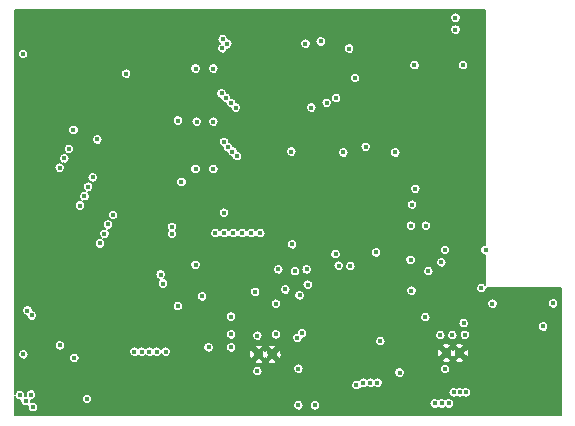
<source format=gbr>
G04 #@! TF.GenerationSoftware,KiCad,Pcbnew,(5.1.5)-3*
G04 #@! TF.CreationDate,2020-05-04T14:09:15-04:00*
G04 #@! TF.ProjectId,SmartWatch V4,536d6172-7457-4617-9463-682056342e6b,rev?*
G04 #@! TF.SameCoordinates,Original*
G04 #@! TF.FileFunction,Copper,L3,Inr*
G04 #@! TF.FilePolarity,Positive*
%FSLAX46Y46*%
G04 Gerber Fmt 4.6, Leading zero omitted, Abs format (unit mm)*
G04 Created by KiCad (PCBNEW (5.1.5)-3) date 2020-05-04 14:09:15*
%MOMM*%
%LPD*%
G04 APERTURE LIST*
%ADD10C,0.500000*%
%ADD11C,0.450000*%
%ADD12C,0.150000*%
G04 APERTURE END LIST*
D10*
X144138800Y-91800000D03*
X145238800Y-91800000D03*
X161150000Y-91700000D03*
X160050000Y-91700000D03*
D11*
X132130800Y-91389200D03*
X152908000Y-90678000D03*
X145900000Y-96100000D03*
X162100000Y-81400000D03*
X162100000Y-80400000D03*
X156100000Y-72900000D03*
X153300000Y-72800000D03*
X156100000Y-69800000D03*
X153300000Y-69800000D03*
X162100000Y-64300000D03*
X162100000Y-63300000D03*
X138600000Y-89400000D03*
X147000000Y-89000000D03*
X152000000Y-96200000D03*
X167600000Y-93400000D03*
X168200000Y-93400000D03*
X168800000Y-93400000D03*
X168800000Y-94000000D03*
X168200000Y-94000000D03*
X167600000Y-94000000D03*
X167600000Y-94600000D03*
X168200000Y-94600000D03*
X168800000Y-94600000D03*
X167600000Y-95200000D03*
X168200000Y-95200000D03*
X168800000Y-95200000D03*
X156464000Y-90678000D03*
X158400000Y-90500000D03*
X150650000Y-86550000D03*
X154150000Y-84550000D03*
X154150000Y-85300000D03*
X156000000Y-95200000D03*
X139500000Y-67600000D03*
X139600000Y-64200000D03*
X139600000Y-72100000D03*
X139600000Y-68800000D03*
X139600000Y-72900000D03*
X140900000Y-63600000D03*
X144595000Y-66685000D03*
X125700000Y-64500000D03*
X125600000Y-68200000D03*
X124600000Y-70400000D03*
X125075000Y-85200000D03*
X125075000Y-83550000D03*
X127810000Y-64090000D03*
X153924000Y-88900000D03*
X139700000Y-76454000D03*
X126754797Y-91033600D03*
X126796800Y-96570800D03*
X135763000Y-90805000D03*
X136398000Y-90805000D03*
X137033000Y-90805000D03*
X137668000Y-90805000D03*
X138303000Y-90805000D03*
X162839400Y-87807800D03*
X165227000Y-89255600D03*
X163906200Y-90805000D03*
X147320000Y-91414600D03*
X124866400Y-95199200D03*
X128524000Y-92100400D03*
X161493200Y-89154000D03*
X154432000Y-90678000D03*
X160800000Y-64300000D03*
X160800000Y-63300000D03*
X159600000Y-84000000D03*
X157000000Y-83800000D03*
X150650000Y-83300000D03*
X137300000Y-87700000D03*
X141200000Y-79800000D03*
X140300000Y-76100000D03*
X140300000Y-72100000D03*
X140300000Y-67600000D03*
X145800000Y-84600000D03*
X148900000Y-96100000D03*
X137600000Y-77200000D03*
X163347400Y-82956400D03*
X161594800Y-90144600D03*
X160528000Y-90170000D03*
X159512000Y-90170000D03*
X158242000Y-88646000D03*
X127304800Y-91033600D03*
X169062400Y-87477600D03*
X147497800Y-93014800D03*
X139900000Y-91200000D03*
X141800000Y-91200000D03*
X145600000Y-87500000D03*
X145600000Y-90100000D03*
X141800000Y-90100000D03*
X141800000Y-88600000D03*
X138800000Y-76100000D03*
X138900000Y-72100000D03*
X138800000Y-67600000D03*
X137300000Y-72000000D03*
X140462000Y-81534000D03*
X141224000Y-81534000D03*
X141986000Y-81534000D03*
X142748000Y-81534000D03*
X143510000Y-81534000D03*
X144272000Y-81534000D03*
X147500000Y-96100000D03*
X153000000Y-94200000D03*
X153600000Y-94200000D03*
X154200000Y-94200000D03*
X152400000Y-94400000D03*
X133604000Y-91567000D03*
X134239000Y-91567000D03*
X134874000Y-91567000D03*
X135509000Y-91567000D03*
X136271000Y-91567000D03*
X159650000Y-95950000D03*
X159050000Y-95950000D03*
X160250000Y-95950000D03*
X132920000Y-68040000D03*
X124190000Y-66370000D03*
X129603500Y-95567500D03*
X125018800Y-96266000D03*
X143840200Y-86505010D03*
X138800000Y-84225000D03*
X159909680Y-82957720D03*
X123920600Y-95250000D03*
X139344400Y-86880010D03*
X136800000Y-81000000D03*
X136800000Y-81600000D03*
X168224200Y-89433400D03*
X159918400Y-93040200D03*
X161442400Y-67310000D03*
X157327600Y-67310000D03*
X162991800Y-86188200D03*
X144018000Y-90220800D03*
X147800000Y-90000000D03*
X147600000Y-86800000D03*
X157130000Y-79130000D03*
X124409200Y-95758000D03*
X124923779Y-88501118D03*
X135839200Y-85039200D03*
X157025000Y-80900000D03*
X124206000Y-91795600D03*
X124561600Y-88087200D03*
X136042400Y-85801200D03*
X158295000Y-80900000D03*
X158503454Y-84749293D03*
X157073600Y-86410800D03*
X157400263Y-77780000D03*
X156070000Y-93340000D03*
X130470000Y-73600000D03*
X154080000Y-83170000D03*
X146970000Y-82470000D03*
X147423960Y-90401369D03*
X151905010Y-84322807D03*
X150915000Y-84295010D03*
X144018000Y-93218000D03*
X141388910Y-70088910D03*
X150700000Y-70100000D03*
X141800000Y-70500000D03*
X149900000Y-70500000D03*
X142200000Y-70900000D03*
X148600000Y-70900000D03*
X141100000Y-65100000D03*
X149400000Y-65300000D03*
X141488910Y-65488910D03*
X148100000Y-65500000D03*
X141059411Y-65885001D03*
X151800000Y-65900000D03*
X141924202Y-74625002D03*
X146900000Y-74625002D03*
X142313526Y-75013497D03*
X151300000Y-74700000D03*
X141000000Y-69700000D03*
X152300000Y-68400000D03*
X141200000Y-73800000D03*
X153200000Y-74225002D03*
X141530001Y-74240002D03*
X155700000Y-74700000D03*
X128455000Y-72800000D03*
X128070000Y-74400000D03*
X127685000Y-75200000D03*
X127300000Y-76000000D03*
X130085000Y-76800000D03*
X129700000Y-77600000D03*
X129385000Y-78400000D03*
X129000000Y-79200000D03*
X131800000Y-80000000D03*
X131385004Y-80800000D03*
X131085000Y-81600000D03*
X130700000Y-82400000D03*
X148300000Y-85900000D03*
X146400000Y-86300000D03*
X148200000Y-84600000D03*
X147207763Y-84747763D03*
X161692400Y-95000000D03*
X161159000Y-95000000D03*
X160651000Y-95000000D03*
X163931600Y-87503000D03*
D12*
G36*
X163325000Y-82506400D02*
G01*
X163303079Y-82506400D01*
X163216140Y-82523694D01*
X163134245Y-82557615D01*
X163060542Y-82606862D01*
X162997862Y-82669542D01*
X162948615Y-82743245D01*
X162914694Y-82825140D01*
X162897400Y-82912079D01*
X162897400Y-83000721D01*
X162914694Y-83087660D01*
X162948615Y-83169555D01*
X162997862Y-83243258D01*
X163060542Y-83305938D01*
X163134245Y-83355185D01*
X163216140Y-83389106D01*
X163303079Y-83406400D01*
X163325000Y-83406400D01*
X163325000Y-85885004D01*
X163278658Y-85838662D01*
X163204955Y-85789415D01*
X163123060Y-85755494D01*
X163036121Y-85738200D01*
X162947479Y-85738200D01*
X162860540Y-85755494D01*
X162778645Y-85789415D01*
X162704942Y-85838662D01*
X162642262Y-85901342D01*
X162593015Y-85975045D01*
X162559094Y-86056940D01*
X162541800Y-86143879D01*
X162541800Y-86232521D01*
X162559094Y-86319460D01*
X162593015Y-86401355D01*
X162642262Y-86475058D01*
X162704942Y-86537738D01*
X162778645Y-86586985D01*
X162860540Y-86620906D01*
X162947479Y-86638200D01*
X163036121Y-86638200D01*
X163123060Y-86620906D01*
X163204955Y-86586985D01*
X163278658Y-86537738D01*
X163341338Y-86475058D01*
X163390585Y-86401355D01*
X163424506Y-86319460D01*
X163441800Y-86232521D01*
X163441800Y-86175000D01*
X169725000Y-86175000D01*
X169725000Y-96925000D01*
X123475000Y-96925000D01*
X123475000Y-95316440D01*
X123487894Y-95381260D01*
X123521815Y-95463155D01*
X123571062Y-95536858D01*
X123633742Y-95599538D01*
X123707445Y-95648785D01*
X123789340Y-95682706D01*
X123876279Y-95700000D01*
X123961921Y-95700000D01*
X123959200Y-95713679D01*
X123959200Y-95802321D01*
X123976494Y-95889260D01*
X124010415Y-95971155D01*
X124059662Y-96044858D01*
X124122342Y-96107538D01*
X124196045Y-96156785D01*
X124277940Y-96190706D01*
X124364879Y-96208000D01*
X124453521Y-96208000D01*
X124540460Y-96190706D01*
X124578059Y-96175132D01*
X124568800Y-96221679D01*
X124568800Y-96310321D01*
X124586094Y-96397260D01*
X124620015Y-96479155D01*
X124669262Y-96552858D01*
X124731942Y-96615538D01*
X124805645Y-96664785D01*
X124887540Y-96698706D01*
X124974479Y-96716000D01*
X125063121Y-96716000D01*
X125150060Y-96698706D01*
X125231955Y-96664785D01*
X125305658Y-96615538D01*
X125368338Y-96552858D01*
X125417585Y-96479155D01*
X125451506Y-96397260D01*
X125468800Y-96310321D01*
X125468800Y-96221679D01*
X125451506Y-96134740D01*
X125418759Y-96055679D01*
X147050000Y-96055679D01*
X147050000Y-96144321D01*
X147067294Y-96231260D01*
X147101215Y-96313155D01*
X147150462Y-96386858D01*
X147213142Y-96449538D01*
X147286845Y-96498785D01*
X147368740Y-96532706D01*
X147455679Y-96550000D01*
X147544321Y-96550000D01*
X147631260Y-96532706D01*
X147713155Y-96498785D01*
X147786858Y-96449538D01*
X147849538Y-96386858D01*
X147898785Y-96313155D01*
X147932706Y-96231260D01*
X147950000Y-96144321D01*
X147950000Y-96055679D01*
X148450000Y-96055679D01*
X148450000Y-96144321D01*
X148467294Y-96231260D01*
X148501215Y-96313155D01*
X148550462Y-96386858D01*
X148613142Y-96449538D01*
X148686845Y-96498785D01*
X148768740Y-96532706D01*
X148855679Y-96550000D01*
X148944321Y-96550000D01*
X149031260Y-96532706D01*
X149113155Y-96498785D01*
X149186858Y-96449538D01*
X149249538Y-96386858D01*
X149298785Y-96313155D01*
X149332706Y-96231260D01*
X149350000Y-96144321D01*
X149350000Y-96055679D01*
X149332706Y-95968740D01*
X149306587Y-95905679D01*
X158600000Y-95905679D01*
X158600000Y-95994321D01*
X158617294Y-96081260D01*
X158651215Y-96163155D01*
X158700462Y-96236858D01*
X158763142Y-96299538D01*
X158836845Y-96348785D01*
X158918740Y-96382706D01*
X159005679Y-96400000D01*
X159094321Y-96400000D01*
X159181260Y-96382706D01*
X159263155Y-96348785D01*
X159336858Y-96299538D01*
X159350000Y-96286396D01*
X159363142Y-96299538D01*
X159436845Y-96348785D01*
X159518740Y-96382706D01*
X159605679Y-96400000D01*
X159694321Y-96400000D01*
X159781260Y-96382706D01*
X159863155Y-96348785D01*
X159936858Y-96299538D01*
X159950000Y-96286396D01*
X159963142Y-96299538D01*
X160036845Y-96348785D01*
X160118740Y-96382706D01*
X160205679Y-96400000D01*
X160294321Y-96400000D01*
X160381260Y-96382706D01*
X160463155Y-96348785D01*
X160536858Y-96299538D01*
X160599538Y-96236858D01*
X160648785Y-96163155D01*
X160682706Y-96081260D01*
X160700000Y-95994321D01*
X160700000Y-95905679D01*
X160682706Y-95818740D01*
X160648785Y-95736845D01*
X160599538Y-95663142D01*
X160536858Y-95600462D01*
X160463155Y-95551215D01*
X160381260Y-95517294D01*
X160294321Y-95500000D01*
X160205679Y-95500000D01*
X160118740Y-95517294D01*
X160036845Y-95551215D01*
X159963142Y-95600462D01*
X159950000Y-95613604D01*
X159936858Y-95600462D01*
X159863155Y-95551215D01*
X159781260Y-95517294D01*
X159694321Y-95500000D01*
X159605679Y-95500000D01*
X159518740Y-95517294D01*
X159436845Y-95551215D01*
X159363142Y-95600462D01*
X159350000Y-95613604D01*
X159336858Y-95600462D01*
X159263155Y-95551215D01*
X159181260Y-95517294D01*
X159094321Y-95500000D01*
X159005679Y-95500000D01*
X158918740Y-95517294D01*
X158836845Y-95551215D01*
X158763142Y-95600462D01*
X158700462Y-95663142D01*
X158651215Y-95736845D01*
X158617294Y-95818740D01*
X158600000Y-95905679D01*
X149306587Y-95905679D01*
X149298785Y-95886845D01*
X149249538Y-95813142D01*
X149186858Y-95750462D01*
X149113155Y-95701215D01*
X149031260Y-95667294D01*
X148944321Y-95650000D01*
X148855679Y-95650000D01*
X148768740Y-95667294D01*
X148686845Y-95701215D01*
X148613142Y-95750462D01*
X148550462Y-95813142D01*
X148501215Y-95886845D01*
X148467294Y-95968740D01*
X148450000Y-96055679D01*
X147950000Y-96055679D01*
X147932706Y-95968740D01*
X147898785Y-95886845D01*
X147849538Y-95813142D01*
X147786858Y-95750462D01*
X147713155Y-95701215D01*
X147631260Y-95667294D01*
X147544321Y-95650000D01*
X147455679Y-95650000D01*
X147368740Y-95667294D01*
X147286845Y-95701215D01*
X147213142Y-95750462D01*
X147150462Y-95813142D01*
X147101215Y-95886845D01*
X147067294Y-95968740D01*
X147050000Y-96055679D01*
X125418759Y-96055679D01*
X125417585Y-96052845D01*
X125368338Y-95979142D01*
X125305658Y-95916462D01*
X125231955Y-95867215D01*
X125150060Y-95833294D01*
X125063121Y-95816000D01*
X124974479Y-95816000D01*
X124887540Y-95833294D01*
X124849941Y-95848868D01*
X124859200Y-95802321D01*
X124859200Y-95713679D01*
X124846374Y-95649200D01*
X124910721Y-95649200D01*
X124997660Y-95631906D01*
X125079555Y-95597985D01*
X125153258Y-95548738D01*
X125178817Y-95523179D01*
X129153500Y-95523179D01*
X129153500Y-95611821D01*
X129170794Y-95698760D01*
X129204715Y-95780655D01*
X129253962Y-95854358D01*
X129316642Y-95917038D01*
X129390345Y-95966285D01*
X129472240Y-96000206D01*
X129559179Y-96017500D01*
X129647821Y-96017500D01*
X129734760Y-96000206D01*
X129816655Y-95966285D01*
X129890358Y-95917038D01*
X129953038Y-95854358D01*
X130002285Y-95780655D01*
X130036206Y-95698760D01*
X130053500Y-95611821D01*
X130053500Y-95523179D01*
X130036206Y-95436240D01*
X130002285Y-95354345D01*
X129953038Y-95280642D01*
X129890358Y-95217962D01*
X129816655Y-95168715D01*
X129734760Y-95134794D01*
X129647821Y-95117500D01*
X129559179Y-95117500D01*
X129472240Y-95134794D01*
X129390345Y-95168715D01*
X129316642Y-95217962D01*
X129253962Y-95280642D01*
X129204715Y-95354345D01*
X129170794Y-95436240D01*
X129153500Y-95523179D01*
X125178817Y-95523179D01*
X125215938Y-95486058D01*
X125265185Y-95412355D01*
X125299106Y-95330460D01*
X125316400Y-95243521D01*
X125316400Y-95154879D01*
X125299106Y-95067940D01*
X125265185Y-94986045D01*
X125244895Y-94955679D01*
X160201000Y-94955679D01*
X160201000Y-95044321D01*
X160218294Y-95131260D01*
X160252215Y-95213155D01*
X160301462Y-95286858D01*
X160364142Y-95349538D01*
X160437845Y-95398785D01*
X160519740Y-95432706D01*
X160606679Y-95450000D01*
X160695321Y-95450000D01*
X160782260Y-95432706D01*
X160864155Y-95398785D01*
X160905000Y-95371493D01*
X160945845Y-95398785D01*
X161027740Y-95432706D01*
X161114679Y-95450000D01*
X161203321Y-95450000D01*
X161290260Y-95432706D01*
X161372155Y-95398785D01*
X161425700Y-95363007D01*
X161479245Y-95398785D01*
X161561140Y-95432706D01*
X161648079Y-95450000D01*
X161736721Y-95450000D01*
X161823660Y-95432706D01*
X161905555Y-95398785D01*
X161979258Y-95349538D01*
X162041938Y-95286858D01*
X162091185Y-95213155D01*
X162125106Y-95131260D01*
X162142400Y-95044321D01*
X162142400Y-94955679D01*
X162125106Y-94868740D01*
X162091185Y-94786845D01*
X162041938Y-94713142D01*
X161979258Y-94650462D01*
X161905555Y-94601215D01*
X161823660Y-94567294D01*
X161736721Y-94550000D01*
X161648079Y-94550000D01*
X161561140Y-94567294D01*
X161479245Y-94601215D01*
X161425700Y-94636993D01*
X161372155Y-94601215D01*
X161290260Y-94567294D01*
X161203321Y-94550000D01*
X161114679Y-94550000D01*
X161027740Y-94567294D01*
X160945845Y-94601215D01*
X160905000Y-94628507D01*
X160864155Y-94601215D01*
X160782260Y-94567294D01*
X160695321Y-94550000D01*
X160606679Y-94550000D01*
X160519740Y-94567294D01*
X160437845Y-94601215D01*
X160364142Y-94650462D01*
X160301462Y-94713142D01*
X160252215Y-94786845D01*
X160218294Y-94868740D01*
X160201000Y-94955679D01*
X125244895Y-94955679D01*
X125215938Y-94912342D01*
X125153258Y-94849662D01*
X125079555Y-94800415D01*
X124997660Y-94766494D01*
X124910721Y-94749200D01*
X124822079Y-94749200D01*
X124735140Y-94766494D01*
X124653245Y-94800415D01*
X124579542Y-94849662D01*
X124516862Y-94912342D01*
X124467615Y-94986045D01*
X124433694Y-95067940D01*
X124416400Y-95154879D01*
X124416400Y-95243521D01*
X124429226Y-95308000D01*
X124367879Y-95308000D01*
X124370600Y-95294321D01*
X124370600Y-95205679D01*
X124353306Y-95118740D01*
X124319385Y-95036845D01*
X124270138Y-94963142D01*
X124207458Y-94900462D01*
X124133755Y-94851215D01*
X124051860Y-94817294D01*
X123964921Y-94800000D01*
X123876279Y-94800000D01*
X123789340Y-94817294D01*
X123707445Y-94851215D01*
X123633742Y-94900462D01*
X123571062Y-94963142D01*
X123521815Y-95036845D01*
X123487894Y-95118740D01*
X123475000Y-95183560D01*
X123475000Y-94355679D01*
X151950000Y-94355679D01*
X151950000Y-94444321D01*
X151967294Y-94531260D01*
X152001215Y-94613155D01*
X152050462Y-94686858D01*
X152113142Y-94749538D01*
X152186845Y-94798785D01*
X152268740Y-94832706D01*
X152355679Y-94850000D01*
X152444321Y-94850000D01*
X152531260Y-94832706D01*
X152613155Y-94798785D01*
X152686858Y-94749538D01*
X152749538Y-94686858D01*
X152798785Y-94613155D01*
X152802117Y-94605111D01*
X152868740Y-94632706D01*
X152955679Y-94650000D01*
X153044321Y-94650000D01*
X153131260Y-94632706D01*
X153213155Y-94598785D01*
X153286858Y-94549538D01*
X153300000Y-94536396D01*
X153313142Y-94549538D01*
X153386845Y-94598785D01*
X153468740Y-94632706D01*
X153555679Y-94650000D01*
X153644321Y-94650000D01*
X153731260Y-94632706D01*
X153813155Y-94598785D01*
X153886858Y-94549538D01*
X153900000Y-94536396D01*
X153913142Y-94549538D01*
X153986845Y-94598785D01*
X154068740Y-94632706D01*
X154155679Y-94650000D01*
X154244321Y-94650000D01*
X154331260Y-94632706D01*
X154413155Y-94598785D01*
X154486858Y-94549538D01*
X154549538Y-94486858D01*
X154598785Y-94413155D01*
X154632706Y-94331260D01*
X154650000Y-94244321D01*
X154650000Y-94155679D01*
X154632706Y-94068740D01*
X154598785Y-93986845D01*
X154549538Y-93913142D01*
X154486858Y-93850462D01*
X154413155Y-93801215D01*
X154331260Y-93767294D01*
X154244321Y-93750000D01*
X154155679Y-93750000D01*
X154068740Y-93767294D01*
X153986845Y-93801215D01*
X153913142Y-93850462D01*
X153900000Y-93863604D01*
X153886858Y-93850462D01*
X153813155Y-93801215D01*
X153731260Y-93767294D01*
X153644321Y-93750000D01*
X153555679Y-93750000D01*
X153468740Y-93767294D01*
X153386845Y-93801215D01*
X153313142Y-93850462D01*
X153300000Y-93863604D01*
X153286858Y-93850462D01*
X153213155Y-93801215D01*
X153131260Y-93767294D01*
X153044321Y-93750000D01*
X152955679Y-93750000D01*
X152868740Y-93767294D01*
X152786845Y-93801215D01*
X152713142Y-93850462D01*
X152650462Y-93913142D01*
X152601215Y-93986845D01*
X152597883Y-93994889D01*
X152531260Y-93967294D01*
X152444321Y-93950000D01*
X152355679Y-93950000D01*
X152268740Y-93967294D01*
X152186845Y-94001215D01*
X152113142Y-94050462D01*
X152050462Y-94113142D01*
X152001215Y-94186845D01*
X151967294Y-94268740D01*
X151950000Y-94355679D01*
X123475000Y-94355679D01*
X123475000Y-93173679D01*
X143568000Y-93173679D01*
X143568000Y-93262321D01*
X143585294Y-93349260D01*
X143619215Y-93431155D01*
X143668462Y-93504858D01*
X143731142Y-93567538D01*
X143804845Y-93616785D01*
X143886740Y-93650706D01*
X143973679Y-93668000D01*
X144062321Y-93668000D01*
X144149260Y-93650706D01*
X144231155Y-93616785D01*
X144304858Y-93567538D01*
X144367538Y-93504858D01*
X144416785Y-93431155D01*
X144450706Y-93349260D01*
X144468000Y-93262321D01*
X144468000Y-93173679D01*
X144450706Y-93086740D01*
X144416785Y-93004845D01*
X144393823Y-92970479D01*
X147047800Y-92970479D01*
X147047800Y-93059121D01*
X147065094Y-93146060D01*
X147099015Y-93227955D01*
X147148262Y-93301658D01*
X147210942Y-93364338D01*
X147284645Y-93413585D01*
X147366540Y-93447506D01*
X147453479Y-93464800D01*
X147542121Y-93464800D01*
X147629060Y-93447506D01*
X147710955Y-93413585D01*
X147784658Y-93364338D01*
X147847338Y-93301658D01*
X147851333Y-93295679D01*
X155620000Y-93295679D01*
X155620000Y-93384321D01*
X155637294Y-93471260D01*
X155671215Y-93553155D01*
X155720462Y-93626858D01*
X155783142Y-93689538D01*
X155856845Y-93738785D01*
X155938740Y-93772706D01*
X156025679Y-93790000D01*
X156114321Y-93790000D01*
X156201260Y-93772706D01*
X156283155Y-93738785D01*
X156356858Y-93689538D01*
X156419538Y-93626858D01*
X156468785Y-93553155D01*
X156502706Y-93471260D01*
X156520000Y-93384321D01*
X156520000Y-93295679D01*
X156502706Y-93208740D01*
X156468785Y-93126845D01*
X156419538Y-93053142D01*
X156362275Y-92995879D01*
X159468400Y-92995879D01*
X159468400Y-93084521D01*
X159485694Y-93171460D01*
X159519615Y-93253355D01*
X159568862Y-93327058D01*
X159631542Y-93389738D01*
X159705245Y-93438985D01*
X159787140Y-93472906D01*
X159874079Y-93490200D01*
X159962721Y-93490200D01*
X160049660Y-93472906D01*
X160131555Y-93438985D01*
X160205258Y-93389738D01*
X160267938Y-93327058D01*
X160317185Y-93253355D01*
X160351106Y-93171460D01*
X160368400Y-93084521D01*
X160368400Y-92995879D01*
X160351106Y-92908940D01*
X160317185Y-92827045D01*
X160267938Y-92753342D01*
X160205258Y-92690662D01*
X160131555Y-92641415D01*
X160049660Y-92607494D01*
X159962721Y-92590200D01*
X159874079Y-92590200D01*
X159787140Y-92607494D01*
X159705245Y-92641415D01*
X159631542Y-92690662D01*
X159568862Y-92753342D01*
X159519615Y-92827045D01*
X159485694Y-92908940D01*
X159468400Y-92995879D01*
X156362275Y-92995879D01*
X156356858Y-92990462D01*
X156283155Y-92941215D01*
X156201260Y-92907294D01*
X156114321Y-92890000D01*
X156025679Y-92890000D01*
X155938740Y-92907294D01*
X155856845Y-92941215D01*
X155783142Y-92990462D01*
X155720462Y-93053142D01*
X155671215Y-93126845D01*
X155637294Y-93208740D01*
X155620000Y-93295679D01*
X147851333Y-93295679D01*
X147896585Y-93227955D01*
X147930506Y-93146060D01*
X147947800Y-93059121D01*
X147947800Y-92970479D01*
X147930506Y-92883540D01*
X147896585Y-92801645D01*
X147847338Y-92727942D01*
X147784658Y-92665262D01*
X147710955Y-92616015D01*
X147629060Y-92582094D01*
X147542121Y-92564800D01*
X147453479Y-92564800D01*
X147366540Y-92582094D01*
X147284645Y-92616015D01*
X147210942Y-92665262D01*
X147148262Y-92727942D01*
X147099015Y-92801645D01*
X147065094Y-92883540D01*
X147047800Y-92970479D01*
X144393823Y-92970479D01*
X144367538Y-92931142D01*
X144304858Y-92868462D01*
X144231155Y-92819215D01*
X144149260Y-92785294D01*
X144062321Y-92768000D01*
X143973679Y-92768000D01*
X143886740Y-92785294D01*
X143804845Y-92819215D01*
X143731142Y-92868462D01*
X143668462Y-92931142D01*
X143619215Y-93004845D01*
X143585294Y-93086740D01*
X143568000Y-93173679D01*
X123475000Y-93173679D01*
X123475000Y-91751279D01*
X123756000Y-91751279D01*
X123756000Y-91839921D01*
X123773294Y-91926860D01*
X123807215Y-92008755D01*
X123856462Y-92082458D01*
X123919142Y-92145138D01*
X123992845Y-92194385D01*
X124074740Y-92228306D01*
X124161679Y-92245600D01*
X124250321Y-92245600D01*
X124337260Y-92228306D01*
X124419155Y-92194385D01*
X124492858Y-92145138D01*
X124555538Y-92082458D01*
X124573163Y-92056079D01*
X128074000Y-92056079D01*
X128074000Y-92144721D01*
X128091294Y-92231660D01*
X128125215Y-92313555D01*
X128174462Y-92387258D01*
X128237142Y-92449938D01*
X128310845Y-92499185D01*
X128392740Y-92533106D01*
X128479679Y-92550400D01*
X128568321Y-92550400D01*
X128655260Y-92533106D01*
X128737155Y-92499185D01*
X128810858Y-92449938D01*
X128864165Y-92396631D01*
X143789657Y-92396631D01*
X143799257Y-92565069D01*
X143955038Y-92616610D01*
X144117882Y-92636770D01*
X144281530Y-92624772D01*
X144439692Y-92581079D01*
X144478343Y-92565069D01*
X144487943Y-92396631D01*
X144889657Y-92396631D01*
X144899257Y-92565069D01*
X145055038Y-92616610D01*
X145217882Y-92636770D01*
X145381530Y-92624772D01*
X145539692Y-92581079D01*
X145578343Y-92565069D01*
X145587943Y-92396631D01*
X145487944Y-92296631D01*
X159700857Y-92296631D01*
X159710457Y-92465069D01*
X159866238Y-92516610D01*
X160029082Y-92536770D01*
X160192730Y-92524772D01*
X160350892Y-92481079D01*
X160389543Y-92465069D01*
X160399143Y-92296631D01*
X160800857Y-92296631D01*
X160810457Y-92465069D01*
X160966238Y-92516610D01*
X161129082Y-92536770D01*
X161292730Y-92524772D01*
X161450892Y-92481079D01*
X161489543Y-92465069D01*
X161499143Y-92296631D01*
X161150000Y-91947487D01*
X160800857Y-92296631D01*
X160399143Y-92296631D01*
X160050000Y-91947487D01*
X159700857Y-92296631D01*
X145487944Y-92296631D01*
X145238800Y-92047487D01*
X144889657Y-92396631D01*
X144487943Y-92396631D01*
X144138800Y-92047487D01*
X143789657Y-92396631D01*
X128864165Y-92396631D01*
X128873538Y-92387258D01*
X128922785Y-92313555D01*
X128956706Y-92231660D01*
X128974000Y-92144721D01*
X128974000Y-92056079D01*
X128956706Y-91969140D01*
X128922785Y-91887245D01*
X128873538Y-91813542D01*
X128810858Y-91750862D01*
X128737155Y-91701615D01*
X128655260Y-91667694D01*
X128568321Y-91650400D01*
X128479679Y-91650400D01*
X128392740Y-91667694D01*
X128310845Y-91701615D01*
X128237142Y-91750862D01*
X128174462Y-91813542D01*
X128125215Y-91887245D01*
X128091294Y-91969140D01*
X128074000Y-92056079D01*
X124573163Y-92056079D01*
X124604785Y-92008755D01*
X124638706Y-91926860D01*
X124656000Y-91839921D01*
X124656000Y-91751279D01*
X124638706Y-91664340D01*
X124604785Y-91582445D01*
X124564851Y-91522679D01*
X133154000Y-91522679D01*
X133154000Y-91611321D01*
X133171294Y-91698260D01*
X133205215Y-91780155D01*
X133254462Y-91853858D01*
X133317142Y-91916538D01*
X133390845Y-91965785D01*
X133472740Y-91999706D01*
X133559679Y-92017000D01*
X133648321Y-92017000D01*
X133735260Y-91999706D01*
X133817155Y-91965785D01*
X133890858Y-91916538D01*
X133921500Y-91885896D01*
X133952142Y-91916538D01*
X134025845Y-91965785D01*
X134107740Y-91999706D01*
X134194679Y-92017000D01*
X134283321Y-92017000D01*
X134370260Y-91999706D01*
X134452155Y-91965785D01*
X134525858Y-91916538D01*
X134556500Y-91885896D01*
X134587142Y-91916538D01*
X134660845Y-91965785D01*
X134742740Y-91999706D01*
X134829679Y-92017000D01*
X134918321Y-92017000D01*
X135005260Y-91999706D01*
X135087155Y-91965785D01*
X135160858Y-91916538D01*
X135191500Y-91885896D01*
X135222142Y-91916538D01*
X135295845Y-91965785D01*
X135377740Y-91999706D01*
X135464679Y-92017000D01*
X135553321Y-92017000D01*
X135640260Y-91999706D01*
X135722155Y-91965785D01*
X135795858Y-91916538D01*
X135858538Y-91853858D01*
X135890000Y-91806772D01*
X135921462Y-91853858D01*
X135984142Y-91916538D01*
X136057845Y-91965785D01*
X136139740Y-91999706D01*
X136226679Y-92017000D01*
X136315321Y-92017000D01*
X136402260Y-91999706D01*
X136484155Y-91965785D01*
X136557858Y-91916538D01*
X136620538Y-91853858D01*
X136669785Y-91780155D01*
X136670229Y-91779082D01*
X143302030Y-91779082D01*
X143314028Y-91942730D01*
X143357721Y-92100892D01*
X143373731Y-92139543D01*
X143542169Y-92149143D01*
X143891313Y-91800000D01*
X144386287Y-91800000D01*
X144404930Y-91818643D01*
X144414028Y-91942730D01*
X144457721Y-92100892D01*
X144473731Y-92139543D01*
X144642169Y-92149143D01*
X144688800Y-92102512D01*
X144735431Y-92149143D01*
X144903869Y-92139543D01*
X144955410Y-91983762D01*
X144975570Y-91820918D01*
X144975217Y-91816096D01*
X144991313Y-91800000D01*
X145486287Y-91800000D01*
X145835431Y-92149143D01*
X146003869Y-92139543D01*
X146055410Y-91983762D01*
X146075570Y-91820918D01*
X146065172Y-91679082D01*
X159213230Y-91679082D01*
X159225228Y-91842730D01*
X159268921Y-92000892D01*
X159284931Y-92039543D01*
X159453369Y-92049143D01*
X159802513Y-91700000D01*
X160297487Y-91700000D01*
X160316130Y-91718643D01*
X160325228Y-91842730D01*
X160368921Y-92000892D01*
X160384931Y-92039543D01*
X160553369Y-92049143D01*
X160600000Y-92002512D01*
X160646631Y-92049143D01*
X160815069Y-92039543D01*
X160866610Y-91883762D01*
X160886770Y-91720918D01*
X160886417Y-91716096D01*
X160902513Y-91700000D01*
X161397487Y-91700000D01*
X161746631Y-92049143D01*
X161915069Y-92039543D01*
X161966610Y-91883762D01*
X161986770Y-91720918D01*
X161974772Y-91557270D01*
X161931079Y-91399108D01*
X161915069Y-91360457D01*
X161746631Y-91350857D01*
X161397487Y-91700000D01*
X160902513Y-91700000D01*
X160883870Y-91681357D01*
X160874772Y-91557270D01*
X160831079Y-91399108D01*
X160815069Y-91360457D01*
X160646631Y-91350857D01*
X160600000Y-91397488D01*
X160553369Y-91350857D01*
X160384931Y-91360457D01*
X160333390Y-91516238D01*
X160313230Y-91679082D01*
X160313583Y-91683904D01*
X160297487Y-91700000D01*
X159802513Y-91700000D01*
X159453369Y-91350857D01*
X159284931Y-91360457D01*
X159233390Y-91516238D01*
X159213230Y-91679082D01*
X146065172Y-91679082D01*
X146063572Y-91657270D01*
X146019879Y-91499108D01*
X146003869Y-91460457D01*
X145835431Y-91450857D01*
X145486287Y-91800000D01*
X144991313Y-91800000D01*
X144972670Y-91781357D01*
X144963572Y-91657270D01*
X144919879Y-91499108D01*
X144903869Y-91460457D01*
X144735431Y-91450857D01*
X144688800Y-91497488D01*
X144642169Y-91450857D01*
X144473731Y-91460457D01*
X144422190Y-91616238D01*
X144402030Y-91779082D01*
X144402383Y-91783904D01*
X144386287Y-91800000D01*
X143891313Y-91800000D01*
X143542169Y-91450857D01*
X143373731Y-91460457D01*
X143322190Y-91616238D01*
X143302030Y-91779082D01*
X136670229Y-91779082D01*
X136703706Y-91698260D01*
X136721000Y-91611321D01*
X136721000Y-91522679D01*
X136703706Y-91435740D01*
X136669785Y-91353845D01*
X136620538Y-91280142D01*
X136557858Y-91217462D01*
X136484155Y-91168215D01*
X136453890Y-91155679D01*
X139450000Y-91155679D01*
X139450000Y-91244321D01*
X139467294Y-91331260D01*
X139501215Y-91413155D01*
X139550462Y-91486858D01*
X139613142Y-91549538D01*
X139686845Y-91598785D01*
X139768740Y-91632706D01*
X139855679Y-91650000D01*
X139944321Y-91650000D01*
X140031260Y-91632706D01*
X140113155Y-91598785D01*
X140186858Y-91549538D01*
X140249538Y-91486858D01*
X140298785Y-91413155D01*
X140332706Y-91331260D01*
X140350000Y-91244321D01*
X140350000Y-91155679D01*
X141350000Y-91155679D01*
X141350000Y-91244321D01*
X141367294Y-91331260D01*
X141401215Y-91413155D01*
X141450462Y-91486858D01*
X141513142Y-91549538D01*
X141586845Y-91598785D01*
X141668740Y-91632706D01*
X141755679Y-91650000D01*
X141844321Y-91650000D01*
X141931260Y-91632706D01*
X142013155Y-91598785D01*
X142086858Y-91549538D01*
X142149538Y-91486858D01*
X142198785Y-91413155D01*
X142232706Y-91331260D01*
X142250000Y-91244321D01*
X142250000Y-91203369D01*
X143789657Y-91203369D01*
X144138800Y-91552513D01*
X144487943Y-91203369D01*
X144889657Y-91203369D01*
X145238800Y-91552513D01*
X145587943Y-91203369D01*
X145578343Y-91034931D01*
X145422562Y-90983390D01*
X145259718Y-90963230D01*
X145096070Y-90975228D01*
X144937908Y-91018921D01*
X144899257Y-91034931D01*
X144889657Y-91203369D01*
X144487943Y-91203369D01*
X144478343Y-91034931D01*
X144322562Y-90983390D01*
X144159718Y-90963230D01*
X143996070Y-90975228D01*
X143837908Y-91018921D01*
X143799257Y-91034931D01*
X143789657Y-91203369D01*
X142250000Y-91203369D01*
X142250000Y-91155679D01*
X142232706Y-91068740D01*
X142198785Y-90986845D01*
X142149538Y-90913142D01*
X142086858Y-90850462D01*
X142013155Y-90801215D01*
X141931260Y-90767294D01*
X141844321Y-90750000D01*
X141755679Y-90750000D01*
X141668740Y-90767294D01*
X141586845Y-90801215D01*
X141513142Y-90850462D01*
X141450462Y-90913142D01*
X141401215Y-90986845D01*
X141367294Y-91068740D01*
X141350000Y-91155679D01*
X140350000Y-91155679D01*
X140332706Y-91068740D01*
X140298785Y-90986845D01*
X140249538Y-90913142D01*
X140186858Y-90850462D01*
X140113155Y-90801215D01*
X140031260Y-90767294D01*
X139944321Y-90750000D01*
X139855679Y-90750000D01*
X139768740Y-90767294D01*
X139686845Y-90801215D01*
X139613142Y-90850462D01*
X139550462Y-90913142D01*
X139501215Y-90986845D01*
X139467294Y-91068740D01*
X139450000Y-91155679D01*
X136453890Y-91155679D01*
X136402260Y-91134294D01*
X136315321Y-91117000D01*
X136226679Y-91117000D01*
X136139740Y-91134294D01*
X136057845Y-91168215D01*
X135984142Y-91217462D01*
X135921462Y-91280142D01*
X135890000Y-91327228D01*
X135858538Y-91280142D01*
X135795858Y-91217462D01*
X135722155Y-91168215D01*
X135640260Y-91134294D01*
X135553321Y-91117000D01*
X135464679Y-91117000D01*
X135377740Y-91134294D01*
X135295845Y-91168215D01*
X135222142Y-91217462D01*
X135191500Y-91248104D01*
X135160858Y-91217462D01*
X135087155Y-91168215D01*
X135005260Y-91134294D01*
X134918321Y-91117000D01*
X134829679Y-91117000D01*
X134742740Y-91134294D01*
X134660845Y-91168215D01*
X134587142Y-91217462D01*
X134556500Y-91248104D01*
X134525858Y-91217462D01*
X134452155Y-91168215D01*
X134370260Y-91134294D01*
X134283321Y-91117000D01*
X134194679Y-91117000D01*
X134107740Y-91134294D01*
X134025845Y-91168215D01*
X133952142Y-91217462D01*
X133921500Y-91248104D01*
X133890858Y-91217462D01*
X133817155Y-91168215D01*
X133735260Y-91134294D01*
X133648321Y-91117000D01*
X133559679Y-91117000D01*
X133472740Y-91134294D01*
X133390845Y-91168215D01*
X133317142Y-91217462D01*
X133254462Y-91280142D01*
X133205215Y-91353845D01*
X133171294Y-91435740D01*
X133154000Y-91522679D01*
X124564851Y-91522679D01*
X124555538Y-91508742D01*
X124492858Y-91446062D01*
X124419155Y-91396815D01*
X124337260Y-91362894D01*
X124250321Y-91345600D01*
X124161679Y-91345600D01*
X124074740Y-91362894D01*
X123992845Y-91396815D01*
X123919142Y-91446062D01*
X123856462Y-91508742D01*
X123807215Y-91582445D01*
X123773294Y-91664340D01*
X123756000Y-91751279D01*
X123475000Y-91751279D01*
X123475000Y-90989279D01*
X126854800Y-90989279D01*
X126854800Y-91077921D01*
X126872094Y-91164860D01*
X126906015Y-91246755D01*
X126955262Y-91320458D01*
X127017942Y-91383138D01*
X127091645Y-91432385D01*
X127173540Y-91466306D01*
X127260479Y-91483600D01*
X127349121Y-91483600D01*
X127436060Y-91466306D01*
X127517955Y-91432385D01*
X127591658Y-91383138D01*
X127654338Y-91320458D01*
X127703585Y-91246755D01*
X127737506Y-91164860D01*
X127754800Y-91077921D01*
X127754800Y-90989279D01*
X127737506Y-90902340D01*
X127703585Y-90820445D01*
X127654338Y-90746742D01*
X127591658Y-90684062D01*
X127517955Y-90634815D01*
X127436060Y-90600894D01*
X127349121Y-90583600D01*
X127260479Y-90583600D01*
X127173540Y-90600894D01*
X127091645Y-90634815D01*
X127017942Y-90684062D01*
X126955262Y-90746742D01*
X126906015Y-90820445D01*
X126872094Y-90902340D01*
X126854800Y-90989279D01*
X123475000Y-90989279D01*
X123475000Y-90055679D01*
X141350000Y-90055679D01*
X141350000Y-90144321D01*
X141367294Y-90231260D01*
X141401215Y-90313155D01*
X141450462Y-90386858D01*
X141513142Y-90449538D01*
X141586845Y-90498785D01*
X141668740Y-90532706D01*
X141755679Y-90550000D01*
X141844321Y-90550000D01*
X141931260Y-90532706D01*
X142013155Y-90498785D01*
X142086858Y-90449538D01*
X142149538Y-90386858D01*
X142198785Y-90313155D01*
X142232706Y-90231260D01*
X142243603Y-90176479D01*
X143568000Y-90176479D01*
X143568000Y-90265121D01*
X143585294Y-90352060D01*
X143619215Y-90433955D01*
X143668462Y-90507658D01*
X143731142Y-90570338D01*
X143804845Y-90619585D01*
X143886740Y-90653506D01*
X143973679Y-90670800D01*
X144062321Y-90670800D01*
X144149260Y-90653506D01*
X144231155Y-90619585D01*
X144304858Y-90570338D01*
X144367538Y-90507658D01*
X144416785Y-90433955D01*
X144450706Y-90352060D01*
X144468000Y-90265121D01*
X144468000Y-90176479D01*
X144450706Y-90089540D01*
X144436681Y-90055679D01*
X145150000Y-90055679D01*
X145150000Y-90144321D01*
X145167294Y-90231260D01*
X145201215Y-90313155D01*
X145250462Y-90386858D01*
X145313142Y-90449538D01*
X145386845Y-90498785D01*
X145468740Y-90532706D01*
X145555679Y-90550000D01*
X145644321Y-90550000D01*
X145731260Y-90532706D01*
X145813155Y-90498785D01*
X145886858Y-90449538D01*
X145949538Y-90386858D01*
X145969456Y-90357048D01*
X146973960Y-90357048D01*
X146973960Y-90445690D01*
X146991254Y-90532629D01*
X147025175Y-90614524D01*
X147074422Y-90688227D01*
X147137102Y-90750907D01*
X147210805Y-90800154D01*
X147292700Y-90834075D01*
X147379639Y-90851369D01*
X147468281Y-90851369D01*
X147555220Y-90834075D01*
X147637115Y-90800154D01*
X147710818Y-90750907D01*
X147773498Y-90688227D01*
X147809945Y-90633679D01*
X153982000Y-90633679D01*
X153982000Y-90722321D01*
X153999294Y-90809260D01*
X154033215Y-90891155D01*
X154082462Y-90964858D01*
X154145142Y-91027538D01*
X154218845Y-91076785D01*
X154300740Y-91110706D01*
X154387679Y-91128000D01*
X154476321Y-91128000D01*
X154563260Y-91110706D01*
X154580973Y-91103369D01*
X159700857Y-91103369D01*
X160050000Y-91452513D01*
X160399143Y-91103369D01*
X160800857Y-91103369D01*
X161150000Y-91452513D01*
X161499143Y-91103369D01*
X161489543Y-90934931D01*
X161333762Y-90883390D01*
X161170918Y-90863230D01*
X161007270Y-90875228D01*
X160849108Y-90918921D01*
X160810457Y-90934931D01*
X160800857Y-91103369D01*
X160399143Y-91103369D01*
X160389543Y-90934931D01*
X160233762Y-90883390D01*
X160070918Y-90863230D01*
X159907270Y-90875228D01*
X159749108Y-90918921D01*
X159710457Y-90934931D01*
X159700857Y-91103369D01*
X154580973Y-91103369D01*
X154645155Y-91076785D01*
X154718858Y-91027538D01*
X154781538Y-90964858D01*
X154830785Y-90891155D01*
X154864706Y-90809260D01*
X154882000Y-90722321D01*
X154882000Y-90633679D01*
X154864706Y-90546740D01*
X154830785Y-90464845D01*
X154781538Y-90391142D01*
X154718858Y-90328462D01*
X154645155Y-90279215D01*
X154563260Y-90245294D01*
X154476321Y-90228000D01*
X154387679Y-90228000D01*
X154300740Y-90245294D01*
X154218845Y-90279215D01*
X154145142Y-90328462D01*
X154082462Y-90391142D01*
X154033215Y-90464845D01*
X153999294Y-90546740D01*
X153982000Y-90633679D01*
X147809945Y-90633679D01*
X147822745Y-90614524D01*
X147856666Y-90532629D01*
X147873960Y-90445690D01*
X147873960Y-90444104D01*
X147931260Y-90432706D01*
X148013155Y-90398785D01*
X148086858Y-90349538D01*
X148149538Y-90286858D01*
X148198785Y-90213155D01*
X148232706Y-90131260D01*
X148233816Y-90125679D01*
X159062000Y-90125679D01*
X159062000Y-90214321D01*
X159079294Y-90301260D01*
X159113215Y-90383155D01*
X159162462Y-90456858D01*
X159225142Y-90519538D01*
X159298845Y-90568785D01*
X159380740Y-90602706D01*
X159467679Y-90620000D01*
X159556321Y-90620000D01*
X159643260Y-90602706D01*
X159725155Y-90568785D01*
X159798858Y-90519538D01*
X159861538Y-90456858D01*
X159910785Y-90383155D01*
X159944706Y-90301260D01*
X159962000Y-90214321D01*
X159962000Y-90125679D01*
X160078000Y-90125679D01*
X160078000Y-90214321D01*
X160095294Y-90301260D01*
X160129215Y-90383155D01*
X160178462Y-90456858D01*
X160241142Y-90519538D01*
X160314845Y-90568785D01*
X160396740Y-90602706D01*
X160483679Y-90620000D01*
X160572321Y-90620000D01*
X160659260Y-90602706D01*
X160741155Y-90568785D01*
X160814858Y-90519538D01*
X160877538Y-90456858D01*
X160926785Y-90383155D01*
X160960706Y-90301260D01*
X160978000Y-90214321D01*
X160978000Y-90125679D01*
X160972948Y-90100279D01*
X161144800Y-90100279D01*
X161144800Y-90188921D01*
X161162094Y-90275860D01*
X161196015Y-90357755D01*
X161245262Y-90431458D01*
X161307942Y-90494138D01*
X161381645Y-90543385D01*
X161463540Y-90577306D01*
X161550479Y-90594600D01*
X161639121Y-90594600D01*
X161726060Y-90577306D01*
X161807955Y-90543385D01*
X161881658Y-90494138D01*
X161944338Y-90431458D01*
X161993585Y-90357755D01*
X162027506Y-90275860D01*
X162044800Y-90188921D01*
X162044800Y-90100279D01*
X162027506Y-90013340D01*
X161993585Y-89931445D01*
X161944338Y-89857742D01*
X161881658Y-89795062D01*
X161807955Y-89745815D01*
X161726060Y-89711894D01*
X161639121Y-89694600D01*
X161550479Y-89694600D01*
X161463540Y-89711894D01*
X161381645Y-89745815D01*
X161307942Y-89795062D01*
X161245262Y-89857742D01*
X161196015Y-89931445D01*
X161162094Y-90013340D01*
X161144800Y-90100279D01*
X160972948Y-90100279D01*
X160960706Y-90038740D01*
X160926785Y-89956845D01*
X160877538Y-89883142D01*
X160814858Y-89820462D01*
X160741155Y-89771215D01*
X160659260Y-89737294D01*
X160572321Y-89720000D01*
X160483679Y-89720000D01*
X160396740Y-89737294D01*
X160314845Y-89771215D01*
X160241142Y-89820462D01*
X160178462Y-89883142D01*
X160129215Y-89956845D01*
X160095294Y-90038740D01*
X160078000Y-90125679D01*
X159962000Y-90125679D01*
X159944706Y-90038740D01*
X159910785Y-89956845D01*
X159861538Y-89883142D01*
X159798858Y-89820462D01*
X159725155Y-89771215D01*
X159643260Y-89737294D01*
X159556321Y-89720000D01*
X159467679Y-89720000D01*
X159380740Y-89737294D01*
X159298845Y-89771215D01*
X159225142Y-89820462D01*
X159162462Y-89883142D01*
X159113215Y-89956845D01*
X159079294Y-90038740D01*
X159062000Y-90125679D01*
X148233816Y-90125679D01*
X148250000Y-90044321D01*
X148250000Y-89955679D01*
X148232706Y-89868740D01*
X148198785Y-89786845D01*
X148149538Y-89713142D01*
X148086858Y-89650462D01*
X148013155Y-89601215D01*
X147931260Y-89567294D01*
X147844321Y-89550000D01*
X147755679Y-89550000D01*
X147668740Y-89567294D01*
X147586845Y-89601215D01*
X147513142Y-89650462D01*
X147450462Y-89713142D01*
X147401215Y-89786845D01*
X147367294Y-89868740D01*
X147350000Y-89955679D01*
X147350000Y-89957265D01*
X147292700Y-89968663D01*
X147210805Y-90002584D01*
X147137102Y-90051831D01*
X147074422Y-90114511D01*
X147025175Y-90188214D01*
X146991254Y-90270109D01*
X146973960Y-90357048D01*
X145969456Y-90357048D01*
X145998785Y-90313155D01*
X146032706Y-90231260D01*
X146050000Y-90144321D01*
X146050000Y-90055679D01*
X146032706Y-89968740D01*
X145998785Y-89886845D01*
X145949538Y-89813142D01*
X145886858Y-89750462D01*
X145813155Y-89701215D01*
X145731260Y-89667294D01*
X145644321Y-89650000D01*
X145555679Y-89650000D01*
X145468740Y-89667294D01*
X145386845Y-89701215D01*
X145313142Y-89750462D01*
X145250462Y-89813142D01*
X145201215Y-89886845D01*
X145167294Y-89968740D01*
X145150000Y-90055679D01*
X144436681Y-90055679D01*
X144416785Y-90007645D01*
X144367538Y-89933942D01*
X144304858Y-89871262D01*
X144231155Y-89822015D01*
X144149260Y-89788094D01*
X144062321Y-89770800D01*
X143973679Y-89770800D01*
X143886740Y-89788094D01*
X143804845Y-89822015D01*
X143731142Y-89871262D01*
X143668462Y-89933942D01*
X143619215Y-90007645D01*
X143585294Y-90089540D01*
X143568000Y-90176479D01*
X142243603Y-90176479D01*
X142250000Y-90144321D01*
X142250000Y-90055679D01*
X142232706Y-89968740D01*
X142198785Y-89886845D01*
X142149538Y-89813142D01*
X142086858Y-89750462D01*
X142013155Y-89701215D01*
X141931260Y-89667294D01*
X141844321Y-89650000D01*
X141755679Y-89650000D01*
X141668740Y-89667294D01*
X141586845Y-89701215D01*
X141513142Y-89750462D01*
X141450462Y-89813142D01*
X141401215Y-89886845D01*
X141367294Y-89968740D01*
X141350000Y-90055679D01*
X123475000Y-90055679D01*
X123475000Y-89109679D01*
X161043200Y-89109679D01*
X161043200Y-89198321D01*
X161060494Y-89285260D01*
X161094415Y-89367155D01*
X161143662Y-89440858D01*
X161206342Y-89503538D01*
X161280045Y-89552785D01*
X161361940Y-89586706D01*
X161448879Y-89604000D01*
X161537521Y-89604000D01*
X161624460Y-89586706D01*
X161706355Y-89552785D01*
X161780058Y-89503538D01*
X161842738Y-89440858D01*
X161877335Y-89389079D01*
X167774200Y-89389079D01*
X167774200Y-89477721D01*
X167791494Y-89564660D01*
X167825415Y-89646555D01*
X167874662Y-89720258D01*
X167937342Y-89782938D01*
X168011045Y-89832185D01*
X168092940Y-89866106D01*
X168179879Y-89883400D01*
X168268521Y-89883400D01*
X168355460Y-89866106D01*
X168437355Y-89832185D01*
X168511058Y-89782938D01*
X168573738Y-89720258D01*
X168622985Y-89646555D01*
X168656906Y-89564660D01*
X168674200Y-89477721D01*
X168674200Y-89389079D01*
X168656906Y-89302140D01*
X168622985Y-89220245D01*
X168573738Y-89146542D01*
X168511058Y-89083862D01*
X168437355Y-89034615D01*
X168355460Y-89000694D01*
X168268521Y-88983400D01*
X168179879Y-88983400D01*
X168092940Y-89000694D01*
X168011045Y-89034615D01*
X167937342Y-89083862D01*
X167874662Y-89146542D01*
X167825415Y-89220245D01*
X167791494Y-89302140D01*
X167774200Y-89389079D01*
X161877335Y-89389079D01*
X161891985Y-89367155D01*
X161925906Y-89285260D01*
X161943200Y-89198321D01*
X161943200Y-89109679D01*
X161925906Y-89022740D01*
X161891985Y-88940845D01*
X161842738Y-88867142D01*
X161780058Y-88804462D01*
X161706355Y-88755215D01*
X161624460Y-88721294D01*
X161537521Y-88704000D01*
X161448879Y-88704000D01*
X161361940Y-88721294D01*
X161280045Y-88755215D01*
X161206342Y-88804462D01*
X161143662Y-88867142D01*
X161094415Y-88940845D01*
X161060494Y-89022740D01*
X161043200Y-89109679D01*
X123475000Y-89109679D01*
X123475000Y-88042879D01*
X124111600Y-88042879D01*
X124111600Y-88131521D01*
X124128894Y-88218460D01*
X124162815Y-88300355D01*
X124212062Y-88374058D01*
X124274742Y-88436738D01*
X124348445Y-88485985D01*
X124430340Y-88519906D01*
X124473779Y-88528547D01*
X124473779Y-88545439D01*
X124491073Y-88632378D01*
X124524994Y-88714273D01*
X124574241Y-88787976D01*
X124636921Y-88850656D01*
X124710624Y-88899903D01*
X124792519Y-88933824D01*
X124879458Y-88951118D01*
X124968100Y-88951118D01*
X125055039Y-88933824D01*
X125136934Y-88899903D01*
X125210637Y-88850656D01*
X125273317Y-88787976D01*
X125322564Y-88714273D01*
X125356485Y-88632378D01*
X125371742Y-88555679D01*
X141350000Y-88555679D01*
X141350000Y-88644321D01*
X141367294Y-88731260D01*
X141401215Y-88813155D01*
X141450462Y-88886858D01*
X141513142Y-88949538D01*
X141586845Y-88998785D01*
X141668740Y-89032706D01*
X141755679Y-89050000D01*
X141844321Y-89050000D01*
X141931260Y-89032706D01*
X142013155Y-88998785D01*
X142086858Y-88949538D01*
X142149538Y-88886858D01*
X142198785Y-88813155D01*
X142232706Y-88731260D01*
X142250000Y-88644321D01*
X142250000Y-88601679D01*
X157792000Y-88601679D01*
X157792000Y-88690321D01*
X157809294Y-88777260D01*
X157843215Y-88859155D01*
X157892462Y-88932858D01*
X157955142Y-88995538D01*
X158028845Y-89044785D01*
X158110740Y-89078706D01*
X158197679Y-89096000D01*
X158286321Y-89096000D01*
X158373260Y-89078706D01*
X158455155Y-89044785D01*
X158528858Y-88995538D01*
X158591538Y-88932858D01*
X158640785Y-88859155D01*
X158674706Y-88777260D01*
X158692000Y-88690321D01*
X158692000Y-88601679D01*
X158674706Y-88514740D01*
X158640785Y-88432845D01*
X158591538Y-88359142D01*
X158528858Y-88296462D01*
X158455155Y-88247215D01*
X158373260Y-88213294D01*
X158286321Y-88196000D01*
X158197679Y-88196000D01*
X158110740Y-88213294D01*
X158028845Y-88247215D01*
X157955142Y-88296462D01*
X157892462Y-88359142D01*
X157843215Y-88432845D01*
X157809294Y-88514740D01*
X157792000Y-88601679D01*
X142250000Y-88601679D01*
X142250000Y-88555679D01*
X142232706Y-88468740D01*
X142198785Y-88386845D01*
X142149538Y-88313142D01*
X142086858Y-88250462D01*
X142013155Y-88201215D01*
X141931260Y-88167294D01*
X141844321Y-88150000D01*
X141755679Y-88150000D01*
X141668740Y-88167294D01*
X141586845Y-88201215D01*
X141513142Y-88250462D01*
X141450462Y-88313142D01*
X141401215Y-88386845D01*
X141367294Y-88468740D01*
X141350000Y-88555679D01*
X125371742Y-88555679D01*
X125373779Y-88545439D01*
X125373779Y-88456797D01*
X125356485Y-88369858D01*
X125322564Y-88287963D01*
X125273317Y-88214260D01*
X125210637Y-88151580D01*
X125136934Y-88102333D01*
X125055039Y-88068412D01*
X125011600Y-88059771D01*
X125011600Y-88042879D01*
X124994306Y-87955940D01*
X124960385Y-87874045D01*
X124911138Y-87800342D01*
X124848458Y-87737662D01*
X124774755Y-87688415D01*
X124695721Y-87655679D01*
X136850000Y-87655679D01*
X136850000Y-87744321D01*
X136867294Y-87831260D01*
X136901215Y-87913155D01*
X136950462Y-87986858D01*
X137013142Y-88049538D01*
X137086845Y-88098785D01*
X137168740Y-88132706D01*
X137255679Y-88150000D01*
X137344321Y-88150000D01*
X137431260Y-88132706D01*
X137513155Y-88098785D01*
X137586858Y-88049538D01*
X137649538Y-87986858D01*
X137698785Y-87913155D01*
X137732706Y-87831260D01*
X137750000Y-87744321D01*
X137750000Y-87655679D01*
X137732706Y-87568740D01*
X137698785Y-87486845D01*
X137677961Y-87455679D01*
X145150000Y-87455679D01*
X145150000Y-87544321D01*
X145167294Y-87631260D01*
X145201215Y-87713155D01*
X145250462Y-87786858D01*
X145313142Y-87849538D01*
X145386845Y-87898785D01*
X145468740Y-87932706D01*
X145555679Y-87950000D01*
X145644321Y-87950000D01*
X145731260Y-87932706D01*
X145813155Y-87898785D01*
X145886858Y-87849538D01*
X145949538Y-87786858D01*
X145998785Y-87713155D01*
X146032706Y-87631260D01*
X146050000Y-87544321D01*
X146050000Y-87458679D01*
X163481600Y-87458679D01*
X163481600Y-87547321D01*
X163498894Y-87634260D01*
X163532815Y-87716155D01*
X163582062Y-87789858D01*
X163644742Y-87852538D01*
X163718445Y-87901785D01*
X163800340Y-87935706D01*
X163887279Y-87953000D01*
X163975921Y-87953000D01*
X164062860Y-87935706D01*
X164144755Y-87901785D01*
X164218458Y-87852538D01*
X164281138Y-87789858D01*
X164330385Y-87716155D01*
X164364306Y-87634260D01*
X164381600Y-87547321D01*
X164381600Y-87458679D01*
X164376548Y-87433279D01*
X168612400Y-87433279D01*
X168612400Y-87521921D01*
X168629694Y-87608860D01*
X168663615Y-87690755D01*
X168712862Y-87764458D01*
X168775542Y-87827138D01*
X168849245Y-87876385D01*
X168931140Y-87910306D01*
X169018079Y-87927600D01*
X169106721Y-87927600D01*
X169193660Y-87910306D01*
X169275555Y-87876385D01*
X169349258Y-87827138D01*
X169411938Y-87764458D01*
X169461185Y-87690755D01*
X169495106Y-87608860D01*
X169512400Y-87521921D01*
X169512400Y-87433279D01*
X169495106Y-87346340D01*
X169461185Y-87264445D01*
X169411938Y-87190742D01*
X169349258Y-87128062D01*
X169275555Y-87078815D01*
X169193660Y-87044894D01*
X169106721Y-87027600D01*
X169018079Y-87027600D01*
X168931140Y-87044894D01*
X168849245Y-87078815D01*
X168775542Y-87128062D01*
X168712862Y-87190742D01*
X168663615Y-87264445D01*
X168629694Y-87346340D01*
X168612400Y-87433279D01*
X164376548Y-87433279D01*
X164364306Y-87371740D01*
X164330385Y-87289845D01*
X164281138Y-87216142D01*
X164218458Y-87153462D01*
X164144755Y-87104215D01*
X164062860Y-87070294D01*
X163975921Y-87053000D01*
X163887279Y-87053000D01*
X163800340Y-87070294D01*
X163718445Y-87104215D01*
X163644742Y-87153462D01*
X163582062Y-87216142D01*
X163532815Y-87289845D01*
X163498894Y-87371740D01*
X163481600Y-87458679D01*
X146050000Y-87458679D01*
X146050000Y-87455679D01*
X146032706Y-87368740D01*
X145998785Y-87286845D01*
X145949538Y-87213142D01*
X145886858Y-87150462D01*
X145813155Y-87101215D01*
X145731260Y-87067294D01*
X145644321Y-87050000D01*
X145555679Y-87050000D01*
X145468740Y-87067294D01*
X145386845Y-87101215D01*
X145313142Y-87150462D01*
X145250462Y-87213142D01*
X145201215Y-87286845D01*
X145167294Y-87368740D01*
X145150000Y-87455679D01*
X137677961Y-87455679D01*
X137649538Y-87413142D01*
X137586858Y-87350462D01*
X137513155Y-87301215D01*
X137431260Y-87267294D01*
X137344321Y-87250000D01*
X137255679Y-87250000D01*
X137168740Y-87267294D01*
X137086845Y-87301215D01*
X137013142Y-87350462D01*
X136950462Y-87413142D01*
X136901215Y-87486845D01*
X136867294Y-87568740D01*
X136850000Y-87655679D01*
X124695721Y-87655679D01*
X124692860Y-87654494D01*
X124605921Y-87637200D01*
X124517279Y-87637200D01*
X124430340Y-87654494D01*
X124348445Y-87688415D01*
X124274742Y-87737662D01*
X124212062Y-87800342D01*
X124162815Y-87874045D01*
X124128894Y-87955940D01*
X124111600Y-88042879D01*
X123475000Y-88042879D01*
X123475000Y-86835689D01*
X138894400Y-86835689D01*
X138894400Y-86924331D01*
X138911694Y-87011270D01*
X138945615Y-87093165D01*
X138994862Y-87166868D01*
X139057542Y-87229548D01*
X139131245Y-87278795D01*
X139213140Y-87312716D01*
X139300079Y-87330010D01*
X139388721Y-87330010D01*
X139475660Y-87312716D01*
X139557555Y-87278795D01*
X139631258Y-87229548D01*
X139693938Y-87166868D01*
X139743185Y-87093165D01*
X139777106Y-87011270D01*
X139794400Y-86924331D01*
X139794400Y-86835689D01*
X139777106Y-86748750D01*
X139743185Y-86666855D01*
X139693938Y-86593152D01*
X139631258Y-86530472D01*
X139557555Y-86481225D01*
X139507976Y-86460689D01*
X143390200Y-86460689D01*
X143390200Y-86549331D01*
X143407494Y-86636270D01*
X143441415Y-86718165D01*
X143490662Y-86791868D01*
X143553342Y-86854548D01*
X143627045Y-86903795D01*
X143708940Y-86937716D01*
X143795879Y-86955010D01*
X143884521Y-86955010D01*
X143971460Y-86937716D01*
X144053355Y-86903795D01*
X144127058Y-86854548D01*
X144189738Y-86791868D01*
X144213918Y-86755679D01*
X147150000Y-86755679D01*
X147150000Y-86844321D01*
X147167294Y-86931260D01*
X147201215Y-87013155D01*
X147250462Y-87086858D01*
X147313142Y-87149538D01*
X147386845Y-87198785D01*
X147468740Y-87232706D01*
X147555679Y-87250000D01*
X147644321Y-87250000D01*
X147731260Y-87232706D01*
X147813155Y-87198785D01*
X147886858Y-87149538D01*
X147949538Y-87086858D01*
X147998785Y-87013155D01*
X148032706Y-86931260D01*
X148050000Y-86844321D01*
X148050000Y-86755679D01*
X148032706Y-86668740D01*
X147998785Y-86586845D01*
X147949538Y-86513142D01*
X147886858Y-86450462D01*
X147813155Y-86401215D01*
X147731260Y-86367294D01*
X147727163Y-86366479D01*
X156623600Y-86366479D01*
X156623600Y-86455121D01*
X156640894Y-86542060D01*
X156674815Y-86623955D01*
X156724062Y-86697658D01*
X156786742Y-86760338D01*
X156860445Y-86809585D01*
X156942340Y-86843506D01*
X157029279Y-86860800D01*
X157117921Y-86860800D01*
X157204860Y-86843506D01*
X157286755Y-86809585D01*
X157360458Y-86760338D01*
X157423138Y-86697658D01*
X157472385Y-86623955D01*
X157506306Y-86542060D01*
X157523600Y-86455121D01*
X157523600Y-86366479D01*
X157506306Y-86279540D01*
X157472385Y-86197645D01*
X157423138Y-86123942D01*
X157360458Y-86061262D01*
X157286755Y-86012015D01*
X157204860Y-85978094D01*
X157117921Y-85960800D01*
X157029279Y-85960800D01*
X156942340Y-85978094D01*
X156860445Y-86012015D01*
X156786742Y-86061262D01*
X156724062Y-86123942D01*
X156674815Y-86197645D01*
X156640894Y-86279540D01*
X156623600Y-86366479D01*
X147727163Y-86366479D01*
X147644321Y-86350000D01*
X147555679Y-86350000D01*
X147468740Y-86367294D01*
X147386845Y-86401215D01*
X147313142Y-86450462D01*
X147250462Y-86513142D01*
X147201215Y-86586845D01*
X147167294Y-86668740D01*
X147150000Y-86755679D01*
X144213918Y-86755679D01*
X144238985Y-86718165D01*
X144272906Y-86636270D01*
X144290200Y-86549331D01*
X144290200Y-86460689D01*
X144272906Y-86373750D01*
X144238985Y-86291855D01*
X144214813Y-86255679D01*
X145950000Y-86255679D01*
X145950000Y-86344321D01*
X145967294Y-86431260D01*
X146001215Y-86513155D01*
X146050462Y-86586858D01*
X146113142Y-86649538D01*
X146186845Y-86698785D01*
X146268740Y-86732706D01*
X146355679Y-86750000D01*
X146444321Y-86750000D01*
X146531260Y-86732706D01*
X146613155Y-86698785D01*
X146686858Y-86649538D01*
X146749538Y-86586858D01*
X146798785Y-86513155D01*
X146832706Y-86431260D01*
X146850000Y-86344321D01*
X146850000Y-86255679D01*
X146832706Y-86168740D01*
X146798785Y-86086845D01*
X146749538Y-86013142D01*
X146686858Y-85950462D01*
X146613155Y-85901215D01*
X146531260Y-85867294D01*
X146472871Y-85855679D01*
X147850000Y-85855679D01*
X147850000Y-85944321D01*
X147867294Y-86031260D01*
X147901215Y-86113155D01*
X147950462Y-86186858D01*
X148013142Y-86249538D01*
X148086845Y-86298785D01*
X148168740Y-86332706D01*
X148255679Y-86350000D01*
X148344321Y-86350000D01*
X148431260Y-86332706D01*
X148513155Y-86298785D01*
X148586858Y-86249538D01*
X148649538Y-86186858D01*
X148698785Y-86113155D01*
X148732706Y-86031260D01*
X148750000Y-85944321D01*
X148750000Y-85855679D01*
X148732706Y-85768740D01*
X148698785Y-85686845D01*
X148649538Y-85613142D01*
X148586858Y-85550462D01*
X148513155Y-85501215D01*
X148431260Y-85467294D01*
X148344321Y-85450000D01*
X148255679Y-85450000D01*
X148168740Y-85467294D01*
X148086845Y-85501215D01*
X148013142Y-85550462D01*
X147950462Y-85613142D01*
X147901215Y-85686845D01*
X147867294Y-85768740D01*
X147850000Y-85855679D01*
X146472871Y-85855679D01*
X146444321Y-85850000D01*
X146355679Y-85850000D01*
X146268740Y-85867294D01*
X146186845Y-85901215D01*
X146113142Y-85950462D01*
X146050462Y-86013142D01*
X146001215Y-86086845D01*
X145967294Y-86168740D01*
X145950000Y-86255679D01*
X144214813Y-86255679D01*
X144189738Y-86218152D01*
X144127058Y-86155472D01*
X144053355Y-86106225D01*
X143971460Y-86072304D01*
X143884521Y-86055010D01*
X143795879Y-86055010D01*
X143708940Y-86072304D01*
X143627045Y-86106225D01*
X143553342Y-86155472D01*
X143490662Y-86218152D01*
X143441415Y-86291855D01*
X143407494Y-86373750D01*
X143390200Y-86460689D01*
X139507976Y-86460689D01*
X139475660Y-86447304D01*
X139388721Y-86430010D01*
X139300079Y-86430010D01*
X139213140Y-86447304D01*
X139131245Y-86481225D01*
X139057542Y-86530472D01*
X138994862Y-86593152D01*
X138945615Y-86666855D01*
X138911694Y-86748750D01*
X138894400Y-86835689D01*
X123475000Y-86835689D01*
X123475000Y-84994879D01*
X135389200Y-84994879D01*
X135389200Y-85083521D01*
X135406494Y-85170460D01*
X135440415Y-85252355D01*
X135489662Y-85326058D01*
X135552342Y-85388738D01*
X135626045Y-85437985D01*
X135707940Y-85471906D01*
X135730759Y-85476445D01*
X135692862Y-85514342D01*
X135643615Y-85588045D01*
X135609694Y-85669940D01*
X135592400Y-85756879D01*
X135592400Y-85845521D01*
X135609694Y-85932460D01*
X135643615Y-86014355D01*
X135692862Y-86088058D01*
X135755542Y-86150738D01*
X135829245Y-86199985D01*
X135911140Y-86233906D01*
X135998079Y-86251200D01*
X136086721Y-86251200D01*
X136173660Y-86233906D01*
X136255555Y-86199985D01*
X136329258Y-86150738D01*
X136391938Y-86088058D01*
X136441185Y-86014355D01*
X136475106Y-85932460D01*
X136492400Y-85845521D01*
X136492400Y-85756879D01*
X136475106Y-85669940D01*
X136441185Y-85588045D01*
X136391938Y-85514342D01*
X136329258Y-85451662D01*
X136255555Y-85402415D01*
X136173660Y-85368494D01*
X136150841Y-85363955D01*
X136188738Y-85326058D01*
X136237985Y-85252355D01*
X136271906Y-85170460D01*
X136289200Y-85083521D01*
X136289200Y-84994879D01*
X136271906Y-84907940D01*
X136237985Y-84826045D01*
X136188738Y-84752342D01*
X136126058Y-84689662D01*
X136052355Y-84640415D01*
X135970460Y-84606494D01*
X135883521Y-84589200D01*
X135794879Y-84589200D01*
X135707940Y-84606494D01*
X135626045Y-84640415D01*
X135552342Y-84689662D01*
X135489662Y-84752342D01*
X135440415Y-84826045D01*
X135406494Y-84907940D01*
X135389200Y-84994879D01*
X123475000Y-84994879D01*
X123475000Y-84180679D01*
X138350000Y-84180679D01*
X138350000Y-84269321D01*
X138367294Y-84356260D01*
X138401215Y-84438155D01*
X138450462Y-84511858D01*
X138513142Y-84574538D01*
X138586845Y-84623785D01*
X138668740Y-84657706D01*
X138755679Y-84675000D01*
X138844321Y-84675000D01*
X138931260Y-84657706D01*
X139013155Y-84623785D01*
X139086858Y-84574538D01*
X139105717Y-84555679D01*
X145350000Y-84555679D01*
X145350000Y-84644321D01*
X145367294Y-84731260D01*
X145401215Y-84813155D01*
X145450462Y-84886858D01*
X145513142Y-84949538D01*
X145586845Y-84998785D01*
X145668740Y-85032706D01*
X145755679Y-85050000D01*
X145844321Y-85050000D01*
X145931260Y-85032706D01*
X146013155Y-84998785D01*
X146086858Y-84949538D01*
X146149538Y-84886858D01*
X146198785Y-84813155D01*
X146232706Y-84731260D01*
X146238239Y-84703442D01*
X146757763Y-84703442D01*
X146757763Y-84792084D01*
X146775057Y-84879023D01*
X146808978Y-84960918D01*
X146858225Y-85034621D01*
X146920905Y-85097301D01*
X146994608Y-85146548D01*
X147076503Y-85180469D01*
X147163442Y-85197763D01*
X147252084Y-85197763D01*
X147339023Y-85180469D01*
X147420918Y-85146548D01*
X147494621Y-85097301D01*
X147557301Y-85034621D01*
X147606548Y-84960918D01*
X147640469Y-84879023D01*
X147657763Y-84792084D01*
X147657763Y-84703442D01*
X147640469Y-84616503D01*
X147615276Y-84555679D01*
X147750000Y-84555679D01*
X147750000Y-84644321D01*
X147767294Y-84731260D01*
X147801215Y-84813155D01*
X147850462Y-84886858D01*
X147913142Y-84949538D01*
X147986845Y-84998785D01*
X148068740Y-85032706D01*
X148155679Y-85050000D01*
X148244321Y-85050000D01*
X148331260Y-85032706D01*
X148413155Y-84998785D01*
X148486858Y-84949538D01*
X148549538Y-84886858D01*
X148598785Y-84813155D01*
X148632706Y-84731260D01*
X148650000Y-84644321D01*
X148650000Y-84555679D01*
X148632706Y-84468740D01*
X148598785Y-84386845D01*
X148549538Y-84313142D01*
X148487085Y-84250689D01*
X150465000Y-84250689D01*
X150465000Y-84339331D01*
X150482294Y-84426270D01*
X150516215Y-84508165D01*
X150565462Y-84581868D01*
X150628142Y-84644548D01*
X150701845Y-84693795D01*
X150783740Y-84727716D01*
X150870679Y-84745010D01*
X150959321Y-84745010D01*
X151046260Y-84727716D01*
X151128155Y-84693795D01*
X151201858Y-84644548D01*
X151264538Y-84581868D01*
X151313785Y-84508165D01*
X151347706Y-84426270D01*
X151365000Y-84339331D01*
X151365000Y-84278486D01*
X151455010Y-84278486D01*
X151455010Y-84367128D01*
X151472304Y-84454067D01*
X151506225Y-84535962D01*
X151555472Y-84609665D01*
X151618152Y-84672345D01*
X151691855Y-84721592D01*
X151773750Y-84755513D01*
X151860689Y-84772807D01*
X151949331Y-84772807D01*
X152036270Y-84755513D01*
X152118165Y-84721592D01*
X152143038Y-84704972D01*
X158053454Y-84704972D01*
X158053454Y-84793614D01*
X158070748Y-84880553D01*
X158104669Y-84962448D01*
X158153916Y-85036151D01*
X158216596Y-85098831D01*
X158290299Y-85148078D01*
X158372194Y-85181999D01*
X158459133Y-85199293D01*
X158547775Y-85199293D01*
X158634714Y-85181999D01*
X158716609Y-85148078D01*
X158790312Y-85098831D01*
X158852992Y-85036151D01*
X158902239Y-84962448D01*
X158936160Y-84880553D01*
X158953454Y-84793614D01*
X158953454Y-84704972D01*
X158936160Y-84618033D01*
X158902239Y-84536138D01*
X158852992Y-84462435D01*
X158790312Y-84399755D01*
X158716609Y-84350508D01*
X158634714Y-84316587D01*
X158547775Y-84299293D01*
X158459133Y-84299293D01*
X158372194Y-84316587D01*
X158290299Y-84350508D01*
X158216596Y-84399755D01*
X158153916Y-84462435D01*
X158104669Y-84536138D01*
X158070748Y-84618033D01*
X158053454Y-84704972D01*
X152143038Y-84704972D01*
X152191868Y-84672345D01*
X152254548Y-84609665D01*
X152303795Y-84535962D01*
X152337716Y-84454067D01*
X152355010Y-84367128D01*
X152355010Y-84278486D01*
X152337716Y-84191547D01*
X152303795Y-84109652D01*
X152254548Y-84035949D01*
X152191868Y-83973269D01*
X152118165Y-83924022D01*
X152036270Y-83890101D01*
X151949331Y-83872807D01*
X151860689Y-83872807D01*
X151773750Y-83890101D01*
X151691855Y-83924022D01*
X151618152Y-83973269D01*
X151555472Y-84035949D01*
X151506225Y-84109652D01*
X151472304Y-84191547D01*
X151455010Y-84278486D01*
X151365000Y-84278486D01*
X151365000Y-84250689D01*
X151347706Y-84163750D01*
X151313785Y-84081855D01*
X151264538Y-84008152D01*
X151201858Y-83945472D01*
X151128155Y-83896225D01*
X151046260Y-83862304D01*
X150959321Y-83845010D01*
X150870679Y-83845010D01*
X150783740Y-83862304D01*
X150701845Y-83896225D01*
X150628142Y-83945472D01*
X150565462Y-84008152D01*
X150516215Y-84081855D01*
X150482294Y-84163750D01*
X150465000Y-84250689D01*
X148487085Y-84250689D01*
X148486858Y-84250462D01*
X148413155Y-84201215D01*
X148331260Y-84167294D01*
X148244321Y-84150000D01*
X148155679Y-84150000D01*
X148068740Y-84167294D01*
X147986845Y-84201215D01*
X147913142Y-84250462D01*
X147850462Y-84313142D01*
X147801215Y-84386845D01*
X147767294Y-84468740D01*
X147750000Y-84555679D01*
X147615276Y-84555679D01*
X147606548Y-84534608D01*
X147557301Y-84460905D01*
X147494621Y-84398225D01*
X147420918Y-84348978D01*
X147339023Y-84315057D01*
X147252084Y-84297763D01*
X147163442Y-84297763D01*
X147076503Y-84315057D01*
X146994608Y-84348978D01*
X146920905Y-84398225D01*
X146858225Y-84460905D01*
X146808978Y-84534608D01*
X146775057Y-84616503D01*
X146757763Y-84703442D01*
X146238239Y-84703442D01*
X146250000Y-84644321D01*
X146250000Y-84555679D01*
X146232706Y-84468740D01*
X146198785Y-84386845D01*
X146149538Y-84313142D01*
X146086858Y-84250462D01*
X146013155Y-84201215D01*
X145931260Y-84167294D01*
X145844321Y-84150000D01*
X145755679Y-84150000D01*
X145668740Y-84167294D01*
X145586845Y-84201215D01*
X145513142Y-84250462D01*
X145450462Y-84313142D01*
X145401215Y-84386845D01*
X145367294Y-84468740D01*
X145350000Y-84555679D01*
X139105717Y-84555679D01*
X139149538Y-84511858D01*
X139198785Y-84438155D01*
X139232706Y-84356260D01*
X139250000Y-84269321D01*
X139250000Y-84180679D01*
X139232706Y-84093740D01*
X139198785Y-84011845D01*
X139149538Y-83938142D01*
X139086858Y-83875462D01*
X139013155Y-83826215D01*
X138931260Y-83792294D01*
X138844321Y-83775000D01*
X138755679Y-83775000D01*
X138668740Y-83792294D01*
X138586845Y-83826215D01*
X138513142Y-83875462D01*
X138450462Y-83938142D01*
X138401215Y-84011845D01*
X138367294Y-84093740D01*
X138350000Y-84180679D01*
X123475000Y-84180679D01*
X123475000Y-83755679D01*
X156550000Y-83755679D01*
X156550000Y-83844321D01*
X156567294Y-83931260D01*
X156601215Y-84013155D01*
X156650462Y-84086858D01*
X156713142Y-84149538D01*
X156786845Y-84198785D01*
X156868740Y-84232706D01*
X156955679Y-84250000D01*
X157044321Y-84250000D01*
X157131260Y-84232706D01*
X157213155Y-84198785D01*
X157286858Y-84149538D01*
X157349538Y-84086858D01*
X157398785Y-84013155D01*
X157422591Y-83955679D01*
X159150000Y-83955679D01*
X159150000Y-84044321D01*
X159167294Y-84131260D01*
X159201215Y-84213155D01*
X159250462Y-84286858D01*
X159313142Y-84349538D01*
X159386845Y-84398785D01*
X159468740Y-84432706D01*
X159555679Y-84450000D01*
X159644321Y-84450000D01*
X159731260Y-84432706D01*
X159813155Y-84398785D01*
X159886858Y-84349538D01*
X159949538Y-84286858D01*
X159998785Y-84213155D01*
X160032706Y-84131260D01*
X160050000Y-84044321D01*
X160050000Y-83955679D01*
X160032706Y-83868740D01*
X159998785Y-83786845D01*
X159949538Y-83713142D01*
X159886858Y-83650462D01*
X159813155Y-83601215D01*
X159731260Y-83567294D01*
X159644321Y-83550000D01*
X159555679Y-83550000D01*
X159468740Y-83567294D01*
X159386845Y-83601215D01*
X159313142Y-83650462D01*
X159250462Y-83713142D01*
X159201215Y-83786845D01*
X159167294Y-83868740D01*
X159150000Y-83955679D01*
X157422591Y-83955679D01*
X157432706Y-83931260D01*
X157450000Y-83844321D01*
X157450000Y-83755679D01*
X157432706Y-83668740D01*
X157398785Y-83586845D01*
X157349538Y-83513142D01*
X157286858Y-83450462D01*
X157213155Y-83401215D01*
X157131260Y-83367294D01*
X157044321Y-83350000D01*
X156955679Y-83350000D01*
X156868740Y-83367294D01*
X156786845Y-83401215D01*
X156713142Y-83450462D01*
X156650462Y-83513142D01*
X156601215Y-83586845D01*
X156567294Y-83668740D01*
X156550000Y-83755679D01*
X123475000Y-83755679D01*
X123475000Y-83255679D01*
X150200000Y-83255679D01*
X150200000Y-83344321D01*
X150217294Y-83431260D01*
X150251215Y-83513155D01*
X150300462Y-83586858D01*
X150363142Y-83649538D01*
X150436845Y-83698785D01*
X150518740Y-83732706D01*
X150605679Y-83750000D01*
X150694321Y-83750000D01*
X150781260Y-83732706D01*
X150863155Y-83698785D01*
X150936858Y-83649538D01*
X150999538Y-83586858D01*
X151048785Y-83513155D01*
X151082706Y-83431260D01*
X151100000Y-83344321D01*
X151100000Y-83255679D01*
X151082706Y-83168740D01*
X151064871Y-83125679D01*
X153630000Y-83125679D01*
X153630000Y-83214321D01*
X153647294Y-83301260D01*
X153681215Y-83383155D01*
X153730462Y-83456858D01*
X153793142Y-83519538D01*
X153866845Y-83568785D01*
X153948740Y-83602706D01*
X154035679Y-83620000D01*
X154124321Y-83620000D01*
X154211260Y-83602706D01*
X154293155Y-83568785D01*
X154366858Y-83519538D01*
X154429538Y-83456858D01*
X154478785Y-83383155D01*
X154512706Y-83301260D01*
X154530000Y-83214321D01*
X154530000Y-83125679D01*
X154512706Y-83038740D01*
X154478785Y-82956845D01*
X154449756Y-82913399D01*
X159459680Y-82913399D01*
X159459680Y-83002041D01*
X159476974Y-83088980D01*
X159510895Y-83170875D01*
X159560142Y-83244578D01*
X159622822Y-83307258D01*
X159696525Y-83356505D01*
X159778420Y-83390426D01*
X159865359Y-83407720D01*
X159954001Y-83407720D01*
X160040940Y-83390426D01*
X160122835Y-83356505D01*
X160196538Y-83307258D01*
X160259218Y-83244578D01*
X160308465Y-83170875D01*
X160342386Y-83088980D01*
X160359680Y-83002041D01*
X160359680Y-82913399D01*
X160342386Y-82826460D01*
X160308465Y-82744565D01*
X160259218Y-82670862D01*
X160196538Y-82608182D01*
X160122835Y-82558935D01*
X160040940Y-82525014D01*
X159954001Y-82507720D01*
X159865359Y-82507720D01*
X159778420Y-82525014D01*
X159696525Y-82558935D01*
X159622822Y-82608182D01*
X159560142Y-82670862D01*
X159510895Y-82744565D01*
X159476974Y-82826460D01*
X159459680Y-82913399D01*
X154449756Y-82913399D01*
X154429538Y-82883142D01*
X154366858Y-82820462D01*
X154293155Y-82771215D01*
X154211260Y-82737294D01*
X154124321Y-82720000D01*
X154035679Y-82720000D01*
X153948740Y-82737294D01*
X153866845Y-82771215D01*
X153793142Y-82820462D01*
X153730462Y-82883142D01*
X153681215Y-82956845D01*
X153647294Y-83038740D01*
X153630000Y-83125679D01*
X151064871Y-83125679D01*
X151048785Y-83086845D01*
X150999538Y-83013142D01*
X150936858Y-82950462D01*
X150863155Y-82901215D01*
X150781260Y-82867294D01*
X150694321Y-82850000D01*
X150605679Y-82850000D01*
X150518740Y-82867294D01*
X150436845Y-82901215D01*
X150363142Y-82950462D01*
X150300462Y-83013142D01*
X150251215Y-83086845D01*
X150217294Y-83168740D01*
X150200000Y-83255679D01*
X123475000Y-83255679D01*
X123475000Y-82355679D01*
X130250000Y-82355679D01*
X130250000Y-82444321D01*
X130267294Y-82531260D01*
X130301215Y-82613155D01*
X130350462Y-82686858D01*
X130413142Y-82749538D01*
X130486845Y-82798785D01*
X130568740Y-82832706D01*
X130655679Y-82850000D01*
X130744321Y-82850000D01*
X130831260Y-82832706D01*
X130913155Y-82798785D01*
X130986858Y-82749538D01*
X131049538Y-82686858D01*
X131098785Y-82613155D01*
X131132706Y-82531260D01*
X131150000Y-82444321D01*
X131150000Y-82425679D01*
X146520000Y-82425679D01*
X146520000Y-82514321D01*
X146537294Y-82601260D01*
X146571215Y-82683155D01*
X146620462Y-82756858D01*
X146683142Y-82819538D01*
X146756845Y-82868785D01*
X146838740Y-82902706D01*
X146925679Y-82920000D01*
X147014321Y-82920000D01*
X147101260Y-82902706D01*
X147183155Y-82868785D01*
X147256858Y-82819538D01*
X147319538Y-82756858D01*
X147368785Y-82683155D01*
X147402706Y-82601260D01*
X147420000Y-82514321D01*
X147420000Y-82425679D01*
X147402706Y-82338740D01*
X147368785Y-82256845D01*
X147319538Y-82183142D01*
X147256858Y-82120462D01*
X147183155Y-82071215D01*
X147101260Y-82037294D01*
X147014321Y-82020000D01*
X146925679Y-82020000D01*
X146838740Y-82037294D01*
X146756845Y-82071215D01*
X146683142Y-82120462D01*
X146620462Y-82183142D01*
X146571215Y-82256845D01*
X146537294Y-82338740D01*
X146520000Y-82425679D01*
X131150000Y-82425679D01*
X131150000Y-82355679D01*
X131132706Y-82268740D01*
X131098785Y-82186845D01*
X131049538Y-82113142D01*
X130986858Y-82050462D01*
X130963059Y-82034560D01*
X131040679Y-82050000D01*
X131129321Y-82050000D01*
X131216260Y-82032706D01*
X131298155Y-81998785D01*
X131371858Y-81949538D01*
X131434538Y-81886858D01*
X131483785Y-81813155D01*
X131517706Y-81731260D01*
X131535000Y-81644321D01*
X131535000Y-81555679D01*
X131517706Y-81468740D01*
X131483785Y-81386845D01*
X131434538Y-81313142D01*
X131371858Y-81250462D01*
X131371167Y-81250000D01*
X131429325Y-81250000D01*
X131516264Y-81232706D01*
X131598159Y-81198785D01*
X131671862Y-81149538D01*
X131734542Y-81086858D01*
X131783789Y-81013155D01*
X131807595Y-80955679D01*
X136350000Y-80955679D01*
X136350000Y-81044321D01*
X136367294Y-81131260D01*
X136401215Y-81213155D01*
X136450462Y-81286858D01*
X136463604Y-81300000D01*
X136450462Y-81313142D01*
X136401215Y-81386845D01*
X136367294Y-81468740D01*
X136350000Y-81555679D01*
X136350000Y-81644321D01*
X136367294Y-81731260D01*
X136401215Y-81813155D01*
X136450462Y-81886858D01*
X136513142Y-81949538D01*
X136586845Y-81998785D01*
X136668740Y-82032706D01*
X136755679Y-82050000D01*
X136844321Y-82050000D01*
X136931260Y-82032706D01*
X137013155Y-81998785D01*
X137086858Y-81949538D01*
X137149538Y-81886858D01*
X137198785Y-81813155D01*
X137232706Y-81731260D01*
X137250000Y-81644321D01*
X137250000Y-81555679D01*
X137236872Y-81489679D01*
X140012000Y-81489679D01*
X140012000Y-81578321D01*
X140029294Y-81665260D01*
X140063215Y-81747155D01*
X140112462Y-81820858D01*
X140175142Y-81883538D01*
X140248845Y-81932785D01*
X140330740Y-81966706D01*
X140417679Y-81984000D01*
X140506321Y-81984000D01*
X140593260Y-81966706D01*
X140675155Y-81932785D01*
X140748858Y-81883538D01*
X140811538Y-81820858D01*
X140843000Y-81773772D01*
X140874462Y-81820858D01*
X140937142Y-81883538D01*
X141010845Y-81932785D01*
X141092740Y-81966706D01*
X141179679Y-81984000D01*
X141268321Y-81984000D01*
X141355260Y-81966706D01*
X141437155Y-81932785D01*
X141510858Y-81883538D01*
X141573538Y-81820858D01*
X141605000Y-81773772D01*
X141636462Y-81820858D01*
X141699142Y-81883538D01*
X141772845Y-81932785D01*
X141854740Y-81966706D01*
X141941679Y-81984000D01*
X142030321Y-81984000D01*
X142117260Y-81966706D01*
X142199155Y-81932785D01*
X142272858Y-81883538D01*
X142335538Y-81820858D01*
X142367000Y-81773772D01*
X142398462Y-81820858D01*
X142461142Y-81883538D01*
X142534845Y-81932785D01*
X142616740Y-81966706D01*
X142703679Y-81984000D01*
X142792321Y-81984000D01*
X142879260Y-81966706D01*
X142961155Y-81932785D01*
X143034858Y-81883538D01*
X143097538Y-81820858D01*
X143129000Y-81773772D01*
X143160462Y-81820858D01*
X143223142Y-81883538D01*
X143296845Y-81932785D01*
X143378740Y-81966706D01*
X143465679Y-81984000D01*
X143554321Y-81984000D01*
X143641260Y-81966706D01*
X143723155Y-81932785D01*
X143796858Y-81883538D01*
X143859538Y-81820858D01*
X143891000Y-81773772D01*
X143922462Y-81820858D01*
X143985142Y-81883538D01*
X144058845Y-81932785D01*
X144140740Y-81966706D01*
X144227679Y-81984000D01*
X144316321Y-81984000D01*
X144403260Y-81966706D01*
X144485155Y-81932785D01*
X144558858Y-81883538D01*
X144621538Y-81820858D01*
X144670785Y-81747155D01*
X144704706Y-81665260D01*
X144722000Y-81578321D01*
X144722000Y-81489679D01*
X144704706Y-81402740D01*
X144670785Y-81320845D01*
X144621538Y-81247142D01*
X144558858Y-81184462D01*
X144485155Y-81135215D01*
X144403260Y-81101294D01*
X144316321Y-81084000D01*
X144227679Y-81084000D01*
X144140740Y-81101294D01*
X144058845Y-81135215D01*
X143985142Y-81184462D01*
X143922462Y-81247142D01*
X143891000Y-81294228D01*
X143859538Y-81247142D01*
X143796858Y-81184462D01*
X143723155Y-81135215D01*
X143641260Y-81101294D01*
X143554321Y-81084000D01*
X143465679Y-81084000D01*
X143378740Y-81101294D01*
X143296845Y-81135215D01*
X143223142Y-81184462D01*
X143160462Y-81247142D01*
X143129000Y-81294228D01*
X143097538Y-81247142D01*
X143034858Y-81184462D01*
X142961155Y-81135215D01*
X142879260Y-81101294D01*
X142792321Y-81084000D01*
X142703679Y-81084000D01*
X142616740Y-81101294D01*
X142534845Y-81135215D01*
X142461142Y-81184462D01*
X142398462Y-81247142D01*
X142367000Y-81294228D01*
X142335538Y-81247142D01*
X142272858Y-81184462D01*
X142199155Y-81135215D01*
X142117260Y-81101294D01*
X142030321Y-81084000D01*
X141941679Y-81084000D01*
X141854740Y-81101294D01*
X141772845Y-81135215D01*
X141699142Y-81184462D01*
X141636462Y-81247142D01*
X141605000Y-81294228D01*
X141573538Y-81247142D01*
X141510858Y-81184462D01*
X141437155Y-81135215D01*
X141355260Y-81101294D01*
X141268321Y-81084000D01*
X141179679Y-81084000D01*
X141092740Y-81101294D01*
X141010845Y-81135215D01*
X140937142Y-81184462D01*
X140874462Y-81247142D01*
X140843000Y-81294228D01*
X140811538Y-81247142D01*
X140748858Y-81184462D01*
X140675155Y-81135215D01*
X140593260Y-81101294D01*
X140506321Y-81084000D01*
X140417679Y-81084000D01*
X140330740Y-81101294D01*
X140248845Y-81135215D01*
X140175142Y-81184462D01*
X140112462Y-81247142D01*
X140063215Y-81320845D01*
X140029294Y-81402740D01*
X140012000Y-81489679D01*
X137236872Y-81489679D01*
X137232706Y-81468740D01*
X137198785Y-81386845D01*
X137149538Y-81313142D01*
X137136396Y-81300000D01*
X137149538Y-81286858D01*
X137198785Y-81213155D01*
X137232706Y-81131260D01*
X137250000Y-81044321D01*
X137250000Y-80955679D01*
X137232706Y-80868740D01*
X137227297Y-80855679D01*
X156575000Y-80855679D01*
X156575000Y-80944321D01*
X156592294Y-81031260D01*
X156626215Y-81113155D01*
X156675462Y-81186858D01*
X156738142Y-81249538D01*
X156811845Y-81298785D01*
X156893740Y-81332706D01*
X156980679Y-81350000D01*
X157069321Y-81350000D01*
X157156260Y-81332706D01*
X157238155Y-81298785D01*
X157311858Y-81249538D01*
X157374538Y-81186858D01*
X157423785Y-81113155D01*
X157457706Y-81031260D01*
X157475000Y-80944321D01*
X157475000Y-80855679D01*
X157845000Y-80855679D01*
X157845000Y-80944321D01*
X157862294Y-81031260D01*
X157896215Y-81113155D01*
X157945462Y-81186858D01*
X158008142Y-81249538D01*
X158081845Y-81298785D01*
X158163740Y-81332706D01*
X158250679Y-81350000D01*
X158339321Y-81350000D01*
X158426260Y-81332706D01*
X158508155Y-81298785D01*
X158581858Y-81249538D01*
X158644538Y-81186858D01*
X158693785Y-81113155D01*
X158727706Y-81031260D01*
X158745000Y-80944321D01*
X158745000Y-80855679D01*
X158727706Y-80768740D01*
X158693785Y-80686845D01*
X158644538Y-80613142D01*
X158581858Y-80550462D01*
X158508155Y-80501215D01*
X158426260Y-80467294D01*
X158339321Y-80450000D01*
X158250679Y-80450000D01*
X158163740Y-80467294D01*
X158081845Y-80501215D01*
X158008142Y-80550462D01*
X157945462Y-80613142D01*
X157896215Y-80686845D01*
X157862294Y-80768740D01*
X157845000Y-80855679D01*
X157475000Y-80855679D01*
X157457706Y-80768740D01*
X157423785Y-80686845D01*
X157374538Y-80613142D01*
X157311858Y-80550462D01*
X157238155Y-80501215D01*
X157156260Y-80467294D01*
X157069321Y-80450000D01*
X156980679Y-80450000D01*
X156893740Y-80467294D01*
X156811845Y-80501215D01*
X156738142Y-80550462D01*
X156675462Y-80613142D01*
X156626215Y-80686845D01*
X156592294Y-80768740D01*
X156575000Y-80855679D01*
X137227297Y-80855679D01*
X137198785Y-80786845D01*
X137149538Y-80713142D01*
X137086858Y-80650462D01*
X137013155Y-80601215D01*
X136931260Y-80567294D01*
X136844321Y-80550000D01*
X136755679Y-80550000D01*
X136668740Y-80567294D01*
X136586845Y-80601215D01*
X136513142Y-80650462D01*
X136450462Y-80713142D01*
X136401215Y-80786845D01*
X136367294Y-80868740D01*
X136350000Y-80955679D01*
X131807595Y-80955679D01*
X131817710Y-80931260D01*
X131835004Y-80844321D01*
X131835004Y-80755679D01*
X131817710Y-80668740D01*
X131783789Y-80586845D01*
X131734542Y-80513142D01*
X131671862Y-80450462D01*
X131607043Y-80407151D01*
X131668740Y-80432706D01*
X131755679Y-80450000D01*
X131844321Y-80450000D01*
X131931260Y-80432706D01*
X132013155Y-80398785D01*
X132086858Y-80349538D01*
X132149538Y-80286858D01*
X132198785Y-80213155D01*
X132232706Y-80131260D01*
X132250000Y-80044321D01*
X132250000Y-79955679D01*
X132232706Y-79868740D01*
X132198785Y-79786845D01*
X132177961Y-79755679D01*
X140750000Y-79755679D01*
X140750000Y-79844321D01*
X140767294Y-79931260D01*
X140801215Y-80013155D01*
X140850462Y-80086858D01*
X140913142Y-80149538D01*
X140986845Y-80198785D01*
X141068740Y-80232706D01*
X141155679Y-80250000D01*
X141244321Y-80250000D01*
X141331260Y-80232706D01*
X141413155Y-80198785D01*
X141486858Y-80149538D01*
X141549538Y-80086858D01*
X141598785Y-80013155D01*
X141632706Y-79931260D01*
X141650000Y-79844321D01*
X141650000Y-79755679D01*
X141632706Y-79668740D01*
X141598785Y-79586845D01*
X141549538Y-79513142D01*
X141486858Y-79450462D01*
X141413155Y-79401215D01*
X141331260Y-79367294D01*
X141244321Y-79350000D01*
X141155679Y-79350000D01*
X141068740Y-79367294D01*
X140986845Y-79401215D01*
X140913142Y-79450462D01*
X140850462Y-79513142D01*
X140801215Y-79586845D01*
X140767294Y-79668740D01*
X140750000Y-79755679D01*
X132177961Y-79755679D01*
X132149538Y-79713142D01*
X132086858Y-79650462D01*
X132013155Y-79601215D01*
X131931260Y-79567294D01*
X131844321Y-79550000D01*
X131755679Y-79550000D01*
X131668740Y-79567294D01*
X131586845Y-79601215D01*
X131513142Y-79650462D01*
X131450462Y-79713142D01*
X131401215Y-79786845D01*
X131367294Y-79868740D01*
X131350000Y-79955679D01*
X131350000Y-80044321D01*
X131367294Y-80131260D01*
X131401215Y-80213155D01*
X131450462Y-80286858D01*
X131513142Y-80349538D01*
X131577961Y-80392849D01*
X131516264Y-80367294D01*
X131429325Y-80350000D01*
X131340683Y-80350000D01*
X131253744Y-80367294D01*
X131171849Y-80401215D01*
X131098146Y-80450462D01*
X131035466Y-80513142D01*
X130986219Y-80586845D01*
X130952298Y-80668740D01*
X130935004Y-80755679D01*
X130935004Y-80844321D01*
X130952298Y-80931260D01*
X130986219Y-81013155D01*
X131035466Y-81086858D01*
X131098146Y-81149538D01*
X131098837Y-81150000D01*
X131040679Y-81150000D01*
X130953740Y-81167294D01*
X130871845Y-81201215D01*
X130798142Y-81250462D01*
X130735462Y-81313142D01*
X130686215Y-81386845D01*
X130652294Y-81468740D01*
X130635000Y-81555679D01*
X130635000Y-81644321D01*
X130652294Y-81731260D01*
X130686215Y-81813155D01*
X130735462Y-81886858D01*
X130798142Y-81949538D01*
X130821941Y-81965440D01*
X130744321Y-81950000D01*
X130655679Y-81950000D01*
X130568740Y-81967294D01*
X130486845Y-82001215D01*
X130413142Y-82050462D01*
X130350462Y-82113142D01*
X130301215Y-82186845D01*
X130267294Y-82268740D01*
X130250000Y-82355679D01*
X123475000Y-82355679D01*
X123475000Y-79155679D01*
X128550000Y-79155679D01*
X128550000Y-79244321D01*
X128567294Y-79331260D01*
X128601215Y-79413155D01*
X128650462Y-79486858D01*
X128713142Y-79549538D01*
X128786845Y-79598785D01*
X128868740Y-79632706D01*
X128955679Y-79650000D01*
X129044321Y-79650000D01*
X129131260Y-79632706D01*
X129213155Y-79598785D01*
X129286858Y-79549538D01*
X129349538Y-79486858D01*
X129398785Y-79413155D01*
X129432706Y-79331260D01*
X129450000Y-79244321D01*
X129450000Y-79155679D01*
X129436076Y-79085679D01*
X156680000Y-79085679D01*
X156680000Y-79174321D01*
X156697294Y-79261260D01*
X156731215Y-79343155D01*
X156780462Y-79416858D01*
X156843142Y-79479538D01*
X156916845Y-79528785D01*
X156998740Y-79562706D01*
X157085679Y-79580000D01*
X157174321Y-79580000D01*
X157261260Y-79562706D01*
X157343155Y-79528785D01*
X157416858Y-79479538D01*
X157479538Y-79416858D01*
X157528785Y-79343155D01*
X157562706Y-79261260D01*
X157580000Y-79174321D01*
X157580000Y-79085679D01*
X157562706Y-78998740D01*
X157528785Y-78916845D01*
X157479538Y-78843142D01*
X157416858Y-78780462D01*
X157343155Y-78731215D01*
X157261260Y-78697294D01*
X157174321Y-78680000D01*
X157085679Y-78680000D01*
X156998740Y-78697294D01*
X156916845Y-78731215D01*
X156843142Y-78780462D01*
X156780462Y-78843142D01*
X156731215Y-78916845D01*
X156697294Y-78998740D01*
X156680000Y-79085679D01*
X129436076Y-79085679D01*
X129432706Y-79068740D01*
X129398785Y-78986845D01*
X129349538Y-78913142D01*
X129286858Y-78850462D01*
X129263059Y-78834560D01*
X129340679Y-78850000D01*
X129429321Y-78850000D01*
X129516260Y-78832706D01*
X129598155Y-78798785D01*
X129671858Y-78749538D01*
X129734538Y-78686858D01*
X129783785Y-78613155D01*
X129817706Y-78531260D01*
X129835000Y-78444321D01*
X129835000Y-78355679D01*
X129817706Y-78268740D01*
X129783785Y-78186845D01*
X129734538Y-78113142D01*
X129671858Y-78050462D01*
X129671167Y-78050000D01*
X129744321Y-78050000D01*
X129831260Y-78032706D01*
X129913155Y-77998785D01*
X129986858Y-77949538D01*
X130049538Y-77886858D01*
X130098785Y-77813155D01*
X130130875Y-77735679D01*
X156950263Y-77735679D01*
X156950263Y-77824321D01*
X156967557Y-77911260D01*
X157001478Y-77993155D01*
X157050725Y-78066858D01*
X157113405Y-78129538D01*
X157187108Y-78178785D01*
X157269003Y-78212706D01*
X157355942Y-78230000D01*
X157444584Y-78230000D01*
X157531523Y-78212706D01*
X157613418Y-78178785D01*
X157687121Y-78129538D01*
X157749801Y-78066858D01*
X157799048Y-77993155D01*
X157832969Y-77911260D01*
X157850263Y-77824321D01*
X157850263Y-77735679D01*
X157832969Y-77648740D01*
X157799048Y-77566845D01*
X157749801Y-77493142D01*
X157687121Y-77430462D01*
X157613418Y-77381215D01*
X157531523Y-77347294D01*
X157444584Y-77330000D01*
X157355942Y-77330000D01*
X157269003Y-77347294D01*
X157187108Y-77381215D01*
X157113405Y-77430462D01*
X157050725Y-77493142D01*
X157001478Y-77566845D01*
X156967557Y-77648740D01*
X156950263Y-77735679D01*
X130130875Y-77735679D01*
X130132706Y-77731260D01*
X130150000Y-77644321D01*
X130150000Y-77555679D01*
X130132706Y-77468740D01*
X130098785Y-77386845D01*
X130049538Y-77313142D01*
X129986858Y-77250462D01*
X129963059Y-77234560D01*
X130040679Y-77250000D01*
X130129321Y-77250000D01*
X130216260Y-77232706D01*
X130298155Y-77198785D01*
X130362667Y-77155679D01*
X137150000Y-77155679D01*
X137150000Y-77244321D01*
X137167294Y-77331260D01*
X137201215Y-77413155D01*
X137250462Y-77486858D01*
X137313142Y-77549538D01*
X137386845Y-77598785D01*
X137468740Y-77632706D01*
X137555679Y-77650000D01*
X137644321Y-77650000D01*
X137731260Y-77632706D01*
X137813155Y-77598785D01*
X137886858Y-77549538D01*
X137949538Y-77486858D01*
X137998785Y-77413155D01*
X138032706Y-77331260D01*
X138050000Y-77244321D01*
X138050000Y-77155679D01*
X138032706Y-77068740D01*
X137998785Y-76986845D01*
X137949538Y-76913142D01*
X137886858Y-76850462D01*
X137813155Y-76801215D01*
X137731260Y-76767294D01*
X137644321Y-76750000D01*
X137555679Y-76750000D01*
X137468740Y-76767294D01*
X137386845Y-76801215D01*
X137313142Y-76850462D01*
X137250462Y-76913142D01*
X137201215Y-76986845D01*
X137167294Y-77068740D01*
X137150000Y-77155679D01*
X130362667Y-77155679D01*
X130371858Y-77149538D01*
X130434538Y-77086858D01*
X130483785Y-77013155D01*
X130517706Y-76931260D01*
X130535000Y-76844321D01*
X130535000Y-76755679D01*
X130517706Y-76668740D01*
X130483785Y-76586845D01*
X130434538Y-76513142D01*
X130371858Y-76450462D01*
X130298155Y-76401215D01*
X130216260Y-76367294D01*
X130129321Y-76350000D01*
X130040679Y-76350000D01*
X129953740Y-76367294D01*
X129871845Y-76401215D01*
X129798142Y-76450462D01*
X129735462Y-76513142D01*
X129686215Y-76586845D01*
X129652294Y-76668740D01*
X129635000Y-76755679D01*
X129635000Y-76844321D01*
X129652294Y-76931260D01*
X129686215Y-77013155D01*
X129735462Y-77086858D01*
X129798142Y-77149538D01*
X129821941Y-77165440D01*
X129744321Y-77150000D01*
X129655679Y-77150000D01*
X129568740Y-77167294D01*
X129486845Y-77201215D01*
X129413142Y-77250462D01*
X129350462Y-77313142D01*
X129301215Y-77386845D01*
X129267294Y-77468740D01*
X129250000Y-77555679D01*
X129250000Y-77644321D01*
X129267294Y-77731260D01*
X129301215Y-77813155D01*
X129350462Y-77886858D01*
X129413142Y-77949538D01*
X129413833Y-77950000D01*
X129340679Y-77950000D01*
X129253740Y-77967294D01*
X129171845Y-78001215D01*
X129098142Y-78050462D01*
X129035462Y-78113142D01*
X128986215Y-78186845D01*
X128952294Y-78268740D01*
X128935000Y-78355679D01*
X128935000Y-78444321D01*
X128952294Y-78531260D01*
X128986215Y-78613155D01*
X129035462Y-78686858D01*
X129098142Y-78749538D01*
X129121941Y-78765440D01*
X129044321Y-78750000D01*
X128955679Y-78750000D01*
X128868740Y-78767294D01*
X128786845Y-78801215D01*
X128713142Y-78850462D01*
X128650462Y-78913142D01*
X128601215Y-78986845D01*
X128567294Y-79068740D01*
X128550000Y-79155679D01*
X123475000Y-79155679D01*
X123475000Y-75955679D01*
X126850000Y-75955679D01*
X126850000Y-76044321D01*
X126867294Y-76131260D01*
X126901215Y-76213155D01*
X126950462Y-76286858D01*
X127013142Y-76349538D01*
X127086845Y-76398785D01*
X127168740Y-76432706D01*
X127255679Y-76450000D01*
X127344321Y-76450000D01*
X127431260Y-76432706D01*
X127513155Y-76398785D01*
X127586858Y-76349538D01*
X127649538Y-76286858D01*
X127698785Y-76213155D01*
X127732706Y-76131260D01*
X127747740Y-76055679D01*
X138350000Y-76055679D01*
X138350000Y-76144321D01*
X138367294Y-76231260D01*
X138401215Y-76313155D01*
X138450462Y-76386858D01*
X138513142Y-76449538D01*
X138586845Y-76498785D01*
X138668740Y-76532706D01*
X138755679Y-76550000D01*
X138844321Y-76550000D01*
X138931260Y-76532706D01*
X139013155Y-76498785D01*
X139086858Y-76449538D01*
X139149538Y-76386858D01*
X139198785Y-76313155D01*
X139232706Y-76231260D01*
X139250000Y-76144321D01*
X139250000Y-76055679D01*
X139850000Y-76055679D01*
X139850000Y-76144321D01*
X139867294Y-76231260D01*
X139901215Y-76313155D01*
X139950462Y-76386858D01*
X140013142Y-76449538D01*
X140086845Y-76498785D01*
X140168740Y-76532706D01*
X140255679Y-76550000D01*
X140344321Y-76550000D01*
X140431260Y-76532706D01*
X140513155Y-76498785D01*
X140586858Y-76449538D01*
X140649538Y-76386858D01*
X140698785Y-76313155D01*
X140732706Y-76231260D01*
X140750000Y-76144321D01*
X140750000Y-76055679D01*
X140732706Y-75968740D01*
X140698785Y-75886845D01*
X140649538Y-75813142D01*
X140586858Y-75750462D01*
X140513155Y-75701215D01*
X140431260Y-75667294D01*
X140344321Y-75650000D01*
X140255679Y-75650000D01*
X140168740Y-75667294D01*
X140086845Y-75701215D01*
X140013142Y-75750462D01*
X139950462Y-75813142D01*
X139901215Y-75886845D01*
X139867294Y-75968740D01*
X139850000Y-76055679D01*
X139250000Y-76055679D01*
X139232706Y-75968740D01*
X139198785Y-75886845D01*
X139149538Y-75813142D01*
X139086858Y-75750462D01*
X139013155Y-75701215D01*
X138931260Y-75667294D01*
X138844321Y-75650000D01*
X138755679Y-75650000D01*
X138668740Y-75667294D01*
X138586845Y-75701215D01*
X138513142Y-75750462D01*
X138450462Y-75813142D01*
X138401215Y-75886845D01*
X138367294Y-75968740D01*
X138350000Y-76055679D01*
X127747740Y-76055679D01*
X127750000Y-76044321D01*
X127750000Y-75955679D01*
X127732706Y-75868740D01*
X127698785Y-75786845D01*
X127649538Y-75713142D01*
X127586858Y-75650462D01*
X127563059Y-75634560D01*
X127640679Y-75650000D01*
X127729321Y-75650000D01*
X127816260Y-75632706D01*
X127898155Y-75598785D01*
X127971858Y-75549538D01*
X128034538Y-75486858D01*
X128083785Y-75413155D01*
X128117706Y-75331260D01*
X128135000Y-75244321D01*
X128135000Y-75155679D01*
X128117706Y-75068740D01*
X128083785Y-74986845D01*
X128034538Y-74913142D01*
X127971858Y-74850462D01*
X127948059Y-74834560D01*
X128025679Y-74850000D01*
X128114321Y-74850000D01*
X128201260Y-74832706D01*
X128283155Y-74798785D01*
X128356858Y-74749538D01*
X128419538Y-74686858D01*
X128468785Y-74613155D01*
X128502706Y-74531260D01*
X128520000Y-74444321D01*
X128520000Y-74355679D01*
X128502706Y-74268740D01*
X128468785Y-74186845D01*
X128419538Y-74113142D01*
X128356858Y-74050462D01*
X128283155Y-74001215D01*
X128201260Y-73967294D01*
X128114321Y-73950000D01*
X128025679Y-73950000D01*
X127938740Y-73967294D01*
X127856845Y-74001215D01*
X127783142Y-74050462D01*
X127720462Y-74113142D01*
X127671215Y-74186845D01*
X127637294Y-74268740D01*
X127620000Y-74355679D01*
X127620000Y-74444321D01*
X127637294Y-74531260D01*
X127671215Y-74613155D01*
X127720462Y-74686858D01*
X127783142Y-74749538D01*
X127806941Y-74765440D01*
X127729321Y-74750000D01*
X127640679Y-74750000D01*
X127553740Y-74767294D01*
X127471845Y-74801215D01*
X127398142Y-74850462D01*
X127335462Y-74913142D01*
X127286215Y-74986845D01*
X127252294Y-75068740D01*
X127235000Y-75155679D01*
X127235000Y-75244321D01*
X127252294Y-75331260D01*
X127286215Y-75413155D01*
X127335462Y-75486858D01*
X127398142Y-75549538D01*
X127421941Y-75565440D01*
X127344321Y-75550000D01*
X127255679Y-75550000D01*
X127168740Y-75567294D01*
X127086845Y-75601215D01*
X127013142Y-75650462D01*
X126950462Y-75713142D01*
X126901215Y-75786845D01*
X126867294Y-75868740D01*
X126850000Y-75955679D01*
X123475000Y-75955679D01*
X123475000Y-73555679D01*
X130020000Y-73555679D01*
X130020000Y-73644321D01*
X130037294Y-73731260D01*
X130071215Y-73813155D01*
X130120462Y-73886858D01*
X130183142Y-73949538D01*
X130256845Y-73998785D01*
X130338740Y-74032706D01*
X130425679Y-74050000D01*
X130514321Y-74050000D01*
X130601260Y-74032706D01*
X130683155Y-73998785D01*
X130756858Y-73949538D01*
X130819538Y-73886858D01*
X130868785Y-73813155D01*
X130892591Y-73755679D01*
X140750000Y-73755679D01*
X140750000Y-73844321D01*
X140767294Y-73931260D01*
X140801215Y-74013155D01*
X140850462Y-74086858D01*
X140913142Y-74149538D01*
X140986845Y-74198785D01*
X141068740Y-74232706D01*
X141080001Y-74234946D01*
X141080001Y-74284323D01*
X141097295Y-74371262D01*
X141131216Y-74453157D01*
X141180463Y-74526860D01*
X141243143Y-74589540D01*
X141316846Y-74638787D01*
X141398741Y-74672708D01*
X141478012Y-74688477D01*
X141491496Y-74756262D01*
X141525417Y-74838157D01*
X141574664Y-74911860D01*
X141637344Y-74974540D01*
X141711047Y-75023787D01*
X141792942Y-75057708D01*
X141866411Y-75072323D01*
X141880820Y-75144757D01*
X141914741Y-75226652D01*
X141963988Y-75300355D01*
X142026668Y-75363035D01*
X142100371Y-75412282D01*
X142182266Y-75446203D01*
X142269205Y-75463497D01*
X142357847Y-75463497D01*
X142444786Y-75446203D01*
X142526681Y-75412282D01*
X142600384Y-75363035D01*
X142663064Y-75300355D01*
X142712311Y-75226652D01*
X142746232Y-75144757D01*
X142763526Y-75057818D01*
X142763526Y-74969176D01*
X142746232Y-74882237D01*
X142712311Y-74800342D01*
X142663064Y-74726639D01*
X142600384Y-74663959D01*
X142526681Y-74614712D01*
X142444786Y-74580791D01*
X142444234Y-74580681D01*
X146450000Y-74580681D01*
X146450000Y-74669323D01*
X146467294Y-74756262D01*
X146501215Y-74838157D01*
X146550462Y-74911860D01*
X146613142Y-74974540D01*
X146686845Y-75023787D01*
X146768740Y-75057708D01*
X146855679Y-75075002D01*
X146944321Y-75075002D01*
X147031260Y-75057708D01*
X147113155Y-75023787D01*
X147186858Y-74974540D01*
X147249538Y-74911860D01*
X147298785Y-74838157D01*
X147332706Y-74756262D01*
X147350000Y-74669323D01*
X147350000Y-74655679D01*
X150850000Y-74655679D01*
X150850000Y-74744321D01*
X150867294Y-74831260D01*
X150901215Y-74913155D01*
X150950462Y-74986858D01*
X151013142Y-75049538D01*
X151086845Y-75098785D01*
X151168740Y-75132706D01*
X151255679Y-75150000D01*
X151344321Y-75150000D01*
X151431260Y-75132706D01*
X151513155Y-75098785D01*
X151586858Y-75049538D01*
X151649538Y-74986858D01*
X151698785Y-74913155D01*
X151732706Y-74831260D01*
X151750000Y-74744321D01*
X151750000Y-74655679D01*
X151732706Y-74568740D01*
X151698785Y-74486845D01*
X151649538Y-74413142D01*
X151586858Y-74350462D01*
X151513155Y-74301215D01*
X151431260Y-74267294D01*
X151344321Y-74250000D01*
X151255679Y-74250000D01*
X151168740Y-74267294D01*
X151086845Y-74301215D01*
X151013142Y-74350462D01*
X150950462Y-74413142D01*
X150901215Y-74486845D01*
X150867294Y-74568740D01*
X150850000Y-74655679D01*
X147350000Y-74655679D01*
X147350000Y-74580681D01*
X147332706Y-74493742D01*
X147298785Y-74411847D01*
X147249538Y-74338144D01*
X147186858Y-74275464D01*
X147113155Y-74226217D01*
X147031260Y-74192296D01*
X146972871Y-74180681D01*
X152750000Y-74180681D01*
X152750000Y-74269323D01*
X152767294Y-74356262D01*
X152801215Y-74438157D01*
X152850462Y-74511860D01*
X152913142Y-74574540D01*
X152986845Y-74623787D01*
X153068740Y-74657708D01*
X153155679Y-74675002D01*
X153244321Y-74675002D01*
X153331260Y-74657708D01*
X153336158Y-74655679D01*
X155250000Y-74655679D01*
X155250000Y-74744321D01*
X155267294Y-74831260D01*
X155301215Y-74913155D01*
X155350462Y-74986858D01*
X155413142Y-75049538D01*
X155486845Y-75098785D01*
X155568740Y-75132706D01*
X155655679Y-75150000D01*
X155744321Y-75150000D01*
X155831260Y-75132706D01*
X155913155Y-75098785D01*
X155986858Y-75049538D01*
X156049538Y-74986858D01*
X156098785Y-74913155D01*
X156132706Y-74831260D01*
X156150000Y-74744321D01*
X156150000Y-74655679D01*
X156132706Y-74568740D01*
X156098785Y-74486845D01*
X156049538Y-74413142D01*
X155986858Y-74350462D01*
X155913155Y-74301215D01*
X155831260Y-74267294D01*
X155744321Y-74250000D01*
X155655679Y-74250000D01*
X155568740Y-74267294D01*
X155486845Y-74301215D01*
X155413142Y-74350462D01*
X155350462Y-74413142D01*
X155301215Y-74486845D01*
X155267294Y-74568740D01*
X155250000Y-74655679D01*
X153336158Y-74655679D01*
X153413155Y-74623787D01*
X153486858Y-74574540D01*
X153549538Y-74511860D01*
X153598785Y-74438157D01*
X153632706Y-74356262D01*
X153650000Y-74269323D01*
X153650000Y-74180681D01*
X153632706Y-74093742D01*
X153598785Y-74011847D01*
X153549538Y-73938144D01*
X153486858Y-73875464D01*
X153413155Y-73826217D01*
X153331260Y-73792296D01*
X153244321Y-73775002D01*
X153155679Y-73775002D01*
X153068740Y-73792296D01*
X152986845Y-73826217D01*
X152913142Y-73875464D01*
X152850462Y-73938144D01*
X152801215Y-74011847D01*
X152767294Y-74093742D01*
X152750000Y-74180681D01*
X146972871Y-74180681D01*
X146944321Y-74175002D01*
X146855679Y-74175002D01*
X146768740Y-74192296D01*
X146686845Y-74226217D01*
X146613142Y-74275464D01*
X146550462Y-74338144D01*
X146501215Y-74411847D01*
X146467294Y-74493742D01*
X146450000Y-74580681D01*
X142444234Y-74580681D01*
X142371317Y-74566176D01*
X142356908Y-74493742D01*
X142322987Y-74411847D01*
X142273740Y-74338144D01*
X142211060Y-74275464D01*
X142137357Y-74226217D01*
X142055462Y-74192296D01*
X141976191Y-74176527D01*
X141962707Y-74108742D01*
X141928786Y-74026847D01*
X141879539Y-73953144D01*
X141816859Y-73890464D01*
X141743156Y-73841217D01*
X141661261Y-73807296D01*
X141650000Y-73805056D01*
X141650000Y-73755679D01*
X141632706Y-73668740D01*
X141598785Y-73586845D01*
X141549538Y-73513142D01*
X141486858Y-73450462D01*
X141413155Y-73401215D01*
X141331260Y-73367294D01*
X141244321Y-73350000D01*
X141155679Y-73350000D01*
X141068740Y-73367294D01*
X140986845Y-73401215D01*
X140913142Y-73450462D01*
X140850462Y-73513142D01*
X140801215Y-73586845D01*
X140767294Y-73668740D01*
X140750000Y-73755679D01*
X130892591Y-73755679D01*
X130902706Y-73731260D01*
X130920000Y-73644321D01*
X130920000Y-73555679D01*
X130902706Y-73468740D01*
X130868785Y-73386845D01*
X130819538Y-73313142D01*
X130756858Y-73250462D01*
X130683155Y-73201215D01*
X130601260Y-73167294D01*
X130514321Y-73150000D01*
X130425679Y-73150000D01*
X130338740Y-73167294D01*
X130256845Y-73201215D01*
X130183142Y-73250462D01*
X130120462Y-73313142D01*
X130071215Y-73386845D01*
X130037294Y-73468740D01*
X130020000Y-73555679D01*
X123475000Y-73555679D01*
X123475000Y-72755679D01*
X128005000Y-72755679D01*
X128005000Y-72844321D01*
X128022294Y-72931260D01*
X128056215Y-73013155D01*
X128105462Y-73086858D01*
X128168142Y-73149538D01*
X128241845Y-73198785D01*
X128323740Y-73232706D01*
X128410679Y-73250000D01*
X128499321Y-73250000D01*
X128586260Y-73232706D01*
X128668155Y-73198785D01*
X128741858Y-73149538D01*
X128804538Y-73086858D01*
X128853785Y-73013155D01*
X128887706Y-72931260D01*
X128905000Y-72844321D01*
X128905000Y-72755679D01*
X128887706Y-72668740D01*
X128853785Y-72586845D01*
X128804538Y-72513142D01*
X128741858Y-72450462D01*
X128668155Y-72401215D01*
X128586260Y-72367294D01*
X128499321Y-72350000D01*
X128410679Y-72350000D01*
X128323740Y-72367294D01*
X128241845Y-72401215D01*
X128168142Y-72450462D01*
X128105462Y-72513142D01*
X128056215Y-72586845D01*
X128022294Y-72668740D01*
X128005000Y-72755679D01*
X123475000Y-72755679D01*
X123475000Y-71955679D01*
X136850000Y-71955679D01*
X136850000Y-72044321D01*
X136867294Y-72131260D01*
X136901215Y-72213155D01*
X136950462Y-72286858D01*
X137013142Y-72349538D01*
X137086845Y-72398785D01*
X137168740Y-72432706D01*
X137255679Y-72450000D01*
X137344321Y-72450000D01*
X137431260Y-72432706D01*
X137513155Y-72398785D01*
X137586858Y-72349538D01*
X137649538Y-72286858D01*
X137698785Y-72213155D01*
X137732706Y-72131260D01*
X137747740Y-72055679D01*
X138450000Y-72055679D01*
X138450000Y-72144321D01*
X138467294Y-72231260D01*
X138501215Y-72313155D01*
X138550462Y-72386858D01*
X138613142Y-72449538D01*
X138686845Y-72498785D01*
X138768740Y-72532706D01*
X138855679Y-72550000D01*
X138944321Y-72550000D01*
X139031260Y-72532706D01*
X139113155Y-72498785D01*
X139186858Y-72449538D01*
X139249538Y-72386858D01*
X139298785Y-72313155D01*
X139332706Y-72231260D01*
X139350000Y-72144321D01*
X139350000Y-72055679D01*
X139850000Y-72055679D01*
X139850000Y-72144321D01*
X139867294Y-72231260D01*
X139901215Y-72313155D01*
X139950462Y-72386858D01*
X140013142Y-72449538D01*
X140086845Y-72498785D01*
X140168740Y-72532706D01*
X140255679Y-72550000D01*
X140344321Y-72550000D01*
X140431260Y-72532706D01*
X140513155Y-72498785D01*
X140586858Y-72449538D01*
X140649538Y-72386858D01*
X140698785Y-72313155D01*
X140732706Y-72231260D01*
X140750000Y-72144321D01*
X140750000Y-72055679D01*
X140732706Y-71968740D01*
X140698785Y-71886845D01*
X140649538Y-71813142D01*
X140586858Y-71750462D01*
X140513155Y-71701215D01*
X140431260Y-71667294D01*
X140344321Y-71650000D01*
X140255679Y-71650000D01*
X140168740Y-71667294D01*
X140086845Y-71701215D01*
X140013142Y-71750462D01*
X139950462Y-71813142D01*
X139901215Y-71886845D01*
X139867294Y-71968740D01*
X139850000Y-72055679D01*
X139350000Y-72055679D01*
X139332706Y-71968740D01*
X139298785Y-71886845D01*
X139249538Y-71813142D01*
X139186858Y-71750462D01*
X139113155Y-71701215D01*
X139031260Y-71667294D01*
X138944321Y-71650000D01*
X138855679Y-71650000D01*
X138768740Y-71667294D01*
X138686845Y-71701215D01*
X138613142Y-71750462D01*
X138550462Y-71813142D01*
X138501215Y-71886845D01*
X138467294Y-71968740D01*
X138450000Y-72055679D01*
X137747740Y-72055679D01*
X137750000Y-72044321D01*
X137750000Y-71955679D01*
X137732706Y-71868740D01*
X137698785Y-71786845D01*
X137649538Y-71713142D01*
X137586858Y-71650462D01*
X137513155Y-71601215D01*
X137431260Y-71567294D01*
X137344321Y-71550000D01*
X137255679Y-71550000D01*
X137168740Y-71567294D01*
X137086845Y-71601215D01*
X137013142Y-71650462D01*
X136950462Y-71713142D01*
X136901215Y-71786845D01*
X136867294Y-71868740D01*
X136850000Y-71955679D01*
X123475000Y-71955679D01*
X123475000Y-69655679D01*
X140550000Y-69655679D01*
X140550000Y-69744321D01*
X140567294Y-69831260D01*
X140601215Y-69913155D01*
X140650462Y-69986858D01*
X140713142Y-70049538D01*
X140786845Y-70098785D01*
X140868740Y-70132706D01*
X140941692Y-70147218D01*
X140956204Y-70220170D01*
X140990125Y-70302065D01*
X141039372Y-70375768D01*
X141102052Y-70438448D01*
X141175755Y-70487695D01*
X141257650Y-70521616D01*
X141344589Y-70538910D01*
X141350000Y-70538910D01*
X141350000Y-70544321D01*
X141367294Y-70631260D01*
X141401215Y-70713155D01*
X141450462Y-70786858D01*
X141513142Y-70849538D01*
X141586845Y-70898785D01*
X141668740Y-70932706D01*
X141750942Y-70949058D01*
X141767294Y-71031260D01*
X141801215Y-71113155D01*
X141850462Y-71186858D01*
X141913142Y-71249538D01*
X141986845Y-71298785D01*
X142068740Y-71332706D01*
X142155679Y-71350000D01*
X142244321Y-71350000D01*
X142331260Y-71332706D01*
X142413155Y-71298785D01*
X142486858Y-71249538D01*
X142549538Y-71186858D01*
X142598785Y-71113155D01*
X142632706Y-71031260D01*
X142650000Y-70944321D01*
X142650000Y-70855679D01*
X148150000Y-70855679D01*
X148150000Y-70944321D01*
X148167294Y-71031260D01*
X148201215Y-71113155D01*
X148250462Y-71186858D01*
X148313142Y-71249538D01*
X148386845Y-71298785D01*
X148468740Y-71332706D01*
X148555679Y-71350000D01*
X148644321Y-71350000D01*
X148731260Y-71332706D01*
X148813155Y-71298785D01*
X148886858Y-71249538D01*
X148949538Y-71186858D01*
X148998785Y-71113155D01*
X149032706Y-71031260D01*
X149050000Y-70944321D01*
X149050000Y-70855679D01*
X149032706Y-70768740D01*
X148998785Y-70686845D01*
X148949538Y-70613142D01*
X148886858Y-70550462D01*
X148813155Y-70501215D01*
X148731260Y-70467294D01*
X148672871Y-70455679D01*
X149450000Y-70455679D01*
X149450000Y-70544321D01*
X149467294Y-70631260D01*
X149501215Y-70713155D01*
X149550462Y-70786858D01*
X149613142Y-70849538D01*
X149686845Y-70898785D01*
X149768740Y-70932706D01*
X149855679Y-70950000D01*
X149944321Y-70950000D01*
X150031260Y-70932706D01*
X150113155Y-70898785D01*
X150186858Y-70849538D01*
X150249538Y-70786858D01*
X150298785Y-70713155D01*
X150332706Y-70631260D01*
X150350000Y-70544321D01*
X150350000Y-70455679D01*
X150332706Y-70368740D01*
X150323492Y-70346495D01*
X150350462Y-70386858D01*
X150413142Y-70449538D01*
X150486845Y-70498785D01*
X150568740Y-70532706D01*
X150655679Y-70550000D01*
X150744321Y-70550000D01*
X150831260Y-70532706D01*
X150913155Y-70498785D01*
X150986858Y-70449538D01*
X151049538Y-70386858D01*
X151098785Y-70313155D01*
X151132706Y-70231260D01*
X151150000Y-70144321D01*
X151150000Y-70055679D01*
X151132706Y-69968740D01*
X151098785Y-69886845D01*
X151049538Y-69813142D01*
X150986858Y-69750462D01*
X150913155Y-69701215D01*
X150831260Y-69667294D01*
X150744321Y-69650000D01*
X150655679Y-69650000D01*
X150568740Y-69667294D01*
X150486845Y-69701215D01*
X150413142Y-69750462D01*
X150350462Y-69813142D01*
X150301215Y-69886845D01*
X150267294Y-69968740D01*
X150250000Y-70055679D01*
X150250000Y-70144321D01*
X150267294Y-70231260D01*
X150276508Y-70253505D01*
X150249538Y-70213142D01*
X150186858Y-70150462D01*
X150113155Y-70101215D01*
X150031260Y-70067294D01*
X149944321Y-70050000D01*
X149855679Y-70050000D01*
X149768740Y-70067294D01*
X149686845Y-70101215D01*
X149613142Y-70150462D01*
X149550462Y-70213142D01*
X149501215Y-70286845D01*
X149467294Y-70368740D01*
X149450000Y-70455679D01*
X148672871Y-70455679D01*
X148644321Y-70450000D01*
X148555679Y-70450000D01*
X148468740Y-70467294D01*
X148386845Y-70501215D01*
X148313142Y-70550462D01*
X148250462Y-70613142D01*
X148201215Y-70686845D01*
X148167294Y-70768740D01*
X148150000Y-70855679D01*
X142650000Y-70855679D01*
X142632706Y-70768740D01*
X142598785Y-70686845D01*
X142549538Y-70613142D01*
X142486858Y-70550462D01*
X142413155Y-70501215D01*
X142331260Y-70467294D01*
X142249058Y-70450942D01*
X142232706Y-70368740D01*
X142198785Y-70286845D01*
X142149538Y-70213142D01*
X142086858Y-70150462D01*
X142013155Y-70101215D01*
X141931260Y-70067294D01*
X141844321Y-70050000D01*
X141838910Y-70050000D01*
X141838910Y-70044589D01*
X141821616Y-69957650D01*
X141787695Y-69875755D01*
X141738448Y-69802052D01*
X141675768Y-69739372D01*
X141602065Y-69690125D01*
X141520170Y-69656204D01*
X141447218Y-69641692D01*
X141432706Y-69568740D01*
X141398785Y-69486845D01*
X141349538Y-69413142D01*
X141286858Y-69350462D01*
X141213155Y-69301215D01*
X141131260Y-69267294D01*
X141044321Y-69250000D01*
X140955679Y-69250000D01*
X140868740Y-69267294D01*
X140786845Y-69301215D01*
X140713142Y-69350462D01*
X140650462Y-69413142D01*
X140601215Y-69486845D01*
X140567294Y-69568740D01*
X140550000Y-69655679D01*
X123475000Y-69655679D01*
X123475000Y-67995679D01*
X132470000Y-67995679D01*
X132470000Y-68084321D01*
X132487294Y-68171260D01*
X132521215Y-68253155D01*
X132570462Y-68326858D01*
X132633142Y-68389538D01*
X132706845Y-68438785D01*
X132788740Y-68472706D01*
X132875679Y-68490000D01*
X132964321Y-68490000D01*
X133051260Y-68472706D01*
X133133155Y-68438785D01*
X133206858Y-68389538D01*
X133240717Y-68355679D01*
X151850000Y-68355679D01*
X151850000Y-68444321D01*
X151867294Y-68531260D01*
X151901215Y-68613155D01*
X151950462Y-68686858D01*
X152013142Y-68749538D01*
X152086845Y-68798785D01*
X152168740Y-68832706D01*
X152255679Y-68850000D01*
X152344321Y-68850000D01*
X152431260Y-68832706D01*
X152513155Y-68798785D01*
X152586858Y-68749538D01*
X152649538Y-68686858D01*
X152698785Y-68613155D01*
X152732706Y-68531260D01*
X152750000Y-68444321D01*
X152750000Y-68355679D01*
X152732706Y-68268740D01*
X152698785Y-68186845D01*
X152649538Y-68113142D01*
X152586858Y-68050462D01*
X152513155Y-68001215D01*
X152431260Y-67967294D01*
X152344321Y-67950000D01*
X152255679Y-67950000D01*
X152168740Y-67967294D01*
X152086845Y-68001215D01*
X152013142Y-68050462D01*
X151950462Y-68113142D01*
X151901215Y-68186845D01*
X151867294Y-68268740D01*
X151850000Y-68355679D01*
X133240717Y-68355679D01*
X133269538Y-68326858D01*
X133318785Y-68253155D01*
X133352706Y-68171260D01*
X133370000Y-68084321D01*
X133370000Y-67995679D01*
X133352706Y-67908740D01*
X133318785Y-67826845D01*
X133269538Y-67753142D01*
X133206858Y-67690462D01*
X133133155Y-67641215D01*
X133051260Y-67607294D01*
X132964321Y-67590000D01*
X132875679Y-67590000D01*
X132788740Y-67607294D01*
X132706845Y-67641215D01*
X132633142Y-67690462D01*
X132570462Y-67753142D01*
X132521215Y-67826845D01*
X132487294Y-67908740D01*
X132470000Y-67995679D01*
X123475000Y-67995679D01*
X123475000Y-67555679D01*
X138350000Y-67555679D01*
X138350000Y-67644321D01*
X138367294Y-67731260D01*
X138401215Y-67813155D01*
X138450462Y-67886858D01*
X138513142Y-67949538D01*
X138586845Y-67998785D01*
X138668740Y-68032706D01*
X138755679Y-68050000D01*
X138844321Y-68050000D01*
X138931260Y-68032706D01*
X139013155Y-67998785D01*
X139086858Y-67949538D01*
X139149538Y-67886858D01*
X139198785Y-67813155D01*
X139232706Y-67731260D01*
X139250000Y-67644321D01*
X139250000Y-67555679D01*
X139850000Y-67555679D01*
X139850000Y-67644321D01*
X139867294Y-67731260D01*
X139901215Y-67813155D01*
X139950462Y-67886858D01*
X140013142Y-67949538D01*
X140086845Y-67998785D01*
X140168740Y-68032706D01*
X140255679Y-68050000D01*
X140344321Y-68050000D01*
X140431260Y-68032706D01*
X140513155Y-67998785D01*
X140586858Y-67949538D01*
X140649538Y-67886858D01*
X140698785Y-67813155D01*
X140732706Y-67731260D01*
X140750000Y-67644321D01*
X140750000Y-67555679D01*
X140732706Y-67468740D01*
X140698785Y-67386845D01*
X140649538Y-67313142D01*
X140602075Y-67265679D01*
X156877600Y-67265679D01*
X156877600Y-67354321D01*
X156894894Y-67441260D01*
X156928815Y-67523155D01*
X156978062Y-67596858D01*
X157040742Y-67659538D01*
X157114445Y-67708785D01*
X157196340Y-67742706D01*
X157283279Y-67760000D01*
X157371921Y-67760000D01*
X157458860Y-67742706D01*
X157540755Y-67708785D01*
X157614458Y-67659538D01*
X157677138Y-67596858D01*
X157726385Y-67523155D01*
X157760306Y-67441260D01*
X157777600Y-67354321D01*
X157777600Y-67265679D01*
X160992400Y-67265679D01*
X160992400Y-67354321D01*
X161009694Y-67441260D01*
X161043615Y-67523155D01*
X161092862Y-67596858D01*
X161155542Y-67659538D01*
X161229245Y-67708785D01*
X161311140Y-67742706D01*
X161398079Y-67760000D01*
X161486721Y-67760000D01*
X161573660Y-67742706D01*
X161655555Y-67708785D01*
X161729258Y-67659538D01*
X161791938Y-67596858D01*
X161841185Y-67523155D01*
X161875106Y-67441260D01*
X161892400Y-67354321D01*
X161892400Y-67265679D01*
X161875106Y-67178740D01*
X161841185Y-67096845D01*
X161791938Y-67023142D01*
X161729258Y-66960462D01*
X161655555Y-66911215D01*
X161573660Y-66877294D01*
X161486721Y-66860000D01*
X161398079Y-66860000D01*
X161311140Y-66877294D01*
X161229245Y-66911215D01*
X161155542Y-66960462D01*
X161092862Y-67023142D01*
X161043615Y-67096845D01*
X161009694Y-67178740D01*
X160992400Y-67265679D01*
X157777600Y-67265679D01*
X157760306Y-67178740D01*
X157726385Y-67096845D01*
X157677138Y-67023142D01*
X157614458Y-66960462D01*
X157540755Y-66911215D01*
X157458860Y-66877294D01*
X157371921Y-66860000D01*
X157283279Y-66860000D01*
X157196340Y-66877294D01*
X157114445Y-66911215D01*
X157040742Y-66960462D01*
X156978062Y-67023142D01*
X156928815Y-67096845D01*
X156894894Y-67178740D01*
X156877600Y-67265679D01*
X140602075Y-67265679D01*
X140586858Y-67250462D01*
X140513155Y-67201215D01*
X140431260Y-67167294D01*
X140344321Y-67150000D01*
X140255679Y-67150000D01*
X140168740Y-67167294D01*
X140086845Y-67201215D01*
X140013142Y-67250462D01*
X139950462Y-67313142D01*
X139901215Y-67386845D01*
X139867294Y-67468740D01*
X139850000Y-67555679D01*
X139250000Y-67555679D01*
X139232706Y-67468740D01*
X139198785Y-67386845D01*
X139149538Y-67313142D01*
X139086858Y-67250462D01*
X139013155Y-67201215D01*
X138931260Y-67167294D01*
X138844321Y-67150000D01*
X138755679Y-67150000D01*
X138668740Y-67167294D01*
X138586845Y-67201215D01*
X138513142Y-67250462D01*
X138450462Y-67313142D01*
X138401215Y-67386845D01*
X138367294Y-67468740D01*
X138350000Y-67555679D01*
X123475000Y-67555679D01*
X123475000Y-66325679D01*
X123740000Y-66325679D01*
X123740000Y-66414321D01*
X123757294Y-66501260D01*
X123791215Y-66583155D01*
X123840462Y-66656858D01*
X123903142Y-66719538D01*
X123976845Y-66768785D01*
X124058740Y-66802706D01*
X124145679Y-66820000D01*
X124234321Y-66820000D01*
X124321260Y-66802706D01*
X124403155Y-66768785D01*
X124476858Y-66719538D01*
X124539538Y-66656858D01*
X124588785Y-66583155D01*
X124622706Y-66501260D01*
X124640000Y-66414321D01*
X124640000Y-66325679D01*
X124622706Y-66238740D01*
X124588785Y-66156845D01*
X124539538Y-66083142D01*
X124476858Y-66020462D01*
X124403155Y-65971215D01*
X124321260Y-65937294D01*
X124234321Y-65920000D01*
X124145679Y-65920000D01*
X124058740Y-65937294D01*
X123976845Y-65971215D01*
X123903142Y-66020462D01*
X123840462Y-66083142D01*
X123791215Y-66156845D01*
X123757294Y-66238740D01*
X123740000Y-66325679D01*
X123475000Y-66325679D01*
X123475000Y-65840680D01*
X140609411Y-65840680D01*
X140609411Y-65929322D01*
X140626705Y-66016261D01*
X140660626Y-66098156D01*
X140709873Y-66171859D01*
X140772553Y-66234539D01*
X140846256Y-66283786D01*
X140928151Y-66317707D01*
X141015090Y-66335001D01*
X141103732Y-66335001D01*
X141190671Y-66317707D01*
X141272566Y-66283786D01*
X141346269Y-66234539D01*
X141408949Y-66171859D01*
X141458196Y-66098156D01*
X141492117Y-66016261D01*
X141507504Y-65938910D01*
X141533231Y-65938910D01*
X141620170Y-65921616D01*
X141702065Y-65887695D01*
X141775768Y-65838448D01*
X141838448Y-65775768D01*
X141887695Y-65702065D01*
X141921616Y-65620170D01*
X141938910Y-65533231D01*
X141938910Y-65455679D01*
X147650000Y-65455679D01*
X147650000Y-65544321D01*
X147667294Y-65631260D01*
X147701215Y-65713155D01*
X147750462Y-65786858D01*
X147813142Y-65849538D01*
X147886845Y-65898785D01*
X147968740Y-65932706D01*
X148055679Y-65950000D01*
X148144321Y-65950000D01*
X148231260Y-65932706D01*
X148313155Y-65898785D01*
X148377667Y-65855679D01*
X151350000Y-65855679D01*
X151350000Y-65944321D01*
X151367294Y-66031260D01*
X151401215Y-66113155D01*
X151450462Y-66186858D01*
X151513142Y-66249538D01*
X151586845Y-66298785D01*
X151668740Y-66332706D01*
X151755679Y-66350000D01*
X151844321Y-66350000D01*
X151931260Y-66332706D01*
X152013155Y-66298785D01*
X152086858Y-66249538D01*
X152149538Y-66186858D01*
X152198785Y-66113155D01*
X152232706Y-66031260D01*
X152250000Y-65944321D01*
X152250000Y-65855679D01*
X152232706Y-65768740D01*
X152198785Y-65686845D01*
X152149538Y-65613142D01*
X152086858Y-65550462D01*
X152013155Y-65501215D01*
X151931260Y-65467294D01*
X151844321Y-65450000D01*
X151755679Y-65450000D01*
X151668740Y-65467294D01*
X151586845Y-65501215D01*
X151513142Y-65550462D01*
X151450462Y-65613142D01*
X151401215Y-65686845D01*
X151367294Y-65768740D01*
X151350000Y-65855679D01*
X148377667Y-65855679D01*
X148386858Y-65849538D01*
X148449538Y-65786858D01*
X148498785Y-65713155D01*
X148532706Y-65631260D01*
X148550000Y-65544321D01*
X148550000Y-65455679D01*
X148532706Y-65368740D01*
X148498785Y-65286845D01*
X148477961Y-65255679D01*
X148950000Y-65255679D01*
X148950000Y-65344321D01*
X148967294Y-65431260D01*
X149001215Y-65513155D01*
X149050462Y-65586858D01*
X149113142Y-65649538D01*
X149186845Y-65698785D01*
X149268740Y-65732706D01*
X149355679Y-65750000D01*
X149444321Y-65750000D01*
X149531260Y-65732706D01*
X149613155Y-65698785D01*
X149686858Y-65649538D01*
X149749538Y-65586858D01*
X149798785Y-65513155D01*
X149832706Y-65431260D01*
X149850000Y-65344321D01*
X149850000Y-65255679D01*
X149832706Y-65168740D01*
X149798785Y-65086845D01*
X149749538Y-65013142D01*
X149686858Y-64950462D01*
X149613155Y-64901215D01*
X149531260Y-64867294D01*
X149444321Y-64850000D01*
X149355679Y-64850000D01*
X149268740Y-64867294D01*
X149186845Y-64901215D01*
X149113142Y-64950462D01*
X149050462Y-65013142D01*
X149001215Y-65086845D01*
X148967294Y-65168740D01*
X148950000Y-65255679D01*
X148477961Y-65255679D01*
X148449538Y-65213142D01*
X148386858Y-65150462D01*
X148313155Y-65101215D01*
X148231260Y-65067294D01*
X148144321Y-65050000D01*
X148055679Y-65050000D01*
X147968740Y-65067294D01*
X147886845Y-65101215D01*
X147813142Y-65150462D01*
X147750462Y-65213142D01*
X147701215Y-65286845D01*
X147667294Y-65368740D01*
X147650000Y-65455679D01*
X141938910Y-65455679D01*
X141938910Y-65444589D01*
X141921616Y-65357650D01*
X141887695Y-65275755D01*
X141838448Y-65202052D01*
X141775768Y-65139372D01*
X141702065Y-65090125D01*
X141620170Y-65056204D01*
X141547218Y-65041692D01*
X141532706Y-64968740D01*
X141498785Y-64886845D01*
X141449538Y-64813142D01*
X141386858Y-64750462D01*
X141313155Y-64701215D01*
X141231260Y-64667294D01*
X141144321Y-64650000D01*
X141055679Y-64650000D01*
X140968740Y-64667294D01*
X140886845Y-64701215D01*
X140813142Y-64750462D01*
X140750462Y-64813142D01*
X140701215Y-64886845D01*
X140667294Y-64968740D01*
X140650000Y-65055679D01*
X140650000Y-65144321D01*
X140667294Y-65231260D01*
X140701215Y-65313155D01*
X140750462Y-65386858D01*
X140813142Y-65449538D01*
X140859700Y-65480647D01*
X140846256Y-65486216D01*
X140772553Y-65535463D01*
X140709873Y-65598143D01*
X140660626Y-65671846D01*
X140626705Y-65753741D01*
X140609411Y-65840680D01*
X123475000Y-65840680D01*
X123475000Y-64255679D01*
X160350000Y-64255679D01*
X160350000Y-64344321D01*
X160367294Y-64431260D01*
X160401215Y-64513155D01*
X160450462Y-64586858D01*
X160513142Y-64649538D01*
X160586845Y-64698785D01*
X160668740Y-64732706D01*
X160755679Y-64750000D01*
X160844321Y-64750000D01*
X160931260Y-64732706D01*
X161013155Y-64698785D01*
X161086858Y-64649538D01*
X161149538Y-64586858D01*
X161198785Y-64513155D01*
X161232706Y-64431260D01*
X161250000Y-64344321D01*
X161250000Y-64255679D01*
X161232706Y-64168740D01*
X161198785Y-64086845D01*
X161149538Y-64013142D01*
X161086858Y-63950462D01*
X161013155Y-63901215D01*
X160931260Y-63867294D01*
X160844321Y-63850000D01*
X160755679Y-63850000D01*
X160668740Y-63867294D01*
X160586845Y-63901215D01*
X160513142Y-63950462D01*
X160450462Y-64013142D01*
X160401215Y-64086845D01*
X160367294Y-64168740D01*
X160350000Y-64255679D01*
X123475000Y-64255679D01*
X123475000Y-63255679D01*
X160350000Y-63255679D01*
X160350000Y-63344321D01*
X160367294Y-63431260D01*
X160401215Y-63513155D01*
X160450462Y-63586858D01*
X160513142Y-63649538D01*
X160586845Y-63698785D01*
X160668740Y-63732706D01*
X160755679Y-63750000D01*
X160844321Y-63750000D01*
X160931260Y-63732706D01*
X161013155Y-63698785D01*
X161086858Y-63649538D01*
X161149538Y-63586858D01*
X161198785Y-63513155D01*
X161232706Y-63431260D01*
X161250000Y-63344321D01*
X161250000Y-63255679D01*
X161232706Y-63168740D01*
X161198785Y-63086845D01*
X161149538Y-63013142D01*
X161086858Y-62950462D01*
X161013155Y-62901215D01*
X160931260Y-62867294D01*
X160844321Y-62850000D01*
X160755679Y-62850000D01*
X160668740Y-62867294D01*
X160586845Y-62901215D01*
X160513142Y-62950462D01*
X160450462Y-63013142D01*
X160401215Y-63086845D01*
X160367294Y-63168740D01*
X160350000Y-63255679D01*
X123475000Y-63255679D01*
X123475000Y-62675000D01*
X163325000Y-62675000D01*
X163325000Y-82506400D01*
G37*
X163325000Y-82506400D02*
X163303079Y-82506400D01*
X163216140Y-82523694D01*
X163134245Y-82557615D01*
X163060542Y-82606862D01*
X162997862Y-82669542D01*
X162948615Y-82743245D01*
X162914694Y-82825140D01*
X162897400Y-82912079D01*
X162897400Y-83000721D01*
X162914694Y-83087660D01*
X162948615Y-83169555D01*
X162997862Y-83243258D01*
X163060542Y-83305938D01*
X163134245Y-83355185D01*
X163216140Y-83389106D01*
X163303079Y-83406400D01*
X163325000Y-83406400D01*
X163325000Y-85885004D01*
X163278658Y-85838662D01*
X163204955Y-85789415D01*
X163123060Y-85755494D01*
X163036121Y-85738200D01*
X162947479Y-85738200D01*
X162860540Y-85755494D01*
X162778645Y-85789415D01*
X162704942Y-85838662D01*
X162642262Y-85901342D01*
X162593015Y-85975045D01*
X162559094Y-86056940D01*
X162541800Y-86143879D01*
X162541800Y-86232521D01*
X162559094Y-86319460D01*
X162593015Y-86401355D01*
X162642262Y-86475058D01*
X162704942Y-86537738D01*
X162778645Y-86586985D01*
X162860540Y-86620906D01*
X162947479Y-86638200D01*
X163036121Y-86638200D01*
X163123060Y-86620906D01*
X163204955Y-86586985D01*
X163278658Y-86537738D01*
X163341338Y-86475058D01*
X163390585Y-86401355D01*
X163424506Y-86319460D01*
X163441800Y-86232521D01*
X163441800Y-86175000D01*
X169725000Y-86175000D01*
X169725000Y-96925000D01*
X123475000Y-96925000D01*
X123475000Y-95316440D01*
X123487894Y-95381260D01*
X123521815Y-95463155D01*
X123571062Y-95536858D01*
X123633742Y-95599538D01*
X123707445Y-95648785D01*
X123789340Y-95682706D01*
X123876279Y-95700000D01*
X123961921Y-95700000D01*
X123959200Y-95713679D01*
X123959200Y-95802321D01*
X123976494Y-95889260D01*
X124010415Y-95971155D01*
X124059662Y-96044858D01*
X124122342Y-96107538D01*
X124196045Y-96156785D01*
X124277940Y-96190706D01*
X124364879Y-96208000D01*
X124453521Y-96208000D01*
X124540460Y-96190706D01*
X124578059Y-96175132D01*
X124568800Y-96221679D01*
X124568800Y-96310321D01*
X124586094Y-96397260D01*
X124620015Y-96479155D01*
X124669262Y-96552858D01*
X124731942Y-96615538D01*
X124805645Y-96664785D01*
X124887540Y-96698706D01*
X124974479Y-96716000D01*
X125063121Y-96716000D01*
X125150060Y-96698706D01*
X125231955Y-96664785D01*
X125305658Y-96615538D01*
X125368338Y-96552858D01*
X125417585Y-96479155D01*
X125451506Y-96397260D01*
X125468800Y-96310321D01*
X125468800Y-96221679D01*
X125451506Y-96134740D01*
X125418759Y-96055679D01*
X147050000Y-96055679D01*
X147050000Y-96144321D01*
X147067294Y-96231260D01*
X147101215Y-96313155D01*
X147150462Y-96386858D01*
X147213142Y-96449538D01*
X147286845Y-96498785D01*
X147368740Y-96532706D01*
X147455679Y-96550000D01*
X147544321Y-96550000D01*
X147631260Y-96532706D01*
X147713155Y-96498785D01*
X147786858Y-96449538D01*
X147849538Y-96386858D01*
X147898785Y-96313155D01*
X147932706Y-96231260D01*
X147950000Y-96144321D01*
X147950000Y-96055679D01*
X148450000Y-96055679D01*
X148450000Y-96144321D01*
X148467294Y-96231260D01*
X148501215Y-96313155D01*
X148550462Y-96386858D01*
X148613142Y-96449538D01*
X148686845Y-96498785D01*
X148768740Y-96532706D01*
X148855679Y-96550000D01*
X148944321Y-96550000D01*
X149031260Y-96532706D01*
X149113155Y-96498785D01*
X149186858Y-96449538D01*
X149249538Y-96386858D01*
X149298785Y-96313155D01*
X149332706Y-96231260D01*
X149350000Y-96144321D01*
X149350000Y-96055679D01*
X149332706Y-95968740D01*
X149306587Y-95905679D01*
X158600000Y-95905679D01*
X158600000Y-95994321D01*
X158617294Y-96081260D01*
X158651215Y-96163155D01*
X158700462Y-96236858D01*
X158763142Y-96299538D01*
X158836845Y-96348785D01*
X158918740Y-96382706D01*
X159005679Y-96400000D01*
X159094321Y-96400000D01*
X159181260Y-96382706D01*
X159263155Y-96348785D01*
X159336858Y-96299538D01*
X159350000Y-96286396D01*
X159363142Y-96299538D01*
X159436845Y-96348785D01*
X159518740Y-96382706D01*
X159605679Y-96400000D01*
X159694321Y-96400000D01*
X159781260Y-96382706D01*
X159863155Y-96348785D01*
X159936858Y-96299538D01*
X159950000Y-96286396D01*
X159963142Y-96299538D01*
X160036845Y-96348785D01*
X160118740Y-96382706D01*
X160205679Y-96400000D01*
X160294321Y-96400000D01*
X160381260Y-96382706D01*
X160463155Y-96348785D01*
X160536858Y-96299538D01*
X160599538Y-96236858D01*
X160648785Y-96163155D01*
X160682706Y-96081260D01*
X160700000Y-95994321D01*
X160700000Y-95905679D01*
X160682706Y-95818740D01*
X160648785Y-95736845D01*
X160599538Y-95663142D01*
X160536858Y-95600462D01*
X160463155Y-95551215D01*
X160381260Y-95517294D01*
X160294321Y-95500000D01*
X160205679Y-95500000D01*
X160118740Y-95517294D01*
X160036845Y-95551215D01*
X159963142Y-95600462D01*
X159950000Y-95613604D01*
X159936858Y-95600462D01*
X159863155Y-95551215D01*
X159781260Y-95517294D01*
X159694321Y-95500000D01*
X159605679Y-95500000D01*
X159518740Y-95517294D01*
X159436845Y-95551215D01*
X159363142Y-95600462D01*
X159350000Y-95613604D01*
X159336858Y-95600462D01*
X159263155Y-95551215D01*
X159181260Y-95517294D01*
X159094321Y-95500000D01*
X159005679Y-95500000D01*
X158918740Y-95517294D01*
X158836845Y-95551215D01*
X158763142Y-95600462D01*
X158700462Y-95663142D01*
X158651215Y-95736845D01*
X158617294Y-95818740D01*
X158600000Y-95905679D01*
X149306587Y-95905679D01*
X149298785Y-95886845D01*
X149249538Y-95813142D01*
X149186858Y-95750462D01*
X149113155Y-95701215D01*
X149031260Y-95667294D01*
X148944321Y-95650000D01*
X148855679Y-95650000D01*
X148768740Y-95667294D01*
X148686845Y-95701215D01*
X148613142Y-95750462D01*
X148550462Y-95813142D01*
X148501215Y-95886845D01*
X148467294Y-95968740D01*
X148450000Y-96055679D01*
X147950000Y-96055679D01*
X147932706Y-95968740D01*
X147898785Y-95886845D01*
X147849538Y-95813142D01*
X147786858Y-95750462D01*
X147713155Y-95701215D01*
X147631260Y-95667294D01*
X147544321Y-95650000D01*
X147455679Y-95650000D01*
X147368740Y-95667294D01*
X147286845Y-95701215D01*
X147213142Y-95750462D01*
X147150462Y-95813142D01*
X147101215Y-95886845D01*
X147067294Y-95968740D01*
X147050000Y-96055679D01*
X125418759Y-96055679D01*
X125417585Y-96052845D01*
X125368338Y-95979142D01*
X125305658Y-95916462D01*
X125231955Y-95867215D01*
X125150060Y-95833294D01*
X125063121Y-95816000D01*
X124974479Y-95816000D01*
X124887540Y-95833294D01*
X124849941Y-95848868D01*
X124859200Y-95802321D01*
X124859200Y-95713679D01*
X124846374Y-95649200D01*
X124910721Y-95649200D01*
X124997660Y-95631906D01*
X125079555Y-95597985D01*
X125153258Y-95548738D01*
X125178817Y-95523179D01*
X129153500Y-95523179D01*
X129153500Y-95611821D01*
X129170794Y-95698760D01*
X129204715Y-95780655D01*
X129253962Y-95854358D01*
X129316642Y-95917038D01*
X129390345Y-95966285D01*
X129472240Y-96000206D01*
X129559179Y-96017500D01*
X129647821Y-96017500D01*
X129734760Y-96000206D01*
X129816655Y-95966285D01*
X129890358Y-95917038D01*
X129953038Y-95854358D01*
X130002285Y-95780655D01*
X130036206Y-95698760D01*
X130053500Y-95611821D01*
X130053500Y-95523179D01*
X130036206Y-95436240D01*
X130002285Y-95354345D01*
X129953038Y-95280642D01*
X129890358Y-95217962D01*
X129816655Y-95168715D01*
X129734760Y-95134794D01*
X129647821Y-95117500D01*
X129559179Y-95117500D01*
X129472240Y-95134794D01*
X129390345Y-95168715D01*
X129316642Y-95217962D01*
X129253962Y-95280642D01*
X129204715Y-95354345D01*
X129170794Y-95436240D01*
X129153500Y-95523179D01*
X125178817Y-95523179D01*
X125215938Y-95486058D01*
X125265185Y-95412355D01*
X125299106Y-95330460D01*
X125316400Y-95243521D01*
X125316400Y-95154879D01*
X125299106Y-95067940D01*
X125265185Y-94986045D01*
X125244895Y-94955679D01*
X160201000Y-94955679D01*
X160201000Y-95044321D01*
X160218294Y-95131260D01*
X160252215Y-95213155D01*
X160301462Y-95286858D01*
X160364142Y-95349538D01*
X160437845Y-95398785D01*
X160519740Y-95432706D01*
X160606679Y-95450000D01*
X160695321Y-95450000D01*
X160782260Y-95432706D01*
X160864155Y-95398785D01*
X160905000Y-95371493D01*
X160945845Y-95398785D01*
X161027740Y-95432706D01*
X161114679Y-95450000D01*
X161203321Y-95450000D01*
X161290260Y-95432706D01*
X161372155Y-95398785D01*
X161425700Y-95363007D01*
X161479245Y-95398785D01*
X161561140Y-95432706D01*
X161648079Y-95450000D01*
X161736721Y-95450000D01*
X161823660Y-95432706D01*
X161905555Y-95398785D01*
X161979258Y-95349538D01*
X162041938Y-95286858D01*
X162091185Y-95213155D01*
X162125106Y-95131260D01*
X162142400Y-95044321D01*
X162142400Y-94955679D01*
X162125106Y-94868740D01*
X162091185Y-94786845D01*
X162041938Y-94713142D01*
X161979258Y-94650462D01*
X161905555Y-94601215D01*
X161823660Y-94567294D01*
X161736721Y-94550000D01*
X161648079Y-94550000D01*
X161561140Y-94567294D01*
X161479245Y-94601215D01*
X161425700Y-94636993D01*
X161372155Y-94601215D01*
X161290260Y-94567294D01*
X161203321Y-94550000D01*
X161114679Y-94550000D01*
X161027740Y-94567294D01*
X160945845Y-94601215D01*
X160905000Y-94628507D01*
X160864155Y-94601215D01*
X160782260Y-94567294D01*
X160695321Y-94550000D01*
X160606679Y-94550000D01*
X160519740Y-94567294D01*
X160437845Y-94601215D01*
X160364142Y-94650462D01*
X160301462Y-94713142D01*
X160252215Y-94786845D01*
X160218294Y-94868740D01*
X160201000Y-94955679D01*
X125244895Y-94955679D01*
X125215938Y-94912342D01*
X125153258Y-94849662D01*
X125079555Y-94800415D01*
X124997660Y-94766494D01*
X124910721Y-94749200D01*
X124822079Y-94749200D01*
X124735140Y-94766494D01*
X124653245Y-94800415D01*
X124579542Y-94849662D01*
X124516862Y-94912342D01*
X124467615Y-94986045D01*
X124433694Y-95067940D01*
X124416400Y-95154879D01*
X124416400Y-95243521D01*
X124429226Y-95308000D01*
X124367879Y-95308000D01*
X124370600Y-95294321D01*
X124370600Y-95205679D01*
X124353306Y-95118740D01*
X124319385Y-95036845D01*
X124270138Y-94963142D01*
X124207458Y-94900462D01*
X124133755Y-94851215D01*
X124051860Y-94817294D01*
X123964921Y-94800000D01*
X123876279Y-94800000D01*
X123789340Y-94817294D01*
X123707445Y-94851215D01*
X123633742Y-94900462D01*
X123571062Y-94963142D01*
X123521815Y-95036845D01*
X123487894Y-95118740D01*
X123475000Y-95183560D01*
X123475000Y-94355679D01*
X151950000Y-94355679D01*
X151950000Y-94444321D01*
X151967294Y-94531260D01*
X152001215Y-94613155D01*
X152050462Y-94686858D01*
X152113142Y-94749538D01*
X152186845Y-94798785D01*
X152268740Y-94832706D01*
X152355679Y-94850000D01*
X152444321Y-94850000D01*
X152531260Y-94832706D01*
X152613155Y-94798785D01*
X152686858Y-94749538D01*
X152749538Y-94686858D01*
X152798785Y-94613155D01*
X152802117Y-94605111D01*
X152868740Y-94632706D01*
X152955679Y-94650000D01*
X153044321Y-94650000D01*
X153131260Y-94632706D01*
X153213155Y-94598785D01*
X153286858Y-94549538D01*
X153300000Y-94536396D01*
X153313142Y-94549538D01*
X153386845Y-94598785D01*
X153468740Y-94632706D01*
X153555679Y-94650000D01*
X153644321Y-94650000D01*
X153731260Y-94632706D01*
X153813155Y-94598785D01*
X153886858Y-94549538D01*
X153900000Y-94536396D01*
X153913142Y-94549538D01*
X153986845Y-94598785D01*
X154068740Y-94632706D01*
X154155679Y-94650000D01*
X154244321Y-94650000D01*
X154331260Y-94632706D01*
X154413155Y-94598785D01*
X154486858Y-94549538D01*
X154549538Y-94486858D01*
X154598785Y-94413155D01*
X154632706Y-94331260D01*
X154650000Y-94244321D01*
X154650000Y-94155679D01*
X154632706Y-94068740D01*
X154598785Y-93986845D01*
X154549538Y-93913142D01*
X154486858Y-93850462D01*
X154413155Y-93801215D01*
X154331260Y-93767294D01*
X154244321Y-93750000D01*
X154155679Y-93750000D01*
X154068740Y-93767294D01*
X153986845Y-93801215D01*
X153913142Y-93850462D01*
X153900000Y-93863604D01*
X153886858Y-93850462D01*
X153813155Y-93801215D01*
X153731260Y-93767294D01*
X153644321Y-93750000D01*
X153555679Y-93750000D01*
X153468740Y-93767294D01*
X153386845Y-93801215D01*
X153313142Y-93850462D01*
X153300000Y-93863604D01*
X153286858Y-93850462D01*
X153213155Y-93801215D01*
X153131260Y-93767294D01*
X153044321Y-93750000D01*
X152955679Y-93750000D01*
X152868740Y-93767294D01*
X152786845Y-93801215D01*
X152713142Y-93850462D01*
X152650462Y-93913142D01*
X152601215Y-93986845D01*
X152597883Y-93994889D01*
X152531260Y-93967294D01*
X152444321Y-93950000D01*
X152355679Y-93950000D01*
X152268740Y-93967294D01*
X152186845Y-94001215D01*
X152113142Y-94050462D01*
X152050462Y-94113142D01*
X152001215Y-94186845D01*
X151967294Y-94268740D01*
X151950000Y-94355679D01*
X123475000Y-94355679D01*
X123475000Y-93173679D01*
X143568000Y-93173679D01*
X143568000Y-93262321D01*
X143585294Y-93349260D01*
X143619215Y-93431155D01*
X143668462Y-93504858D01*
X143731142Y-93567538D01*
X143804845Y-93616785D01*
X143886740Y-93650706D01*
X143973679Y-93668000D01*
X144062321Y-93668000D01*
X144149260Y-93650706D01*
X144231155Y-93616785D01*
X144304858Y-93567538D01*
X144367538Y-93504858D01*
X144416785Y-93431155D01*
X144450706Y-93349260D01*
X144468000Y-93262321D01*
X144468000Y-93173679D01*
X144450706Y-93086740D01*
X144416785Y-93004845D01*
X144393823Y-92970479D01*
X147047800Y-92970479D01*
X147047800Y-93059121D01*
X147065094Y-93146060D01*
X147099015Y-93227955D01*
X147148262Y-93301658D01*
X147210942Y-93364338D01*
X147284645Y-93413585D01*
X147366540Y-93447506D01*
X147453479Y-93464800D01*
X147542121Y-93464800D01*
X147629060Y-93447506D01*
X147710955Y-93413585D01*
X147784658Y-93364338D01*
X147847338Y-93301658D01*
X147851333Y-93295679D01*
X155620000Y-93295679D01*
X155620000Y-93384321D01*
X155637294Y-93471260D01*
X155671215Y-93553155D01*
X155720462Y-93626858D01*
X155783142Y-93689538D01*
X155856845Y-93738785D01*
X155938740Y-93772706D01*
X156025679Y-93790000D01*
X156114321Y-93790000D01*
X156201260Y-93772706D01*
X156283155Y-93738785D01*
X156356858Y-93689538D01*
X156419538Y-93626858D01*
X156468785Y-93553155D01*
X156502706Y-93471260D01*
X156520000Y-93384321D01*
X156520000Y-93295679D01*
X156502706Y-93208740D01*
X156468785Y-93126845D01*
X156419538Y-93053142D01*
X156362275Y-92995879D01*
X159468400Y-92995879D01*
X159468400Y-93084521D01*
X159485694Y-93171460D01*
X159519615Y-93253355D01*
X159568862Y-93327058D01*
X159631542Y-93389738D01*
X159705245Y-93438985D01*
X159787140Y-93472906D01*
X159874079Y-93490200D01*
X159962721Y-93490200D01*
X160049660Y-93472906D01*
X160131555Y-93438985D01*
X160205258Y-93389738D01*
X160267938Y-93327058D01*
X160317185Y-93253355D01*
X160351106Y-93171460D01*
X160368400Y-93084521D01*
X160368400Y-92995879D01*
X160351106Y-92908940D01*
X160317185Y-92827045D01*
X160267938Y-92753342D01*
X160205258Y-92690662D01*
X160131555Y-92641415D01*
X160049660Y-92607494D01*
X159962721Y-92590200D01*
X159874079Y-92590200D01*
X159787140Y-92607494D01*
X159705245Y-92641415D01*
X159631542Y-92690662D01*
X159568862Y-92753342D01*
X159519615Y-92827045D01*
X159485694Y-92908940D01*
X159468400Y-92995879D01*
X156362275Y-92995879D01*
X156356858Y-92990462D01*
X156283155Y-92941215D01*
X156201260Y-92907294D01*
X156114321Y-92890000D01*
X156025679Y-92890000D01*
X155938740Y-92907294D01*
X155856845Y-92941215D01*
X155783142Y-92990462D01*
X155720462Y-93053142D01*
X155671215Y-93126845D01*
X155637294Y-93208740D01*
X155620000Y-93295679D01*
X147851333Y-93295679D01*
X147896585Y-93227955D01*
X147930506Y-93146060D01*
X147947800Y-93059121D01*
X147947800Y-92970479D01*
X147930506Y-92883540D01*
X147896585Y-92801645D01*
X147847338Y-92727942D01*
X147784658Y-92665262D01*
X147710955Y-92616015D01*
X147629060Y-92582094D01*
X147542121Y-92564800D01*
X147453479Y-92564800D01*
X147366540Y-92582094D01*
X147284645Y-92616015D01*
X147210942Y-92665262D01*
X147148262Y-92727942D01*
X147099015Y-92801645D01*
X147065094Y-92883540D01*
X147047800Y-92970479D01*
X144393823Y-92970479D01*
X144367538Y-92931142D01*
X144304858Y-92868462D01*
X144231155Y-92819215D01*
X144149260Y-92785294D01*
X144062321Y-92768000D01*
X143973679Y-92768000D01*
X143886740Y-92785294D01*
X143804845Y-92819215D01*
X143731142Y-92868462D01*
X143668462Y-92931142D01*
X143619215Y-93004845D01*
X143585294Y-93086740D01*
X143568000Y-93173679D01*
X123475000Y-93173679D01*
X123475000Y-91751279D01*
X123756000Y-91751279D01*
X123756000Y-91839921D01*
X123773294Y-91926860D01*
X123807215Y-92008755D01*
X123856462Y-92082458D01*
X123919142Y-92145138D01*
X123992845Y-92194385D01*
X124074740Y-92228306D01*
X124161679Y-92245600D01*
X124250321Y-92245600D01*
X124337260Y-92228306D01*
X124419155Y-92194385D01*
X124492858Y-92145138D01*
X124555538Y-92082458D01*
X124573163Y-92056079D01*
X128074000Y-92056079D01*
X128074000Y-92144721D01*
X128091294Y-92231660D01*
X128125215Y-92313555D01*
X128174462Y-92387258D01*
X128237142Y-92449938D01*
X128310845Y-92499185D01*
X128392740Y-92533106D01*
X128479679Y-92550400D01*
X128568321Y-92550400D01*
X128655260Y-92533106D01*
X128737155Y-92499185D01*
X128810858Y-92449938D01*
X128864165Y-92396631D01*
X143789657Y-92396631D01*
X143799257Y-92565069D01*
X143955038Y-92616610D01*
X144117882Y-92636770D01*
X144281530Y-92624772D01*
X144439692Y-92581079D01*
X144478343Y-92565069D01*
X144487943Y-92396631D01*
X144889657Y-92396631D01*
X144899257Y-92565069D01*
X145055038Y-92616610D01*
X145217882Y-92636770D01*
X145381530Y-92624772D01*
X145539692Y-92581079D01*
X145578343Y-92565069D01*
X145587943Y-92396631D01*
X145487944Y-92296631D01*
X159700857Y-92296631D01*
X159710457Y-92465069D01*
X159866238Y-92516610D01*
X160029082Y-92536770D01*
X160192730Y-92524772D01*
X160350892Y-92481079D01*
X160389543Y-92465069D01*
X160399143Y-92296631D01*
X160800857Y-92296631D01*
X160810457Y-92465069D01*
X160966238Y-92516610D01*
X161129082Y-92536770D01*
X161292730Y-92524772D01*
X161450892Y-92481079D01*
X161489543Y-92465069D01*
X161499143Y-92296631D01*
X161150000Y-91947487D01*
X160800857Y-92296631D01*
X160399143Y-92296631D01*
X160050000Y-91947487D01*
X159700857Y-92296631D01*
X145487944Y-92296631D01*
X145238800Y-92047487D01*
X144889657Y-92396631D01*
X144487943Y-92396631D01*
X144138800Y-92047487D01*
X143789657Y-92396631D01*
X128864165Y-92396631D01*
X128873538Y-92387258D01*
X128922785Y-92313555D01*
X128956706Y-92231660D01*
X128974000Y-92144721D01*
X128974000Y-92056079D01*
X128956706Y-91969140D01*
X128922785Y-91887245D01*
X128873538Y-91813542D01*
X128810858Y-91750862D01*
X128737155Y-91701615D01*
X128655260Y-91667694D01*
X128568321Y-91650400D01*
X128479679Y-91650400D01*
X128392740Y-91667694D01*
X128310845Y-91701615D01*
X128237142Y-91750862D01*
X128174462Y-91813542D01*
X128125215Y-91887245D01*
X128091294Y-91969140D01*
X128074000Y-92056079D01*
X124573163Y-92056079D01*
X124604785Y-92008755D01*
X124638706Y-91926860D01*
X124656000Y-91839921D01*
X124656000Y-91751279D01*
X124638706Y-91664340D01*
X124604785Y-91582445D01*
X124564851Y-91522679D01*
X133154000Y-91522679D01*
X133154000Y-91611321D01*
X133171294Y-91698260D01*
X133205215Y-91780155D01*
X133254462Y-91853858D01*
X133317142Y-91916538D01*
X133390845Y-91965785D01*
X133472740Y-91999706D01*
X133559679Y-92017000D01*
X133648321Y-92017000D01*
X133735260Y-91999706D01*
X133817155Y-91965785D01*
X133890858Y-91916538D01*
X133921500Y-91885896D01*
X133952142Y-91916538D01*
X134025845Y-91965785D01*
X134107740Y-91999706D01*
X134194679Y-92017000D01*
X134283321Y-92017000D01*
X134370260Y-91999706D01*
X134452155Y-91965785D01*
X134525858Y-91916538D01*
X134556500Y-91885896D01*
X134587142Y-91916538D01*
X134660845Y-91965785D01*
X134742740Y-91999706D01*
X134829679Y-92017000D01*
X134918321Y-92017000D01*
X135005260Y-91999706D01*
X135087155Y-91965785D01*
X135160858Y-91916538D01*
X135191500Y-91885896D01*
X135222142Y-91916538D01*
X135295845Y-91965785D01*
X135377740Y-91999706D01*
X135464679Y-92017000D01*
X135553321Y-92017000D01*
X135640260Y-91999706D01*
X135722155Y-91965785D01*
X135795858Y-91916538D01*
X135858538Y-91853858D01*
X135890000Y-91806772D01*
X135921462Y-91853858D01*
X135984142Y-91916538D01*
X136057845Y-91965785D01*
X136139740Y-91999706D01*
X136226679Y-92017000D01*
X136315321Y-92017000D01*
X136402260Y-91999706D01*
X136484155Y-91965785D01*
X136557858Y-91916538D01*
X136620538Y-91853858D01*
X136669785Y-91780155D01*
X136670229Y-91779082D01*
X143302030Y-91779082D01*
X143314028Y-91942730D01*
X143357721Y-92100892D01*
X143373731Y-92139543D01*
X143542169Y-92149143D01*
X143891313Y-91800000D01*
X144386287Y-91800000D01*
X144404930Y-91818643D01*
X144414028Y-91942730D01*
X144457721Y-92100892D01*
X144473731Y-92139543D01*
X144642169Y-92149143D01*
X144688800Y-92102512D01*
X144735431Y-92149143D01*
X144903869Y-92139543D01*
X144955410Y-91983762D01*
X144975570Y-91820918D01*
X144975217Y-91816096D01*
X144991313Y-91800000D01*
X145486287Y-91800000D01*
X145835431Y-92149143D01*
X146003869Y-92139543D01*
X146055410Y-91983762D01*
X146075570Y-91820918D01*
X146065172Y-91679082D01*
X159213230Y-91679082D01*
X159225228Y-91842730D01*
X159268921Y-92000892D01*
X159284931Y-92039543D01*
X159453369Y-92049143D01*
X159802513Y-91700000D01*
X160297487Y-91700000D01*
X160316130Y-91718643D01*
X160325228Y-91842730D01*
X160368921Y-92000892D01*
X160384931Y-92039543D01*
X160553369Y-92049143D01*
X160600000Y-92002512D01*
X160646631Y-92049143D01*
X160815069Y-92039543D01*
X160866610Y-91883762D01*
X160886770Y-91720918D01*
X160886417Y-91716096D01*
X160902513Y-91700000D01*
X161397487Y-91700000D01*
X161746631Y-92049143D01*
X161915069Y-92039543D01*
X161966610Y-91883762D01*
X161986770Y-91720918D01*
X161974772Y-91557270D01*
X161931079Y-91399108D01*
X161915069Y-91360457D01*
X161746631Y-91350857D01*
X161397487Y-91700000D01*
X160902513Y-91700000D01*
X160883870Y-91681357D01*
X160874772Y-91557270D01*
X160831079Y-91399108D01*
X160815069Y-91360457D01*
X160646631Y-91350857D01*
X160600000Y-91397488D01*
X160553369Y-91350857D01*
X160384931Y-91360457D01*
X160333390Y-91516238D01*
X160313230Y-91679082D01*
X160313583Y-91683904D01*
X160297487Y-91700000D01*
X159802513Y-91700000D01*
X159453369Y-91350857D01*
X159284931Y-91360457D01*
X159233390Y-91516238D01*
X159213230Y-91679082D01*
X146065172Y-91679082D01*
X146063572Y-91657270D01*
X146019879Y-91499108D01*
X146003869Y-91460457D01*
X145835431Y-91450857D01*
X145486287Y-91800000D01*
X144991313Y-91800000D01*
X144972670Y-91781357D01*
X144963572Y-91657270D01*
X144919879Y-91499108D01*
X144903869Y-91460457D01*
X144735431Y-91450857D01*
X144688800Y-91497488D01*
X144642169Y-91450857D01*
X144473731Y-91460457D01*
X144422190Y-91616238D01*
X144402030Y-91779082D01*
X144402383Y-91783904D01*
X144386287Y-91800000D01*
X143891313Y-91800000D01*
X143542169Y-91450857D01*
X143373731Y-91460457D01*
X143322190Y-91616238D01*
X143302030Y-91779082D01*
X136670229Y-91779082D01*
X136703706Y-91698260D01*
X136721000Y-91611321D01*
X136721000Y-91522679D01*
X136703706Y-91435740D01*
X136669785Y-91353845D01*
X136620538Y-91280142D01*
X136557858Y-91217462D01*
X136484155Y-91168215D01*
X136453890Y-91155679D01*
X139450000Y-91155679D01*
X139450000Y-91244321D01*
X139467294Y-91331260D01*
X139501215Y-91413155D01*
X139550462Y-91486858D01*
X139613142Y-91549538D01*
X139686845Y-91598785D01*
X139768740Y-91632706D01*
X139855679Y-91650000D01*
X139944321Y-91650000D01*
X140031260Y-91632706D01*
X140113155Y-91598785D01*
X140186858Y-91549538D01*
X140249538Y-91486858D01*
X140298785Y-91413155D01*
X140332706Y-91331260D01*
X140350000Y-91244321D01*
X140350000Y-91155679D01*
X141350000Y-91155679D01*
X141350000Y-91244321D01*
X141367294Y-91331260D01*
X141401215Y-91413155D01*
X141450462Y-91486858D01*
X141513142Y-91549538D01*
X141586845Y-91598785D01*
X141668740Y-91632706D01*
X141755679Y-91650000D01*
X141844321Y-91650000D01*
X141931260Y-91632706D01*
X142013155Y-91598785D01*
X142086858Y-91549538D01*
X142149538Y-91486858D01*
X142198785Y-91413155D01*
X142232706Y-91331260D01*
X142250000Y-91244321D01*
X142250000Y-91203369D01*
X143789657Y-91203369D01*
X144138800Y-91552513D01*
X144487943Y-91203369D01*
X144889657Y-91203369D01*
X145238800Y-91552513D01*
X145587943Y-91203369D01*
X145578343Y-91034931D01*
X145422562Y-90983390D01*
X145259718Y-90963230D01*
X145096070Y-90975228D01*
X144937908Y-91018921D01*
X144899257Y-91034931D01*
X144889657Y-91203369D01*
X144487943Y-91203369D01*
X144478343Y-91034931D01*
X144322562Y-90983390D01*
X144159718Y-90963230D01*
X143996070Y-90975228D01*
X143837908Y-91018921D01*
X143799257Y-91034931D01*
X143789657Y-91203369D01*
X142250000Y-91203369D01*
X142250000Y-91155679D01*
X142232706Y-91068740D01*
X142198785Y-90986845D01*
X142149538Y-90913142D01*
X142086858Y-90850462D01*
X142013155Y-90801215D01*
X141931260Y-90767294D01*
X141844321Y-90750000D01*
X141755679Y-90750000D01*
X141668740Y-90767294D01*
X141586845Y-90801215D01*
X141513142Y-90850462D01*
X141450462Y-90913142D01*
X141401215Y-90986845D01*
X141367294Y-91068740D01*
X141350000Y-91155679D01*
X140350000Y-91155679D01*
X140332706Y-91068740D01*
X140298785Y-90986845D01*
X140249538Y-90913142D01*
X140186858Y-90850462D01*
X140113155Y-90801215D01*
X140031260Y-90767294D01*
X139944321Y-90750000D01*
X139855679Y-90750000D01*
X139768740Y-90767294D01*
X139686845Y-90801215D01*
X139613142Y-90850462D01*
X139550462Y-90913142D01*
X139501215Y-90986845D01*
X139467294Y-91068740D01*
X139450000Y-91155679D01*
X136453890Y-91155679D01*
X136402260Y-91134294D01*
X136315321Y-91117000D01*
X136226679Y-91117000D01*
X136139740Y-91134294D01*
X136057845Y-91168215D01*
X135984142Y-91217462D01*
X135921462Y-91280142D01*
X135890000Y-91327228D01*
X135858538Y-91280142D01*
X135795858Y-91217462D01*
X135722155Y-91168215D01*
X135640260Y-91134294D01*
X135553321Y-91117000D01*
X135464679Y-91117000D01*
X135377740Y-91134294D01*
X135295845Y-91168215D01*
X135222142Y-91217462D01*
X135191500Y-91248104D01*
X135160858Y-91217462D01*
X135087155Y-91168215D01*
X135005260Y-91134294D01*
X134918321Y-91117000D01*
X134829679Y-91117000D01*
X134742740Y-91134294D01*
X134660845Y-91168215D01*
X134587142Y-91217462D01*
X134556500Y-91248104D01*
X134525858Y-91217462D01*
X134452155Y-91168215D01*
X134370260Y-91134294D01*
X134283321Y-91117000D01*
X134194679Y-91117000D01*
X134107740Y-91134294D01*
X134025845Y-91168215D01*
X133952142Y-91217462D01*
X133921500Y-91248104D01*
X133890858Y-91217462D01*
X133817155Y-91168215D01*
X133735260Y-91134294D01*
X133648321Y-91117000D01*
X133559679Y-91117000D01*
X133472740Y-91134294D01*
X133390845Y-91168215D01*
X133317142Y-91217462D01*
X133254462Y-91280142D01*
X133205215Y-91353845D01*
X133171294Y-91435740D01*
X133154000Y-91522679D01*
X124564851Y-91522679D01*
X124555538Y-91508742D01*
X124492858Y-91446062D01*
X124419155Y-91396815D01*
X124337260Y-91362894D01*
X124250321Y-91345600D01*
X124161679Y-91345600D01*
X124074740Y-91362894D01*
X123992845Y-91396815D01*
X123919142Y-91446062D01*
X123856462Y-91508742D01*
X123807215Y-91582445D01*
X123773294Y-91664340D01*
X123756000Y-91751279D01*
X123475000Y-91751279D01*
X123475000Y-90989279D01*
X126854800Y-90989279D01*
X126854800Y-91077921D01*
X126872094Y-91164860D01*
X126906015Y-91246755D01*
X126955262Y-91320458D01*
X127017942Y-91383138D01*
X127091645Y-91432385D01*
X127173540Y-91466306D01*
X127260479Y-91483600D01*
X127349121Y-91483600D01*
X127436060Y-91466306D01*
X127517955Y-91432385D01*
X127591658Y-91383138D01*
X127654338Y-91320458D01*
X127703585Y-91246755D01*
X127737506Y-91164860D01*
X127754800Y-91077921D01*
X127754800Y-90989279D01*
X127737506Y-90902340D01*
X127703585Y-90820445D01*
X127654338Y-90746742D01*
X127591658Y-90684062D01*
X127517955Y-90634815D01*
X127436060Y-90600894D01*
X127349121Y-90583600D01*
X127260479Y-90583600D01*
X127173540Y-90600894D01*
X127091645Y-90634815D01*
X127017942Y-90684062D01*
X126955262Y-90746742D01*
X126906015Y-90820445D01*
X126872094Y-90902340D01*
X126854800Y-90989279D01*
X123475000Y-90989279D01*
X123475000Y-90055679D01*
X141350000Y-90055679D01*
X141350000Y-90144321D01*
X141367294Y-90231260D01*
X141401215Y-90313155D01*
X141450462Y-90386858D01*
X141513142Y-90449538D01*
X141586845Y-90498785D01*
X141668740Y-90532706D01*
X141755679Y-90550000D01*
X141844321Y-90550000D01*
X141931260Y-90532706D01*
X142013155Y-90498785D01*
X142086858Y-90449538D01*
X142149538Y-90386858D01*
X142198785Y-90313155D01*
X142232706Y-90231260D01*
X142243603Y-90176479D01*
X143568000Y-90176479D01*
X143568000Y-90265121D01*
X143585294Y-90352060D01*
X143619215Y-90433955D01*
X143668462Y-90507658D01*
X143731142Y-90570338D01*
X143804845Y-90619585D01*
X143886740Y-90653506D01*
X143973679Y-90670800D01*
X144062321Y-90670800D01*
X144149260Y-90653506D01*
X144231155Y-90619585D01*
X144304858Y-90570338D01*
X144367538Y-90507658D01*
X144416785Y-90433955D01*
X144450706Y-90352060D01*
X144468000Y-90265121D01*
X144468000Y-90176479D01*
X144450706Y-90089540D01*
X144436681Y-90055679D01*
X145150000Y-90055679D01*
X145150000Y-90144321D01*
X145167294Y-90231260D01*
X145201215Y-90313155D01*
X145250462Y-90386858D01*
X145313142Y-90449538D01*
X145386845Y-90498785D01*
X145468740Y-90532706D01*
X145555679Y-90550000D01*
X145644321Y-90550000D01*
X145731260Y-90532706D01*
X145813155Y-90498785D01*
X145886858Y-90449538D01*
X145949538Y-90386858D01*
X145969456Y-90357048D01*
X146973960Y-90357048D01*
X146973960Y-90445690D01*
X146991254Y-90532629D01*
X147025175Y-90614524D01*
X147074422Y-90688227D01*
X147137102Y-90750907D01*
X147210805Y-90800154D01*
X147292700Y-90834075D01*
X147379639Y-90851369D01*
X147468281Y-90851369D01*
X147555220Y-90834075D01*
X147637115Y-90800154D01*
X147710818Y-90750907D01*
X147773498Y-90688227D01*
X147809945Y-90633679D01*
X153982000Y-90633679D01*
X153982000Y-90722321D01*
X153999294Y-90809260D01*
X154033215Y-90891155D01*
X154082462Y-90964858D01*
X154145142Y-91027538D01*
X154218845Y-91076785D01*
X154300740Y-91110706D01*
X154387679Y-91128000D01*
X154476321Y-91128000D01*
X154563260Y-91110706D01*
X154580973Y-91103369D01*
X159700857Y-91103369D01*
X160050000Y-91452513D01*
X160399143Y-91103369D01*
X160800857Y-91103369D01*
X161150000Y-91452513D01*
X161499143Y-91103369D01*
X161489543Y-90934931D01*
X161333762Y-90883390D01*
X161170918Y-90863230D01*
X161007270Y-90875228D01*
X160849108Y-90918921D01*
X160810457Y-90934931D01*
X160800857Y-91103369D01*
X160399143Y-91103369D01*
X160389543Y-90934931D01*
X160233762Y-90883390D01*
X160070918Y-90863230D01*
X159907270Y-90875228D01*
X159749108Y-90918921D01*
X159710457Y-90934931D01*
X159700857Y-91103369D01*
X154580973Y-91103369D01*
X154645155Y-91076785D01*
X154718858Y-91027538D01*
X154781538Y-90964858D01*
X154830785Y-90891155D01*
X154864706Y-90809260D01*
X154882000Y-90722321D01*
X154882000Y-90633679D01*
X154864706Y-90546740D01*
X154830785Y-90464845D01*
X154781538Y-90391142D01*
X154718858Y-90328462D01*
X154645155Y-90279215D01*
X154563260Y-90245294D01*
X154476321Y-90228000D01*
X154387679Y-90228000D01*
X154300740Y-90245294D01*
X154218845Y-90279215D01*
X154145142Y-90328462D01*
X154082462Y-90391142D01*
X154033215Y-90464845D01*
X153999294Y-90546740D01*
X153982000Y-90633679D01*
X147809945Y-90633679D01*
X147822745Y-90614524D01*
X147856666Y-90532629D01*
X147873960Y-90445690D01*
X147873960Y-90444104D01*
X147931260Y-90432706D01*
X148013155Y-90398785D01*
X148086858Y-90349538D01*
X148149538Y-90286858D01*
X148198785Y-90213155D01*
X148232706Y-90131260D01*
X148233816Y-90125679D01*
X159062000Y-90125679D01*
X159062000Y-90214321D01*
X159079294Y-90301260D01*
X159113215Y-90383155D01*
X159162462Y-90456858D01*
X159225142Y-90519538D01*
X159298845Y-90568785D01*
X159380740Y-90602706D01*
X159467679Y-90620000D01*
X159556321Y-90620000D01*
X159643260Y-90602706D01*
X159725155Y-90568785D01*
X159798858Y-90519538D01*
X159861538Y-90456858D01*
X159910785Y-90383155D01*
X159944706Y-90301260D01*
X159962000Y-90214321D01*
X159962000Y-90125679D01*
X160078000Y-90125679D01*
X160078000Y-90214321D01*
X160095294Y-90301260D01*
X160129215Y-90383155D01*
X160178462Y-90456858D01*
X160241142Y-90519538D01*
X160314845Y-90568785D01*
X160396740Y-90602706D01*
X160483679Y-90620000D01*
X160572321Y-90620000D01*
X160659260Y-90602706D01*
X160741155Y-90568785D01*
X160814858Y-90519538D01*
X160877538Y-90456858D01*
X160926785Y-90383155D01*
X160960706Y-90301260D01*
X160978000Y-90214321D01*
X160978000Y-90125679D01*
X160972948Y-90100279D01*
X161144800Y-90100279D01*
X161144800Y-90188921D01*
X161162094Y-90275860D01*
X161196015Y-90357755D01*
X161245262Y-90431458D01*
X161307942Y-90494138D01*
X161381645Y-90543385D01*
X161463540Y-90577306D01*
X161550479Y-90594600D01*
X161639121Y-90594600D01*
X161726060Y-90577306D01*
X161807955Y-90543385D01*
X161881658Y-90494138D01*
X161944338Y-90431458D01*
X161993585Y-90357755D01*
X162027506Y-90275860D01*
X162044800Y-90188921D01*
X162044800Y-90100279D01*
X162027506Y-90013340D01*
X161993585Y-89931445D01*
X161944338Y-89857742D01*
X161881658Y-89795062D01*
X161807955Y-89745815D01*
X161726060Y-89711894D01*
X161639121Y-89694600D01*
X161550479Y-89694600D01*
X161463540Y-89711894D01*
X161381645Y-89745815D01*
X161307942Y-89795062D01*
X161245262Y-89857742D01*
X161196015Y-89931445D01*
X161162094Y-90013340D01*
X161144800Y-90100279D01*
X160972948Y-90100279D01*
X160960706Y-90038740D01*
X160926785Y-89956845D01*
X160877538Y-89883142D01*
X160814858Y-89820462D01*
X160741155Y-89771215D01*
X160659260Y-89737294D01*
X160572321Y-89720000D01*
X160483679Y-89720000D01*
X160396740Y-89737294D01*
X160314845Y-89771215D01*
X160241142Y-89820462D01*
X160178462Y-89883142D01*
X160129215Y-89956845D01*
X160095294Y-90038740D01*
X160078000Y-90125679D01*
X159962000Y-90125679D01*
X159944706Y-90038740D01*
X159910785Y-89956845D01*
X159861538Y-89883142D01*
X159798858Y-89820462D01*
X159725155Y-89771215D01*
X159643260Y-89737294D01*
X159556321Y-89720000D01*
X159467679Y-89720000D01*
X159380740Y-89737294D01*
X159298845Y-89771215D01*
X159225142Y-89820462D01*
X159162462Y-89883142D01*
X159113215Y-89956845D01*
X159079294Y-90038740D01*
X159062000Y-90125679D01*
X148233816Y-90125679D01*
X148250000Y-90044321D01*
X148250000Y-89955679D01*
X148232706Y-89868740D01*
X148198785Y-89786845D01*
X148149538Y-89713142D01*
X148086858Y-89650462D01*
X148013155Y-89601215D01*
X147931260Y-89567294D01*
X147844321Y-89550000D01*
X147755679Y-89550000D01*
X147668740Y-89567294D01*
X147586845Y-89601215D01*
X147513142Y-89650462D01*
X147450462Y-89713142D01*
X147401215Y-89786845D01*
X147367294Y-89868740D01*
X147350000Y-89955679D01*
X147350000Y-89957265D01*
X147292700Y-89968663D01*
X147210805Y-90002584D01*
X147137102Y-90051831D01*
X147074422Y-90114511D01*
X147025175Y-90188214D01*
X146991254Y-90270109D01*
X146973960Y-90357048D01*
X145969456Y-90357048D01*
X145998785Y-90313155D01*
X146032706Y-90231260D01*
X146050000Y-90144321D01*
X146050000Y-90055679D01*
X146032706Y-89968740D01*
X145998785Y-89886845D01*
X145949538Y-89813142D01*
X145886858Y-89750462D01*
X145813155Y-89701215D01*
X145731260Y-89667294D01*
X145644321Y-89650000D01*
X145555679Y-89650000D01*
X145468740Y-89667294D01*
X145386845Y-89701215D01*
X145313142Y-89750462D01*
X145250462Y-89813142D01*
X145201215Y-89886845D01*
X145167294Y-89968740D01*
X145150000Y-90055679D01*
X144436681Y-90055679D01*
X144416785Y-90007645D01*
X144367538Y-89933942D01*
X144304858Y-89871262D01*
X144231155Y-89822015D01*
X144149260Y-89788094D01*
X144062321Y-89770800D01*
X143973679Y-89770800D01*
X143886740Y-89788094D01*
X143804845Y-89822015D01*
X143731142Y-89871262D01*
X143668462Y-89933942D01*
X143619215Y-90007645D01*
X143585294Y-90089540D01*
X143568000Y-90176479D01*
X142243603Y-90176479D01*
X142250000Y-90144321D01*
X142250000Y-90055679D01*
X142232706Y-89968740D01*
X142198785Y-89886845D01*
X142149538Y-89813142D01*
X142086858Y-89750462D01*
X142013155Y-89701215D01*
X141931260Y-89667294D01*
X141844321Y-89650000D01*
X141755679Y-89650000D01*
X141668740Y-89667294D01*
X141586845Y-89701215D01*
X141513142Y-89750462D01*
X141450462Y-89813142D01*
X141401215Y-89886845D01*
X141367294Y-89968740D01*
X141350000Y-90055679D01*
X123475000Y-90055679D01*
X123475000Y-89109679D01*
X161043200Y-89109679D01*
X161043200Y-89198321D01*
X161060494Y-89285260D01*
X161094415Y-89367155D01*
X161143662Y-89440858D01*
X161206342Y-89503538D01*
X161280045Y-89552785D01*
X161361940Y-89586706D01*
X161448879Y-89604000D01*
X161537521Y-89604000D01*
X161624460Y-89586706D01*
X161706355Y-89552785D01*
X161780058Y-89503538D01*
X161842738Y-89440858D01*
X161877335Y-89389079D01*
X167774200Y-89389079D01*
X167774200Y-89477721D01*
X167791494Y-89564660D01*
X167825415Y-89646555D01*
X167874662Y-89720258D01*
X167937342Y-89782938D01*
X168011045Y-89832185D01*
X168092940Y-89866106D01*
X168179879Y-89883400D01*
X168268521Y-89883400D01*
X168355460Y-89866106D01*
X168437355Y-89832185D01*
X168511058Y-89782938D01*
X168573738Y-89720258D01*
X168622985Y-89646555D01*
X168656906Y-89564660D01*
X168674200Y-89477721D01*
X168674200Y-89389079D01*
X168656906Y-89302140D01*
X168622985Y-89220245D01*
X168573738Y-89146542D01*
X168511058Y-89083862D01*
X168437355Y-89034615D01*
X168355460Y-89000694D01*
X168268521Y-88983400D01*
X168179879Y-88983400D01*
X168092940Y-89000694D01*
X168011045Y-89034615D01*
X167937342Y-89083862D01*
X167874662Y-89146542D01*
X167825415Y-89220245D01*
X167791494Y-89302140D01*
X167774200Y-89389079D01*
X161877335Y-89389079D01*
X161891985Y-89367155D01*
X161925906Y-89285260D01*
X161943200Y-89198321D01*
X161943200Y-89109679D01*
X161925906Y-89022740D01*
X161891985Y-88940845D01*
X161842738Y-88867142D01*
X161780058Y-88804462D01*
X161706355Y-88755215D01*
X161624460Y-88721294D01*
X161537521Y-88704000D01*
X161448879Y-88704000D01*
X161361940Y-88721294D01*
X161280045Y-88755215D01*
X161206342Y-88804462D01*
X161143662Y-88867142D01*
X161094415Y-88940845D01*
X161060494Y-89022740D01*
X161043200Y-89109679D01*
X123475000Y-89109679D01*
X123475000Y-88042879D01*
X124111600Y-88042879D01*
X124111600Y-88131521D01*
X124128894Y-88218460D01*
X124162815Y-88300355D01*
X124212062Y-88374058D01*
X124274742Y-88436738D01*
X124348445Y-88485985D01*
X124430340Y-88519906D01*
X124473779Y-88528547D01*
X124473779Y-88545439D01*
X124491073Y-88632378D01*
X124524994Y-88714273D01*
X124574241Y-88787976D01*
X124636921Y-88850656D01*
X124710624Y-88899903D01*
X124792519Y-88933824D01*
X124879458Y-88951118D01*
X124968100Y-88951118D01*
X125055039Y-88933824D01*
X125136934Y-88899903D01*
X125210637Y-88850656D01*
X125273317Y-88787976D01*
X125322564Y-88714273D01*
X125356485Y-88632378D01*
X125371742Y-88555679D01*
X141350000Y-88555679D01*
X141350000Y-88644321D01*
X141367294Y-88731260D01*
X141401215Y-88813155D01*
X141450462Y-88886858D01*
X141513142Y-88949538D01*
X141586845Y-88998785D01*
X141668740Y-89032706D01*
X141755679Y-89050000D01*
X141844321Y-89050000D01*
X141931260Y-89032706D01*
X142013155Y-88998785D01*
X142086858Y-88949538D01*
X142149538Y-88886858D01*
X142198785Y-88813155D01*
X142232706Y-88731260D01*
X142250000Y-88644321D01*
X142250000Y-88601679D01*
X157792000Y-88601679D01*
X157792000Y-88690321D01*
X157809294Y-88777260D01*
X157843215Y-88859155D01*
X157892462Y-88932858D01*
X157955142Y-88995538D01*
X158028845Y-89044785D01*
X158110740Y-89078706D01*
X158197679Y-89096000D01*
X158286321Y-89096000D01*
X158373260Y-89078706D01*
X158455155Y-89044785D01*
X158528858Y-88995538D01*
X158591538Y-88932858D01*
X158640785Y-88859155D01*
X158674706Y-88777260D01*
X158692000Y-88690321D01*
X158692000Y-88601679D01*
X158674706Y-88514740D01*
X158640785Y-88432845D01*
X158591538Y-88359142D01*
X158528858Y-88296462D01*
X158455155Y-88247215D01*
X158373260Y-88213294D01*
X158286321Y-88196000D01*
X158197679Y-88196000D01*
X158110740Y-88213294D01*
X158028845Y-88247215D01*
X157955142Y-88296462D01*
X157892462Y-88359142D01*
X157843215Y-88432845D01*
X157809294Y-88514740D01*
X157792000Y-88601679D01*
X142250000Y-88601679D01*
X142250000Y-88555679D01*
X142232706Y-88468740D01*
X142198785Y-88386845D01*
X142149538Y-88313142D01*
X142086858Y-88250462D01*
X142013155Y-88201215D01*
X141931260Y-88167294D01*
X141844321Y-88150000D01*
X141755679Y-88150000D01*
X141668740Y-88167294D01*
X141586845Y-88201215D01*
X141513142Y-88250462D01*
X141450462Y-88313142D01*
X141401215Y-88386845D01*
X141367294Y-88468740D01*
X141350000Y-88555679D01*
X125371742Y-88555679D01*
X125373779Y-88545439D01*
X125373779Y-88456797D01*
X125356485Y-88369858D01*
X125322564Y-88287963D01*
X125273317Y-88214260D01*
X125210637Y-88151580D01*
X125136934Y-88102333D01*
X125055039Y-88068412D01*
X125011600Y-88059771D01*
X125011600Y-88042879D01*
X124994306Y-87955940D01*
X124960385Y-87874045D01*
X124911138Y-87800342D01*
X124848458Y-87737662D01*
X124774755Y-87688415D01*
X124695721Y-87655679D01*
X136850000Y-87655679D01*
X136850000Y-87744321D01*
X136867294Y-87831260D01*
X136901215Y-87913155D01*
X136950462Y-87986858D01*
X137013142Y-88049538D01*
X137086845Y-88098785D01*
X137168740Y-88132706D01*
X137255679Y-88150000D01*
X137344321Y-88150000D01*
X137431260Y-88132706D01*
X137513155Y-88098785D01*
X137586858Y-88049538D01*
X137649538Y-87986858D01*
X137698785Y-87913155D01*
X137732706Y-87831260D01*
X137750000Y-87744321D01*
X137750000Y-87655679D01*
X137732706Y-87568740D01*
X137698785Y-87486845D01*
X137677961Y-87455679D01*
X145150000Y-87455679D01*
X145150000Y-87544321D01*
X145167294Y-87631260D01*
X145201215Y-87713155D01*
X145250462Y-87786858D01*
X145313142Y-87849538D01*
X145386845Y-87898785D01*
X145468740Y-87932706D01*
X145555679Y-87950000D01*
X145644321Y-87950000D01*
X145731260Y-87932706D01*
X145813155Y-87898785D01*
X145886858Y-87849538D01*
X145949538Y-87786858D01*
X145998785Y-87713155D01*
X146032706Y-87631260D01*
X146050000Y-87544321D01*
X146050000Y-87458679D01*
X163481600Y-87458679D01*
X163481600Y-87547321D01*
X163498894Y-87634260D01*
X163532815Y-87716155D01*
X163582062Y-87789858D01*
X163644742Y-87852538D01*
X163718445Y-87901785D01*
X163800340Y-87935706D01*
X163887279Y-87953000D01*
X163975921Y-87953000D01*
X164062860Y-87935706D01*
X164144755Y-87901785D01*
X164218458Y-87852538D01*
X164281138Y-87789858D01*
X164330385Y-87716155D01*
X164364306Y-87634260D01*
X164381600Y-87547321D01*
X164381600Y-87458679D01*
X164376548Y-87433279D01*
X168612400Y-87433279D01*
X168612400Y-87521921D01*
X168629694Y-87608860D01*
X168663615Y-87690755D01*
X168712862Y-87764458D01*
X168775542Y-87827138D01*
X168849245Y-87876385D01*
X168931140Y-87910306D01*
X169018079Y-87927600D01*
X169106721Y-87927600D01*
X169193660Y-87910306D01*
X169275555Y-87876385D01*
X169349258Y-87827138D01*
X169411938Y-87764458D01*
X169461185Y-87690755D01*
X169495106Y-87608860D01*
X169512400Y-87521921D01*
X169512400Y-87433279D01*
X169495106Y-87346340D01*
X169461185Y-87264445D01*
X169411938Y-87190742D01*
X169349258Y-87128062D01*
X169275555Y-87078815D01*
X169193660Y-87044894D01*
X169106721Y-87027600D01*
X169018079Y-87027600D01*
X168931140Y-87044894D01*
X168849245Y-87078815D01*
X168775542Y-87128062D01*
X168712862Y-87190742D01*
X168663615Y-87264445D01*
X168629694Y-87346340D01*
X168612400Y-87433279D01*
X164376548Y-87433279D01*
X164364306Y-87371740D01*
X164330385Y-87289845D01*
X164281138Y-87216142D01*
X164218458Y-87153462D01*
X164144755Y-87104215D01*
X164062860Y-87070294D01*
X163975921Y-87053000D01*
X163887279Y-87053000D01*
X163800340Y-87070294D01*
X163718445Y-87104215D01*
X163644742Y-87153462D01*
X163582062Y-87216142D01*
X163532815Y-87289845D01*
X163498894Y-87371740D01*
X163481600Y-87458679D01*
X146050000Y-87458679D01*
X146050000Y-87455679D01*
X146032706Y-87368740D01*
X145998785Y-87286845D01*
X145949538Y-87213142D01*
X145886858Y-87150462D01*
X145813155Y-87101215D01*
X145731260Y-87067294D01*
X145644321Y-87050000D01*
X145555679Y-87050000D01*
X145468740Y-87067294D01*
X145386845Y-87101215D01*
X145313142Y-87150462D01*
X145250462Y-87213142D01*
X145201215Y-87286845D01*
X145167294Y-87368740D01*
X145150000Y-87455679D01*
X137677961Y-87455679D01*
X137649538Y-87413142D01*
X137586858Y-87350462D01*
X137513155Y-87301215D01*
X137431260Y-87267294D01*
X137344321Y-87250000D01*
X137255679Y-87250000D01*
X137168740Y-87267294D01*
X137086845Y-87301215D01*
X137013142Y-87350462D01*
X136950462Y-87413142D01*
X136901215Y-87486845D01*
X136867294Y-87568740D01*
X136850000Y-87655679D01*
X124695721Y-87655679D01*
X124692860Y-87654494D01*
X124605921Y-87637200D01*
X124517279Y-87637200D01*
X124430340Y-87654494D01*
X124348445Y-87688415D01*
X124274742Y-87737662D01*
X124212062Y-87800342D01*
X124162815Y-87874045D01*
X124128894Y-87955940D01*
X124111600Y-88042879D01*
X123475000Y-88042879D01*
X123475000Y-86835689D01*
X138894400Y-86835689D01*
X138894400Y-86924331D01*
X138911694Y-87011270D01*
X138945615Y-87093165D01*
X138994862Y-87166868D01*
X139057542Y-87229548D01*
X139131245Y-87278795D01*
X139213140Y-87312716D01*
X139300079Y-87330010D01*
X139388721Y-87330010D01*
X139475660Y-87312716D01*
X139557555Y-87278795D01*
X139631258Y-87229548D01*
X139693938Y-87166868D01*
X139743185Y-87093165D01*
X139777106Y-87011270D01*
X139794400Y-86924331D01*
X139794400Y-86835689D01*
X139777106Y-86748750D01*
X139743185Y-86666855D01*
X139693938Y-86593152D01*
X139631258Y-86530472D01*
X139557555Y-86481225D01*
X139507976Y-86460689D01*
X143390200Y-86460689D01*
X143390200Y-86549331D01*
X143407494Y-86636270D01*
X143441415Y-86718165D01*
X143490662Y-86791868D01*
X143553342Y-86854548D01*
X143627045Y-86903795D01*
X143708940Y-86937716D01*
X143795879Y-86955010D01*
X143884521Y-86955010D01*
X143971460Y-86937716D01*
X144053355Y-86903795D01*
X144127058Y-86854548D01*
X144189738Y-86791868D01*
X144213918Y-86755679D01*
X147150000Y-86755679D01*
X147150000Y-86844321D01*
X147167294Y-86931260D01*
X147201215Y-87013155D01*
X147250462Y-87086858D01*
X147313142Y-87149538D01*
X147386845Y-87198785D01*
X147468740Y-87232706D01*
X147555679Y-87250000D01*
X147644321Y-87250000D01*
X147731260Y-87232706D01*
X147813155Y-87198785D01*
X147886858Y-87149538D01*
X147949538Y-87086858D01*
X147998785Y-87013155D01*
X148032706Y-86931260D01*
X148050000Y-86844321D01*
X148050000Y-86755679D01*
X148032706Y-86668740D01*
X147998785Y-86586845D01*
X147949538Y-86513142D01*
X147886858Y-86450462D01*
X147813155Y-86401215D01*
X147731260Y-86367294D01*
X147727163Y-86366479D01*
X156623600Y-86366479D01*
X156623600Y-86455121D01*
X156640894Y-86542060D01*
X156674815Y-86623955D01*
X156724062Y-86697658D01*
X156786742Y-86760338D01*
X156860445Y-86809585D01*
X156942340Y-86843506D01*
X157029279Y-86860800D01*
X157117921Y-86860800D01*
X157204860Y-86843506D01*
X157286755Y-86809585D01*
X157360458Y-86760338D01*
X157423138Y-86697658D01*
X157472385Y-86623955D01*
X157506306Y-86542060D01*
X157523600Y-86455121D01*
X157523600Y-86366479D01*
X157506306Y-86279540D01*
X157472385Y-86197645D01*
X157423138Y-86123942D01*
X157360458Y-86061262D01*
X157286755Y-86012015D01*
X157204860Y-85978094D01*
X157117921Y-85960800D01*
X157029279Y-85960800D01*
X156942340Y-85978094D01*
X156860445Y-86012015D01*
X156786742Y-86061262D01*
X156724062Y-86123942D01*
X156674815Y-86197645D01*
X156640894Y-86279540D01*
X156623600Y-86366479D01*
X147727163Y-86366479D01*
X147644321Y-86350000D01*
X147555679Y-86350000D01*
X147468740Y-86367294D01*
X147386845Y-86401215D01*
X147313142Y-86450462D01*
X147250462Y-86513142D01*
X147201215Y-86586845D01*
X147167294Y-86668740D01*
X147150000Y-86755679D01*
X144213918Y-86755679D01*
X144238985Y-86718165D01*
X144272906Y-86636270D01*
X144290200Y-86549331D01*
X144290200Y-86460689D01*
X144272906Y-86373750D01*
X144238985Y-86291855D01*
X144214813Y-86255679D01*
X145950000Y-86255679D01*
X145950000Y-86344321D01*
X145967294Y-86431260D01*
X146001215Y-86513155D01*
X146050462Y-86586858D01*
X146113142Y-86649538D01*
X146186845Y-86698785D01*
X146268740Y-86732706D01*
X146355679Y-86750000D01*
X146444321Y-86750000D01*
X146531260Y-86732706D01*
X146613155Y-86698785D01*
X146686858Y-86649538D01*
X146749538Y-86586858D01*
X146798785Y-86513155D01*
X146832706Y-86431260D01*
X146850000Y-86344321D01*
X146850000Y-86255679D01*
X146832706Y-86168740D01*
X146798785Y-86086845D01*
X146749538Y-86013142D01*
X146686858Y-85950462D01*
X146613155Y-85901215D01*
X146531260Y-85867294D01*
X146472871Y-85855679D01*
X147850000Y-85855679D01*
X147850000Y-85944321D01*
X147867294Y-86031260D01*
X147901215Y-86113155D01*
X147950462Y-86186858D01*
X148013142Y-86249538D01*
X148086845Y-86298785D01*
X148168740Y-86332706D01*
X148255679Y-86350000D01*
X148344321Y-86350000D01*
X148431260Y-86332706D01*
X148513155Y-86298785D01*
X148586858Y-86249538D01*
X148649538Y-86186858D01*
X148698785Y-86113155D01*
X148732706Y-86031260D01*
X148750000Y-85944321D01*
X148750000Y-85855679D01*
X148732706Y-85768740D01*
X148698785Y-85686845D01*
X148649538Y-85613142D01*
X148586858Y-85550462D01*
X148513155Y-85501215D01*
X148431260Y-85467294D01*
X148344321Y-85450000D01*
X148255679Y-85450000D01*
X148168740Y-85467294D01*
X148086845Y-85501215D01*
X148013142Y-85550462D01*
X147950462Y-85613142D01*
X147901215Y-85686845D01*
X147867294Y-85768740D01*
X147850000Y-85855679D01*
X146472871Y-85855679D01*
X146444321Y-85850000D01*
X146355679Y-85850000D01*
X146268740Y-85867294D01*
X146186845Y-85901215D01*
X146113142Y-85950462D01*
X146050462Y-86013142D01*
X146001215Y-86086845D01*
X145967294Y-86168740D01*
X145950000Y-86255679D01*
X144214813Y-86255679D01*
X144189738Y-86218152D01*
X144127058Y-86155472D01*
X144053355Y-86106225D01*
X143971460Y-86072304D01*
X143884521Y-86055010D01*
X143795879Y-86055010D01*
X143708940Y-86072304D01*
X143627045Y-86106225D01*
X143553342Y-86155472D01*
X143490662Y-86218152D01*
X143441415Y-86291855D01*
X143407494Y-86373750D01*
X143390200Y-86460689D01*
X139507976Y-86460689D01*
X139475660Y-86447304D01*
X139388721Y-86430010D01*
X139300079Y-86430010D01*
X139213140Y-86447304D01*
X139131245Y-86481225D01*
X139057542Y-86530472D01*
X138994862Y-86593152D01*
X138945615Y-86666855D01*
X138911694Y-86748750D01*
X138894400Y-86835689D01*
X123475000Y-86835689D01*
X123475000Y-84994879D01*
X135389200Y-84994879D01*
X135389200Y-85083521D01*
X135406494Y-85170460D01*
X135440415Y-85252355D01*
X135489662Y-85326058D01*
X135552342Y-85388738D01*
X135626045Y-85437985D01*
X135707940Y-85471906D01*
X135730759Y-85476445D01*
X135692862Y-85514342D01*
X135643615Y-85588045D01*
X135609694Y-85669940D01*
X135592400Y-85756879D01*
X135592400Y-85845521D01*
X135609694Y-85932460D01*
X135643615Y-86014355D01*
X135692862Y-86088058D01*
X135755542Y-86150738D01*
X135829245Y-86199985D01*
X135911140Y-86233906D01*
X135998079Y-86251200D01*
X136086721Y-86251200D01*
X136173660Y-86233906D01*
X136255555Y-86199985D01*
X136329258Y-86150738D01*
X136391938Y-86088058D01*
X136441185Y-86014355D01*
X136475106Y-85932460D01*
X136492400Y-85845521D01*
X136492400Y-85756879D01*
X136475106Y-85669940D01*
X136441185Y-85588045D01*
X136391938Y-85514342D01*
X136329258Y-85451662D01*
X136255555Y-85402415D01*
X136173660Y-85368494D01*
X136150841Y-85363955D01*
X136188738Y-85326058D01*
X136237985Y-85252355D01*
X136271906Y-85170460D01*
X136289200Y-85083521D01*
X136289200Y-84994879D01*
X136271906Y-84907940D01*
X136237985Y-84826045D01*
X136188738Y-84752342D01*
X136126058Y-84689662D01*
X136052355Y-84640415D01*
X135970460Y-84606494D01*
X135883521Y-84589200D01*
X135794879Y-84589200D01*
X135707940Y-84606494D01*
X135626045Y-84640415D01*
X135552342Y-84689662D01*
X135489662Y-84752342D01*
X135440415Y-84826045D01*
X135406494Y-84907940D01*
X135389200Y-84994879D01*
X123475000Y-84994879D01*
X123475000Y-84180679D01*
X138350000Y-84180679D01*
X138350000Y-84269321D01*
X138367294Y-84356260D01*
X138401215Y-84438155D01*
X138450462Y-84511858D01*
X138513142Y-84574538D01*
X138586845Y-84623785D01*
X138668740Y-84657706D01*
X138755679Y-84675000D01*
X138844321Y-84675000D01*
X138931260Y-84657706D01*
X139013155Y-84623785D01*
X139086858Y-84574538D01*
X139105717Y-84555679D01*
X145350000Y-84555679D01*
X145350000Y-84644321D01*
X145367294Y-84731260D01*
X145401215Y-84813155D01*
X145450462Y-84886858D01*
X145513142Y-84949538D01*
X145586845Y-84998785D01*
X145668740Y-85032706D01*
X145755679Y-85050000D01*
X145844321Y-85050000D01*
X145931260Y-85032706D01*
X146013155Y-84998785D01*
X146086858Y-84949538D01*
X146149538Y-84886858D01*
X146198785Y-84813155D01*
X146232706Y-84731260D01*
X146238239Y-84703442D01*
X146757763Y-84703442D01*
X146757763Y-84792084D01*
X146775057Y-84879023D01*
X146808978Y-84960918D01*
X146858225Y-85034621D01*
X146920905Y-85097301D01*
X146994608Y-85146548D01*
X147076503Y-85180469D01*
X147163442Y-85197763D01*
X147252084Y-85197763D01*
X147339023Y-85180469D01*
X147420918Y-85146548D01*
X147494621Y-85097301D01*
X147557301Y-85034621D01*
X147606548Y-84960918D01*
X147640469Y-84879023D01*
X147657763Y-84792084D01*
X147657763Y-84703442D01*
X147640469Y-84616503D01*
X147615276Y-84555679D01*
X147750000Y-84555679D01*
X147750000Y-84644321D01*
X147767294Y-84731260D01*
X147801215Y-84813155D01*
X147850462Y-84886858D01*
X147913142Y-84949538D01*
X147986845Y-84998785D01*
X148068740Y-85032706D01*
X148155679Y-85050000D01*
X148244321Y-85050000D01*
X148331260Y-85032706D01*
X148413155Y-84998785D01*
X148486858Y-84949538D01*
X148549538Y-84886858D01*
X148598785Y-84813155D01*
X148632706Y-84731260D01*
X148650000Y-84644321D01*
X148650000Y-84555679D01*
X148632706Y-84468740D01*
X148598785Y-84386845D01*
X148549538Y-84313142D01*
X148487085Y-84250689D01*
X150465000Y-84250689D01*
X150465000Y-84339331D01*
X150482294Y-84426270D01*
X150516215Y-84508165D01*
X150565462Y-84581868D01*
X150628142Y-84644548D01*
X150701845Y-84693795D01*
X150783740Y-84727716D01*
X150870679Y-84745010D01*
X150959321Y-84745010D01*
X151046260Y-84727716D01*
X151128155Y-84693795D01*
X151201858Y-84644548D01*
X151264538Y-84581868D01*
X151313785Y-84508165D01*
X151347706Y-84426270D01*
X151365000Y-84339331D01*
X151365000Y-84278486D01*
X151455010Y-84278486D01*
X151455010Y-84367128D01*
X151472304Y-84454067D01*
X151506225Y-84535962D01*
X151555472Y-84609665D01*
X151618152Y-84672345D01*
X151691855Y-84721592D01*
X151773750Y-84755513D01*
X151860689Y-84772807D01*
X151949331Y-84772807D01*
X152036270Y-84755513D01*
X152118165Y-84721592D01*
X152143038Y-84704972D01*
X158053454Y-84704972D01*
X158053454Y-84793614D01*
X158070748Y-84880553D01*
X158104669Y-84962448D01*
X158153916Y-85036151D01*
X158216596Y-85098831D01*
X158290299Y-85148078D01*
X158372194Y-85181999D01*
X158459133Y-85199293D01*
X158547775Y-85199293D01*
X158634714Y-85181999D01*
X158716609Y-85148078D01*
X158790312Y-85098831D01*
X158852992Y-85036151D01*
X158902239Y-84962448D01*
X158936160Y-84880553D01*
X158953454Y-84793614D01*
X158953454Y-84704972D01*
X158936160Y-84618033D01*
X158902239Y-84536138D01*
X158852992Y-84462435D01*
X158790312Y-84399755D01*
X158716609Y-84350508D01*
X158634714Y-84316587D01*
X158547775Y-84299293D01*
X158459133Y-84299293D01*
X158372194Y-84316587D01*
X158290299Y-84350508D01*
X158216596Y-84399755D01*
X158153916Y-84462435D01*
X158104669Y-84536138D01*
X158070748Y-84618033D01*
X158053454Y-84704972D01*
X152143038Y-84704972D01*
X152191868Y-84672345D01*
X152254548Y-84609665D01*
X152303795Y-84535962D01*
X152337716Y-84454067D01*
X152355010Y-84367128D01*
X152355010Y-84278486D01*
X152337716Y-84191547D01*
X152303795Y-84109652D01*
X152254548Y-84035949D01*
X152191868Y-83973269D01*
X152118165Y-83924022D01*
X152036270Y-83890101D01*
X151949331Y-83872807D01*
X151860689Y-83872807D01*
X151773750Y-83890101D01*
X151691855Y-83924022D01*
X151618152Y-83973269D01*
X151555472Y-84035949D01*
X151506225Y-84109652D01*
X151472304Y-84191547D01*
X151455010Y-84278486D01*
X151365000Y-84278486D01*
X151365000Y-84250689D01*
X151347706Y-84163750D01*
X151313785Y-84081855D01*
X151264538Y-84008152D01*
X151201858Y-83945472D01*
X151128155Y-83896225D01*
X151046260Y-83862304D01*
X150959321Y-83845010D01*
X150870679Y-83845010D01*
X150783740Y-83862304D01*
X150701845Y-83896225D01*
X150628142Y-83945472D01*
X150565462Y-84008152D01*
X150516215Y-84081855D01*
X150482294Y-84163750D01*
X150465000Y-84250689D01*
X148487085Y-84250689D01*
X148486858Y-84250462D01*
X148413155Y-84201215D01*
X148331260Y-84167294D01*
X148244321Y-84150000D01*
X148155679Y-84150000D01*
X148068740Y-84167294D01*
X147986845Y-84201215D01*
X147913142Y-84250462D01*
X147850462Y-84313142D01*
X147801215Y-84386845D01*
X147767294Y-84468740D01*
X147750000Y-84555679D01*
X147615276Y-84555679D01*
X147606548Y-84534608D01*
X147557301Y-84460905D01*
X147494621Y-84398225D01*
X147420918Y-84348978D01*
X147339023Y-84315057D01*
X147252084Y-84297763D01*
X147163442Y-84297763D01*
X147076503Y-84315057D01*
X146994608Y-84348978D01*
X146920905Y-84398225D01*
X146858225Y-84460905D01*
X146808978Y-84534608D01*
X146775057Y-84616503D01*
X146757763Y-84703442D01*
X146238239Y-84703442D01*
X146250000Y-84644321D01*
X146250000Y-84555679D01*
X146232706Y-84468740D01*
X146198785Y-84386845D01*
X146149538Y-84313142D01*
X146086858Y-84250462D01*
X146013155Y-84201215D01*
X145931260Y-84167294D01*
X145844321Y-84150000D01*
X145755679Y-84150000D01*
X145668740Y-84167294D01*
X145586845Y-84201215D01*
X145513142Y-84250462D01*
X145450462Y-84313142D01*
X145401215Y-84386845D01*
X145367294Y-84468740D01*
X145350000Y-84555679D01*
X139105717Y-84555679D01*
X139149538Y-84511858D01*
X139198785Y-84438155D01*
X139232706Y-84356260D01*
X139250000Y-84269321D01*
X139250000Y-84180679D01*
X139232706Y-84093740D01*
X139198785Y-84011845D01*
X139149538Y-83938142D01*
X139086858Y-83875462D01*
X139013155Y-83826215D01*
X138931260Y-83792294D01*
X138844321Y-83775000D01*
X138755679Y-83775000D01*
X138668740Y-83792294D01*
X138586845Y-83826215D01*
X138513142Y-83875462D01*
X138450462Y-83938142D01*
X138401215Y-84011845D01*
X138367294Y-84093740D01*
X138350000Y-84180679D01*
X123475000Y-84180679D01*
X123475000Y-83755679D01*
X156550000Y-83755679D01*
X156550000Y-83844321D01*
X156567294Y-83931260D01*
X156601215Y-84013155D01*
X156650462Y-84086858D01*
X156713142Y-84149538D01*
X156786845Y-84198785D01*
X156868740Y-84232706D01*
X156955679Y-84250000D01*
X157044321Y-84250000D01*
X157131260Y-84232706D01*
X157213155Y-84198785D01*
X157286858Y-84149538D01*
X157349538Y-84086858D01*
X157398785Y-84013155D01*
X157422591Y-83955679D01*
X159150000Y-83955679D01*
X159150000Y-84044321D01*
X159167294Y-84131260D01*
X159201215Y-84213155D01*
X159250462Y-84286858D01*
X159313142Y-84349538D01*
X159386845Y-84398785D01*
X159468740Y-84432706D01*
X159555679Y-84450000D01*
X159644321Y-84450000D01*
X159731260Y-84432706D01*
X159813155Y-84398785D01*
X159886858Y-84349538D01*
X159949538Y-84286858D01*
X159998785Y-84213155D01*
X160032706Y-84131260D01*
X160050000Y-84044321D01*
X160050000Y-83955679D01*
X160032706Y-83868740D01*
X159998785Y-83786845D01*
X159949538Y-83713142D01*
X159886858Y-83650462D01*
X159813155Y-83601215D01*
X159731260Y-83567294D01*
X159644321Y-83550000D01*
X159555679Y-83550000D01*
X159468740Y-83567294D01*
X159386845Y-83601215D01*
X159313142Y-83650462D01*
X159250462Y-83713142D01*
X159201215Y-83786845D01*
X159167294Y-83868740D01*
X159150000Y-83955679D01*
X157422591Y-83955679D01*
X157432706Y-83931260D01*
X157450000Y-83844321D01*
X157450000Y-83755679D01*
X157432706Y-83668740D01*
X157398785Y-83586845D01*
X157349538Y-83513142D01*
X157286858Y-83450462D01*
X157213155Y-83401215D01*
X157131260Y-83367294D01*
X157044321Y-83350000D01*
X156955679Y-83350000D01*
X156868740Y-83367294D01*
X156786845Y-83401215D01*
X156713142Y-83450462D01*
X156650462Y-83513142D01*
X156601215Y-83586845D01*
X156567294Y-83668740D01*
X156550000Y-83755679D01*
X123475000Y-83755679D01*
X123475000Y-83255679D01*
X150200000Y-83255679D01*
X150200000Y-83344321D01*
X150217294Y-83431260D01*
X150251215Y-83513155D01*
X150300462Y-83586858D01*
X150363142Y-83649538D01*
X150436845Y-83698785D01*
X150518740Y-83732706D01*
X150605679Y-83750000D01*
X150694321Y-83750000D01*
X150781260Y-83732706D01*
X150863155Y-83698785D01*
X150936858Y-83649538D01*
X150999538Y-83586858D01*
X151048785Y-83513155D01*
X151082706Y-83431260D01*
X151100000Y-83344321D01*
X151100000Y-83255679D01*
X151082706Y-83168740D01*
X151064871Y-83125679D01*
X153630000Y-83125679D01*
X153630000Y-83214321D01*
X153647294Y-83301260D01*
X153681215Y-83383155D01*
X153730462Y-83456858D01*
X153793142Y-83519538D01*
X153866845Y-83568785D01*
X153948740Y-83602706D01*
X154035679Y-83620000D01*
X154124321Y-83620000D01*
X154211260Y-83602706D01*
X154293155Y-83568785D01*
X154366858Y-83519538D01*
X154429538Y-83456858D01*
X154478785Y-83383155D01*
X154512706Y-83301260D01*
X154530000Y-83214321D01*
X154530000Y-83125679D01*
X154512706Y-83038740D01*
X154478785Y-82956845D01*
X154449756Y-82913399D01*
X159459680Y-82913399D01*
X159459680Y-83002041D01*
X159476974Y-83088980D01*
X159510895Y-83170875D01*
X159560142Y-83244578D01*
X159622822Y-83307258D01*
X159696525Y-83356505D01*
X159778420Y-83390426D01*
X159865359Y-83407720D01*
X159954001Y-83407720D01*
X160040940Y-83390426D01*
X160122835Y-83356505D01*
X160196538Y-83307258D01*
X160259218Y-83244578D01*
X160308465Y-83170875D01*
X160342386Y-83088980D01*
X160359680Y-83002041D01*
X160359680Y-82913399D01*
X160342386Y-82826460D01*
X160308465Y-82744565D01*
X160259218Y-82670862D01*
X160196538Y-82608182D01*
X160122835Y-82558935D01*
X160040940Y-82525014D01*
X159954001Y-82507720D01*
X159865359Y-82507720D01*
X159778420Y-82525014D01*
X159696525Y-82558935D01*
X159622822Y-82608182D01*
X159560142Y-82670862D01*
X159510895Y-82744565D01*
X159476974Y-82826460D01*
X159459680Y-82913399D01*
X154449756Y-82913399D01*
X154429538Y-82883142D01*
X154366858Y-82820462D01*
X154293155Y-82771215D01*
X154211260Y-82737294D01*
X154124321Y-82720000D01*
X154035679Y-82720000D01*
X153948740Y-82737294D01*
X153866845Y-82771215D01*
X153793142Y-82820462D01*
X153730462Y-82883142D01*
X153681215Y-82956845D01*
X153647294Y-83038740D01*
X153630000Y-83125679D01*
X151064871Y-83125679D01*
X151048785Y-83086845D01*
X150999538Y-83013142D01*
X150936858Y-82950462D01*
X150863155Y-82901215D01*
X150781260Y-82867294D01*
X150694321Y-82850000D01*
X150605679Y-82850000D01*
X150518740Y-82867294D01*
X150436845Y-82901215D01*
X150363142Y-82950462D01*
X150300462Y-83013142D01*
X150251215Y-83086845D01*
X150217294Y-83168740D01*
X150200000Y-83255679D01*
X123475000Y-83255679D01*
X123475000Y-82355679D01*
X130250000Y-82355679D01*
X130250000Y-82444321D01*
X130267294Y-82531260D01*
X130301215Y-82613155D01*
X130350462Y-82686858D01*
X130413142Y-82749538D01*
X130486845Y-82798785D01*
X130568740Y-82832706D01*
X130655679Y-82850000D01*
X130744321Y-82850000D01*
X130831260Y-82832706D01*
X130913155Y-82798785D01*
X130986858Y-82749538D01*
X131049538Y-82686858D01*
X131098785Y-82613155D01*
X131132706Y-82531260D01*
X131150000Y-82444321D01*
X131150000Y-82425679D01*
X146520000Y-82425679D01*
X146520000Y-82514321D01*
X146537294Y-82601260D01*
X146571215Y-82683155D01*
X146620462Y-82756858D01*
X146683142Y-82819538D01*
X146756845Y-82868785D01*
X146838740Y-82902706D01*
X146925679Y-82920000D01*
X147014321Y-82920000D01*
X147101260Y-82902706D01*
X147183155Y-82868785D01*
X147256858Y-82819538D01*
X147319538Y-82756858D01*
X147368785Y-82683155D01*
X147402706Y-82601260D01*
X147420000Y-82514321D01*
X147420000Y-82425679D01*
X147402706Y-82338740D01*
X147368785Y-82256845D01*
X147319538Y-82183142D01*
X147256858Y-82120462D01*
X147183155Y-82071215D01*
X147101260Y-82037294D01*
X147014321Y-82020000D01*
X146925679Y-82020000D01*
X146838740Y-82037294D01*
X146756845Y-82071215D01*
X146683142Y-82120462D01*
X146620462Y-82183142D01*
X146571215Y-82256845D01*
X146537294Y-82338740D01*
X146520000Y-82425679D01*
X131150000Y-82425679D01*
X131150000Y-82355679D01*
X131132706Y-82268740D01*
X131098785Y-82186845D01*
X131049538Y-82113142D01*
X130986858Y-82050462D01*
X130963059Y-82034560D01*
X131040679Y-82050000D01*
X131129321Y-82050000D01*
X131216260Y-82032706D01*
X131298155Y-81998785D01*
X131371858Y-81949538D01*
X131434538Y-81886858D01*
X131483785Y-81813155D01*
X131517706Y-81731260D01*
X131535000Y-81644321D01*
X131535000Y-81555679D01*
X131517706Y-81468740D01*
X131483785Y-81386845D01*
X131434538Y-81313142D01*
X131371858Y-81250462D01*
X131371167Y-81250000D01*
X131429325Y-81250000D01*
X131516264Y-81232706D01*
X131598159Y-81198785D01*
X131671862Y-81149538D01*
X131734542Y-81086858D01*
X131783789Y-81013155D01*
X131807595Y-80955679D01*
X136350000Y-80955679D01*
X136350000Y-81044321D01*
X136367294Y-81131260D01*
X136401215Y-81213155D01*
X136450462Y-81286858D01*
X136463604Y-81300000D01*
X136450462Y-81313142D01*
X136401215Y-81386845D01*
X136367294Y-81468740D01*
X136350000Y-81555679D01*
X136350000Y-81644321D01*
X136367294Y-81731260D01*
X136401215Y-81813155D01*
X136450462Y-81886858D01*
X136513142Y-81949538D01*
X136586845Y-81998785D01*
X136668740Y-82032706D01*
X136755679Y-82050000D01*
X136844321Y-82050000D01*
X136931260Y-82032706D01*
X137013155Y-81998785D01*
X137086858Y-81949538D01*
X137149538Y-81886858D01*
X137198785Y-81813155D01*
X137232706Y-81731260D01*
X137250000Y-81644321D01*
X137250000Y-81555679D01*
X137236872Y-81489679D01*
X140012000Y-81489679D01*
X140012000Y-81578321D01*
X140029294Y-81665260D01*
X140063215Y-81747155D01*
X140112462Y-81820858D01*
X140175142Y-81883538D01*
X140248845Y-81932785D01*
X140330740Y-81966706D01*
X140417679Y-81984000D01*
X140506321Y-81984000D01*
X140593260Y-81966706D01*
X140675155Y-81932785D01*
X140748858Y-81883538D01*
X140811538Y-81820858D01*
X140843000Y-81773772D01*
X140874462Y-81820858D01*
X140937142Y-81883538D01*
X141010845Y-81932785D01*
X141092740Y-81966706D01*
X141179679Y-81984000D01*
X141268321Y-81984000D01*
X141355260Y-81966706D01*
X141437155Y-81932785D01*
X141510858Y-81883538D01*
X141573538Y-81820858D01*
X141605000Y-81773772D01*
X141636462Y-81820858D01*
X141699142Y-81883538D01*
X141772845Y-81932785D01*
X141854740Y-81966706D01*
X141941679Y-81984000D01*
X142030321Y-81984000D01*
X142117260Y-81966706D01*
X142199155Y-81932785D01*
X142272858Y-81883538D01*
X142335538Y-81820858D01*
X142367000Y-81773772D01*
X142398462Y-81820858D01*
X142461142Y-81883538D01*
X142534845Y-81932785D01*
X142616740Y-81966706D01*
X142703679Y-81984000D01*
X142792321Y-81984000D01*
X142879260Y-81966706D01*
X142961155Y-81932785D01*
X143034858Y-81883538D01*
X143097538Y-81820858D01*
X143129000Y-81773772D01*
X143160462Y-81820858D01*
X143223142Y-81883538D01*
X143296845Y-81932785D01*
X143378740Y-81966706D01*
X143465679Y-81984000D01*
X143554321Y-81984000D01*
X143641260Y-81966706D01*
X143723155Y-81932785D01*
X143796858Y-81883538D01*
X143859538Y-81820858D01*
X143891000Y-81773772D01*
X143922462Y-81820858D01*
X143985142Y-81883538D01*
X144058845Y-81932785D01*
X144140740Y-81966706D01*
X144227679Y-81984000D01*
X144316321Y-81984000D01*
X144403260Y-81966706D01*
X144485155Y-81932785D01*
X144558858Y-81883538D01*
X144621538Y-81820858D01*
X144670785Y-81747155D01*
X144704706Y-81665260D01*
X144722000Y-81578321D01*
X144722000Y-81489679D01*
X144704706Y-81402740D01*
X144670785Y-81320845D01*
X144621538Y-81247142D01*
X144558858Y-81184462D01*
X144485155Y-81135215D01*
X144403260Y-81101294D01*
X144316321Y-81084000D01*
X144227679Y-81084000D01*
X144140740Y-81101294D01*
X144058845Y-81135215D01*
X143985142Y-81184462D01*
X143922462Y-81247142D01*
X143891000Y-81294228D01*
X143859538Y-81247142D01*
X143796858Y-81184462D01*
X143723155Y-81135215D01*
X143641260Y-81101294D01*
X143554321Y-81084000D01*
X143465679Y-81084000D01*
X143378740Y-81101294D01*
X143296845Y-81135215D01*
X143223142Y-81184462D01*
X143160462Y-81247142D01*
X143129000Y-81294228D01*
X143097538Y-81247142D01*
X143034858Y-81184462D01*
X142961155Y-81135215D01*
X142879260Y-81101294D01*
X142792321Y-81084000D01*
X142703679Y-81084000D01*
X142616740Y-81101294D01*
X142534845Y-81135215D01*
X142461142Y-81184462D01*
X142398462Y-81247142D01*
X142367000Y-81294228D01*
X142335538Y-81247142D01*
X142272858Y-81184462D01*
X142199155Y-81135215D01*
X142117260Y-81101294D01*
X142030321Y-81084000D01*
X141941679Y-81084000D01*
X141854740Y-81101294D01*
X141772845Y-81135215D01*
X141699142Y-81184462D01*
X141636462Y-81247142D01*
X141605000Y-81294228D01*
X141573538Y-81247142D01*
X141510858Y-81184462D01*
X141437155Y-81135215D01*
X141355260Y-81101294D01*
X141268321Y-81084000D01*
X141179679Y-81084000D01*
X141092740Y-81101294D01*
X141010845Y-81135215D01*
X140937142Y-81184462D01*
X140874462Y-81247142D01*
X140843000Y-81294228D01*
X140811538Y-81247142D01*
X140748858Y-81184462D01*
X140675155Y-81135215D01*
X140593260Y-81101294D01*
X140506321Y-81084000D01*
X140417679Y-81084000D01*
X140330740Y-81101294D01*
X140248845Y-81135215D01*
X140175142Y-81184462D01*
X140112462Y-81247142D01*
X140063215Y-81320845D01*
X140029294Y-81402740D01*
X140012000Y-81489679D01*
X137236872Y-81489679D01*
X137232706Y-81468740D01*
X137198785Y-81386845D01*
X137149538Y-81313142D01*
X137136396Y-81300000D01*
X137149538Y-81286858D01*
X137198785Y-81213155D01*
X137232706Y-81131260D01*
X137250000Y-81044321D01*
X137250000Y-80955679D01*
X137232706Y-80868740D01*
X137227297Y-80855679D01*
X156575000Y-80855679D01*
X156575000Y-80944321D01*
X156592294Y-81031260D01*
X156626215Y-81113155D01*
X156675462Y-81186858D01*
X156738142Y-81249538D01*
X156811845Y-81298785D01*
X156893740Y-81332706D01*
X156980679Y-81350000D01*
X157069321Y-81350000D01*
X157156260Y-81332706D01*
X157238155Y-81298785D01*
X157311858Y-81249538D01*
X157374538Y-81186858D01*
X157423785Y-81113155D01*
X157457706Y-81031260D01*
X157475000Y-80944321D01*
X157475000Y-80855679D01*
X157845000Y-80855679D01*
X157845000Y-80944321D01*
X157862294Y-81031260D01*
X157896215Y-81113155D01*
X157945462Y-81186858D01*
X158008142Y-81249538D01*
X158081845Y-81298785D01*
X158163740Y-81332706D01*
X158250679Y-81350000D01*
X158339321Y-81350000D01*
X158426260Y-81332706D01*
X158508155Y-81298785D01*
X158581858Y-81249538D01*
X158644538Y-81186858D01*
X158693785Y-81113155D01*
X158727706Y-81031260D01*
X158745000Y-80944321D01*
X158745000Y-80855679D01*
X158727706Y-80768740D01*
X158693785Y-80686845D01*
X158644538Y-80613142D01*
X158581858Y-80550462D01*
X158508155Y-80501215D01*
X158426260Y-80467294D01*
X158339321Y-80450000D01*
X158250679Y-80450000D01*
X158163740Y-80467294D01*
X158081845Y-80501215D01*
X158008142Y-80550462D01*
X157945462Y-80613142D01*
X157896215Y-80686845D01*
X157862294Y-80768740D01*
X157845000Y-80855679D01*
X157475000Y-80855679D01*
X157457706Y-80768740D01*
X157423785Y-80686845D01*
X157374538Y-80613142D01*
X157311858Y-80550462D01*
X157238155Y-80501215D01*
X157156260Y-80467294D01*
X157069321Y-80450000D01*
X156980679Y-80450000D01*
X156893740Y-80467294D01*
X156811845Y-80501215D01*
X156738142Y-80550462D01*
X156675462Y-80613142D01*
X156626215Y-80686845D01*
X156592294Y-80768740D01*
X156575000Y-80855679D01*
X137227297Y-80855679D01*
X137198785Y-80786845D01*
X137149538Y-80713142D01*
X137086858Y-80650462D01*
X137013155Y-80601215D01*
X136931260Y-80567294D01*
X136844321Y-80550000D01*
X136755679Y-80550000D01*
X136668740Y-80567294D01*
X136586845Y-80601215D01*
X136513142Y-80650462D01*
X136450462Y-80713142D01*
X136401215Y-80786845D01*
X136367294Y-80868740D01*
X136350000Y-80955679D01*
X131807595Y-80955679D01*
X131817710Y-80931260D01*
X131835004Y-80844321D01*
X131835004Y-80755679D01*
X131817710Y-80668740D01*
X131783789Y-80586845D01*
X131734542Y-80513142D01*
X131671862Y-80450462D01*
X131607043Y-80407151D01*
X131668740Y-80432706D01*
X131755679Y-80450000D01*
X131844321Y-80450000D01*
X131931260Y-80432706D01*
X132013155Y-80398785D01*
X132086858Y-80349538D01*
X132149538Y-80286858D01*
X132198785Y-80213155D01*
X132232706Y-80131260D01*
X132250000Y-80044321D01*
X132250000Y-79955679D01*
X132232706Y-79868740D01*
X132198785Y-79786845D01*
X132177961Y-79755679D01*
X140750000Y-79755679D01*
X140750000Y-79844321D01*
X140767294Y-79931260D01*
X140801215Y-80013155D01*
X140850462Y-80086858D01*
X140913142Y-80149538D01*
X140986845Y-80198785D01*
X141068740Y-80232706D01*
X141155679Y-80250000D01*
X141244321Y-80250000D01*
X141331260Y-80232706D01*
X141413155Y-80198785D01*
X141486858Y-80149538D01*
X141549538Y-80086858D01*
X141598785Y-80013155D01*
X141632706Y-79931260D01*
X141650000Y-79844321D01*
X141650000Y-79755679D01*
X141632706Y-79668740D01*
X141598785Y-79586845D01*
X141549538Y-79513142D01*
X141486858Y-79450462D01*
X141413155Y-79401215D01*
X141331260Y-79367294D01*
X141244321Y-79350000D01*
X141155679Y-79350000D01*
X141068740Y-79367294D01*
X140986845Y-79401215D01*
X140913142Y-79450462D01*
X140850462Y-79513142D01*
X140801215Y-79586845D01*
X140767294Y-79668740D01*
X140750000Y-79755679D01*
X132177961Y-79755679D01*
X132149538Y-79713142D01*
X132086858Y-79650462D01*
X132013155Y-79601215D01*
X131931260Y-79567294D01*
X131844321Y-79550000D01*
X131755679Y-79550000D01*
X131668740Y-79567294D01*
X131586845Y-79601215D01*
X131513142Y-79650462D01*
X131450462Y-79713142D01*
X131401215Y-79786845D01*
X131367294Y-79868740D01*
X131350000Y-79955679D01*
X131350000Y-80044321D01*
X131367294Y-80131260D01*
X131401215Y-80213155D01*
X131450462Y-80286858D01*
X131513142Y-80349538D01*
X131577961Y-80392849D01*
X131516264Y-80367294D01*
X131429325Y-80350000D01*
X131340683Y-80350000D01*
X131253744Y-80367294D01*
X131171849Y-80401215D01*
X131098146Y-80450462D01*
X131035466Y-80513142D01*
X130986219Y-80586845D01*
X130952298Y-80668740D01*
X130935004Y-80755679D01*
X130935004Y-80844321D01*
X130952298Y-80931260D01*
X130986219Y-81013155D01*
X131035466Y-81086858D01*
X131098146Y-81149538D01*
X131098837Y-81150000D01*
X131040679Y-81150000D01*
X130953740Y-81167294D01*
X130871845Y-81201215D01*
X130798142Y-81250462D01*
X130735462Y-81313142D01*
X130686215Y-81386845D01*
X130652294Y-81468740D01*
X130635000Y-81555679D01*
X130635000Y-81644321D01*
X130652294Y-81731260D01*
X130686215Y-81813155D01*
X130735462Y-81886858D01*
X130798142Y-81949538D01*
X130821941Y-81965440D01*
X130744321Y-81950000D01*
X130655679Y-81950000D01*
X130568740Y-81967294D01*
X130486845Y-82001215D01*
X130413142Y-82050462D01*
X130350462Y-82113142D01*
X130301215Y-82186845D01*
X130267294Y-82268740D01*
X130250000Y-82355679D01*
X123475000Y-82355679D01*
X123475000Y-79155679D01*
X128550000Y-79155679D01*
X128550000Y-79244321D01*
X128567294Y-79331260D01*
X128601215Y-79413155D01*
X128650462Y-79486858D01*
X128713142Y-79549538D01*
X128786845Y-79598785D01*
X128868740Y-79632706D01*
X128955679Y-79650000D01*
X129044321Y-79650000D01*
X129131260Y-79632706D01*
X129213155Y-79598785D01*
X129286858Y-79549538D01*
X129349538Y-79486858D01*
X129398785Y-79413155D01*
X129432706Y-79331260D01*
X129450000Y-79244321D01*
X129450000Y-79155679D01*
X129436076Y-79085679D01*
X156680000Y-79085679D01*
X156680000Y-79174321D01*
X156697294Y-79261260D01*
X156731215Y-79343155D01*
X156780462Y-79416858D01*
X156843142Y-79479538D01*
X156916845Y-79528785D01*
X156998740Y-79562706D01*
X157085679Y-79580000D01*
X157174321Y-79580000D01*
X157261260Y-79562706D01*
X157343155Y-79528785D01*
X157416858Y-79479538D01*
X157479538Y-79416858D01*
X157528785Y-79343155D01*
X157562706Y-79261260D01*
X157580000Y-79174321D01*
X157580000Y-79085679D01*
X157562706Y-78998740D01*
X157528785Y-78916845D01*
X157479538Y-78843142D01*
X157416858Y-78780462D01*
X157343155Y-78731215D01*
X157261260Y-78697294D01*
X157174321Y-78680000D01*
X157085679Y-78680000D01*
X156998740Y-78697294D01*
X156916845Y-78731215D01*
X156843142Y-78780462D01*
X156780462Y-78843142D01*
X156731215Y-78916845D01*
X156697294Y-78998740D01*
X156680000Y-79085679D01*
X129436076Y-79085679D01*
X129432706Y-79068740D01*
X129398785Y-78986845D01*
X129349538Y-78913142D01*
X129286858Y-78850462D01*
X129263059Y-78834560D01*
X129340679Y-78850000D01*
X129429321Y-78850000D01*
X129516260Y-78832706D01*
X129598155Y-78798785D01*
X129671858Y-78749538D01*
X129734538Y-78686858D01*
X129783785Y-78613155D01*
X129817706Y-78531260D01*
X129835000Y-78444321D01*
X129835000Y-78355679D01*
X129817706Y-78268740D01*
X129783785Y-78186845D01*
X129734538Y-78113142D01*
X129671858Y-78050462D01*
X129671167Y-78050000D01*
X129744321Y-78050000D01*
X129831260Y-78032706D01*
X129913155Y-77998785D01*
X129986858Y-77949538D01*
X130049538Y-77886858D01*
X130098785Y-77813155D01*
X130130875Y-77735679D01*
X156950263Y-77735679D01*
X156950263Y-77824321D01*
X156967557Y-77911260D01*
X157001478Y-77993155D01*
X157050725Y-78066858D01*
X157113405Y-78129538D01*
X157187108Y-78178785D01*
X157269003Y-78212706D01*
X157355942Y-78230000D01*
X157444584Y-78230000D01*
X157531523Y-78212706D01*
X157613418Y-78178785D01*
X157687121Y-78129538D01*
X157749801Y-78066858D01*
X157799048Y-77993155D01*
X157832969Y-77911260D01*
X157850263Y-77824321D01*
X157850263Y-77735679D01*
X157832969Y-77648740D01*
X157799048Y-77566845D01*
X157749801Y-77493142D01*
X157687121Y-77430462D01*
X157613418Y-77381215D01*
X157531523Y-77347294D01*
X157444584Y-77330000D01*
X157355942Y-77330000D01*
X157269003Y-77347294D01*
X157187108Y-77381215D01*
X157113405Y-77430462D01*
X157050725Y-77493142D01*
X157001478Y-77566845D01*
X156967557Y-77648740D01*
X156950263Y-77735679D01*
X130130875Y-77735679D01*
X130132706Y-77731260D01*
X130150000Y-77644321D01*
X130150000Y-77555679D01*
X130132706Y-77468740D01*
X130098785Y-77386845D01*
X130049538Y-77313142D01*
X129986858Y-77250462D01*
X129963059Y-77234560D01*
X130040679Y-77250000D01*
X130129321Y-77250000D01*
X130216260Y-77232706D01*
X130298155Y-77198785D01*
X130362667Y-77155679D01*
X137150000Y-77155679D01*
X137150000Y-77244321D01*
X137167294Y-77331260D01*
X137201215Y-77413155D01*
X137250462Y-77486858D01*
X137313142Y-77549538D01*
X137386845Y-77598785D01*
X137468740Y-77632706D01*
X137555679Y-77650000D01*
X137644321Y-77650000D01*
X137731260Y-77632706D01*
X137813155Y-77598785D01*
X137886858Y-77549538D01*
X137949538Y-77486858D01*
X137998785Y-77413155D01*
X138032706Y-77331260D01*
X138050000Y-77244321D01*
X138050000Y-77155679D01*
X138032706Y-77068740D01*
X137998785Y-76986845D01*
X137949538Y-76913142D01*
X137886858Y-76850462D01*
X137813155Y-76801215D01*
X137731260Y-76767294D01*
X137644321Y-76750000D01*
X137555679Y-76750000D01*
X137468740Y-76767294D01*
X137386845Y-76801215D01*
X137313142Y-76850462D01*
X137250462Y-76913142D01*
X137201215Y-76986845D01*
X137167294Y-77068740D01*
X137150000Y-77155679D01*
X130362667Y-77155679D01*
X130371858Y-77149538D01*
X130434538Y-77086858D01*
X130483785Y-77013155D01*
X130517706Y-76931260D01*
X130535000Y-76844321D01*
X130535000Y-76755679D01*
X130517706Y-76668740D01*
X130483785Y-76586845D01*
X130434538Y-76513142D01*
X130371858Y-76450462D01*
X130298155Y-76401215D01*
X130216260Y-76367294D01*
X130129321Y-76350000D01*
X130040679Y-76350000D01*
X129953740Y-76367294D01*
X129871845Y-76401215D01*
X129798142Y-76450462D01*
X129735462Y-76513142D01*
X129686215Y-76586845D01*
X129652294Y-76668740D01*
X129635000Y-76755679D01*
X129635000Y-76844321D01*
X129652294Y-76931260D01*
X129686215Y-77013155D01*
X129735462Y-77086858D01*
X129798142Y-77149538D01*
X129821941Y-77165440D01*
X129744321Y-77150000D01*
X129655679Y-77150000D01*
X129568740Y-77167294D01*
X129486845Y-77201215D01*
X129413142Y-77250462D01*
X129350462Y-77313142D01*
X129301215Y-77386845D01*
X129267294Y-77468740D01*
X129250000Y-77555679D01*
X129250000Y-77644321D01*
X129267294Y-77731260D01*
X129301215Y-77813155D01*
X129350462Y-77886858D01*
X129413142Y-77949538D01*
X129413833Y-77950000D01*
X129340679Y-77950000D01*
X129253740Y-77967294D01*
X129171845Y-78001215D01*
X129098142Y-78050462D01*
X129035462Y-78113142D01*
X128986215Y-78186845D01*
X128952294Y-78268740D01*
X128935000Y-78355679D01*
X128935000Y-78444321D01*
X128952294Y-78531260D01*
X128986215Y-78613155D01*
X129035462Y-78686858D01*
X129098142Y-78749538D01*
X129121941Y-78765440D01*
X129044321Y-78750000D01*
X128955679Y-78750000D01*
X128868740Y-78767294D01*
X128786845Y-78801215D01*
X128713142Y-78850462D01*
X128650462Y-78913142D01*
X128601215Y-78986845D01*
X128567294Y-79068740D01*
X128550000Y-79155679D01*
X123475000Y-79155679D01*
X123475000Y-75955679D01*
X126850000Y-75955679D01*
X126850000Y-76044321D01*
X126867294Y-76131260D01*
X126901215Y-76213155D01*
X126950462Y-76286858D01*
X127013142Y-76349538D01*
X127086845Y-76398785D01*
X127168740Y-76432706D01*
X127255679Y-76450000D01*
X127344321Y-76450000D01*
X127431260Y-76432706D01*
X127513155Y-76398785D01*
X127586858Y-76349538D01*
X127649538Y-76286858D01*
X127698785Y-76213155D01*
X127732706Y-76131260D01*
X127747740Y-76055679D01*
X138350000Y-76055679D01*
X138350000Y-76144321D01*
X138367294Y-76231260D01*
X138401215Y-76313155D01*
X138450462Y-76386858D01*
X138513142Y-76449538D01*
X138586845Y-76498785D01*
X138668740Y-76532706D01*
X138755679Y-76550000D01*
X138844321Y-76550000D01*
X138931260Y-76532706D01*
X139013155Y-76498785D01*
X139086858Y-76449538D01*
X139149538Y-76386858D01*
X139198785Y-76313155D01*
X139232706Y-76231260D01*
X139250000Y-76144321D01*
X139250000Y-76055679D01*
X139850000Y-76055679D01*
X139850000Y-76144321D01*
X139867294Y-76231260D01*
X139901215Y-76313155D01*
X139950462Y-76386858D01*
X140013142Y-76449538D01*
X140086845Y-76498785D01*
X140168740Y-76532706D01*
X140255679Y-76550000D01*
X140344321Y-76550000D01*
X140431260Y-76532706D01*
X140513155Y-76498785D01*
X140586858Y-76449538D01*
X140649538Y-76386858D01*
X140698785Y-76313155D01*
X140732706Y-76231260D01*
X140750000Y-76144321D01*
X140750000Y-76055679D01*
X140732706Y-75968740D01*
X140698785Y-75886845D01*
X140649538Y-75813142D01*
X140586858Y-75750462D01*
X140513155Y-75701215D01*
X140431260Y-75667294D01*
X140344321Y-75650000D01*
X140255679Y-75650000D01*
X140168740Y-75667294D01*
X140086845Y-75701215D01*
X140013142Y-75750462D01*
X139950462Y-75813142D01*
X139901215Y-75886845D01*
X139867294Y-75968740D01*
X139850000Y-76055679D01*
X139250000Y-76055679D01*
X139232706Y-75968740D01*
X139198785Y-75886845D01*
X139149538Y-75813142D01*
X139086858Y-75750462D01*
X139013155Y-75701215D01*
X138931260Y-75667294D01*
X138844321Y-75650000D01*
X138755679Y-75650000D01*
X138668740Y-75667294D01*
X138586845Y-75701215D01*
X138513142Y-75750462D01*
X138450462Y-75813142D01*
X138401215Y-75886845D01*
X138367294Y-75968740D01*
X138350000Y-76055679D01*
X127747740Y-76055679D01*
X127750000Y-76044321D01*
X127750000Y-75955679D01*
X127732706Y-75868740D01*
X127698785Y-75786845D01*
X127649538Y-75713142D01*
X127586858Y-75650462D01*
X127563059Y-75634560D01*
X127640679Y-75650000D01*
X127729321Y-75650000D01*
X127816260Y-75632706D01*
X127898155Y-75598785D01*
X127971858Y-75549538D01*
X128034538Y-75486858D01*
X128083785Y-75413155D01*
X128117706Y-75331260D01*
X128135000Y-75244321D01*
X128135000Y-75155679D01*
X128117706Y-75068740D01*
X128083785Y-74986845D01*
X128034538Y-74913142D01*
X127971858Y-74850462D01*
X127948059Y-74834560D01*
X128025679Y-74850000D01*
X128114321Y-74850000D01*
X128201260Y-74832706D01*
X128283155Y-74798785D01*
X128356858Y-74749538D01*
X128419538Y-74686858D01*
X128468785Y-74613155D01*
X128502706Y-74531260D01*
X128520000Y-74444321D01*
X128520000Y-74355679D01*
X128502706Y-74268740D01*
X128468785Y-74186845D01*
X128419538Y-74113142D01*
X128356858Y-74050462D01*
X128283155Y-74001215D01*
X128201260Y-73967294D01*
X128114321Y-73950000D01*
X128025679Y-73950000D01*
X127938740Y-73967294D01*
X127856845Y-74001215D01*
X127783142Y-74050462D01*
X127720462Y-74113142D01*
X127671215Y-74186845D01*
X127637294Y-74268740D01*
X127620000Y-74355679D01*
X127620000Y-74444321D01*
X127637294Y-74531260D01*
X127671215Y-74613155D01*
X127720462Y-74686858D01*
X127783142Y-74749538D01*
X127806941Y-74765440D01*
X127729321Y-74750000D01*
X127640679Y-74750000D01*
X127553740Y-74767294D01*
X127471845Y-74801215D01*
X127398142Y-74850462D01*
X127335462Y-74913142D01*
X127286215Y-74986845D01*
X127252294Y-75068740D01*
X127235000Y-75155679D01*
X127235000Y-75244321D01*
X127252294Y-75331260D01*
X127286215Y-75413155D01*
X127335462Y-75486858D01*
X127398142Y-75549538D01*
X127421941Y-75565440D01*
X127344321Y-75550000D01*
X127255679Y-75550000D01*
X127168740Y-75567294D01*
X127086845Y-75601215D01*
X127013142Y-75650462D01*
X126950462Y-75713142D01*
X126901215Y-75786845D01*
X126867294Y-75868740D01*
X126850000Y-75955679D01*
X123475000Y-75955679D01*
X123475000Y-73555679D01*
X130020000Y-73555679D01*
X130020000Y-73644321D01*
X130037294Y-73731260D01*
X130071215Y-73813155D01*
X130120462Y-73886858D01*
X130183142Y-73949538D01*
X130256845Y-73998785D01*
X130338740Y-74032706D01*
X130425679Y-74050000D01*
X130514321Y-74050000D01*
X130601260Y-74032706D01*
X130683155Y-73998785D01*
X130756858Y-73949538D01*
X130819538Y-73886858D01*
X130868785Y-73813155D01*
X130892591Y-73755679D01*
X140750000Y-73755679D01*
X140750000Y-73844321D01*
X140767294Y-73931260D01*
X140801215Y-74013155D01*
X140850462Y-74086858D01*
X140913142Y-74149538D01*
X140986845Y-74198785D01*
X141068740Y-74232706D01*
X141080001Y-74234946D01*
X141080001Y-74284323D01*
X141097295Y-74371262D01*
X141131216Y-74453157D01*
X141180463Y-74526860D01*
X141243143Y-74589540D01*
X141316846Y-74638787D01*
X141398741Y-74672708D01*
X141478012Y-74688477D01*
X141491496Y-74756262D01*
X141525417Y-74838157D01*
X141574664Y-74911860D01*
X141637344Y-74974540D01*
X141711047Y-75023787D01*
X141792942Y-75057708D01*
X141866411Y-75072323D01*
X141880820Y-75144757D01*
X141914741Y-75226652D01*
X141963988Y-75300355D01*
X142026668Y-75363035D01*
X142100371Y-75412282D01*
X142182266Y-75446203D01*
X142269205Y-75463497D01*
X142357847Y-75463497D01*
X142444786Y-75446203D01*
X142526681Y-75412282D01*
X142600384Y-75363035D01*
X142663064Y-75300355D01*
X142712311Y-75226652D01*
X142746232Y-75144757D01*
X142763526Y-75057818D01*
X142763526Y-74969176D01*
X142746232Y-74882237D01*
X142712311Y-74800342D01*
X142663064Y-74726639D01*
X142600384Y-74663959D01*
X142526681Y-74614712D01*
X142444786Y-74580791D01*
X142444234Y-74580681D01*
X146450000Y-74580681D01*
X146450000Y-74669323D01*
X146467294Y-74756262D01*
X146501215Y-74838157D01*
X146550462Y-74911860D01*
X146613142Y-74974540D01*
X146686845Y-75023787D01*
X146768740Y-75057708D01*
X146855679Y-75075002D01*
X146944321Y-75075002D01*
X147031260Y-75057708D01*
X147113155Y-75023787D01*
X147186858Y-74974540D01*
X147249538Y-74911860D01*
X147298785Y-74838157D01*
X147332706Y-74756262D01*
X147350000Y-74669323D01*
X147350000Y-74655679D01*
X150850000Y-74655679D01*
X150850000Y-74744321D01*
X150867294Y-74831260D01*
X150901215Y-74913155D01*
X150950462Y-74986858D01*
X151013142Y-75049538D01*
X151086845Y-75098785D01*
X151168740Y-75132706D01*
X151255679Y-75150000D01*
X151344321Y-75150000D01*
X151431260Y-75132706D01*
X151513155Y-75098785D01*
X151586858Y-75049538D01*
X151649538Y-74986858D01*
X151698785Y-74913155D01*
X151732706Y-74831260D01*
X151750000Y-74744321D01*
X151750000Y-74655679D01*
X151732706Y-74568740D01*
X151698785Y-74486845D01*
X151649538Y-74413142D01*
X151586858Y-74350462D01*
X151513155Y-74301215D01*
X151431260Y-74267294D01*
X151344321Y-74250000D01*
X151255679Y-74250000D01*
X151168740Y-74267294D01*
X151086845Y-74301215D01*
X151013142Y-74350462D01*
X150950462Y-74413142D01*
X150901215Y-74486845D01*
X150867294Y-74568740D01*
X150850000Y-74655679D01*
X147350000Y-74655679D01*
X147350000Y-74580681D01*
X147332706Y-74493742D01*
X147298785Y-74411847D01*
X147249538Y-74338144D01*
X147186858Y-74275464D01*
X147113155Y-74226217D01*
X147031260Y-74192296D01*
X146972871Y-74180681D01*
X152750000Y-74180681D01*
X152750000Y-74269323D01*
X152767294Y-74356262D01*
X152801215Y-74438157D01*
X152850462Y-74511860D01*
X152913142Y-74574540D01*
X152986845Y-74623787D01*
X153068740Y-74657708D01*
X153155679Y-74675002D01*
X153244321Y-74675002D01*
X153331260Y-74657708D01*
X153336158Y-74655679D01*
X155250000Y-74655679D01*
X155250000Y-74744321D01*
X155267294Y-74831260D01*
X155301215Y-74913155D01*
X155350462Y-74986858D01*
X155413142Y-75049538D01*
X155486845Y-75098785D01*
X155568740Y-75132706D01*
X155655679Y-75150000D01*
X155744321Y-75150000D01*
X155831260Y-75132706D01*
X155913155Y-75098785D01*
X155986858Y-75049538D01*
X156049538Y-74986858D01*
X156098785Y-74913155D01*
X156132706Y-74831260D01*
X156150000Y-74744321D01*
X156150000Y-74655679D01*
X156132706Y-74568740D01*
X156098785Y-74486845D01*
X156049538Y-74413142D01*
X155986858Y-74350462D01*
X155913155Y-74301215D01*
X155831260Y-74267294D01*
X155744321Y-74250000D01*
X155655679Y-74250000D01*
X155568740Y-74267294D01*
X155486845Y-74301215D01*
X155413142Y-74350462D01*
X155350462Y-74413142D01*
X155301215Y-74486845D01*
X155267294Y-74568740D01*
X155250000Y-74655679D01*
X153336158Y-74655679D01*
X153413155Y-74623787D01*
X153486858Y-74574540D01*
X153549538Y-74511860D01*
X153598785Y-74438157D01*
X153632706Y-74356262D01*
X153650000Y-74269323D01*
X153650000Y-74180681D01*
X153632706Y-74093742D01*
X153598785Y-74011847D01*
X153549538Y-73938144D01*
X153486858Y-73875464D01*
X153413155Y-73826217D01*
X153331260Y-73792296D01*
X153244321Y-73775002D01*
X153155679Y-73775002D01*
X153068740Y-73792296D01*
X152986845Y-73826217D01*
X152913142Y-73875464D01*
X152850462Y-73938144D01*
X152801215Y-74011847D01*
X152767294Y-74093742D01*
X152750000Y-74180681D01*
X146972871Y-74180681D01*
X146944321Y-74175002D01*
X146855679Y-74175002D01*
X146768740Y-74192296D01*
X146686845Y-74226217D01*
X146613142Y-74275464D01*
X146550462Y-74338144D01*
X146501215Y-74411847D01*
X146467294Y-74493742D01*
X146450000Y-74580681D01*
X142444234Y-74580681D01*
X142371317Y-74566176D01*
X142356908Y-74493742D01*
X142322987Y-7441184
... [21311 chars truncated]
</source>
